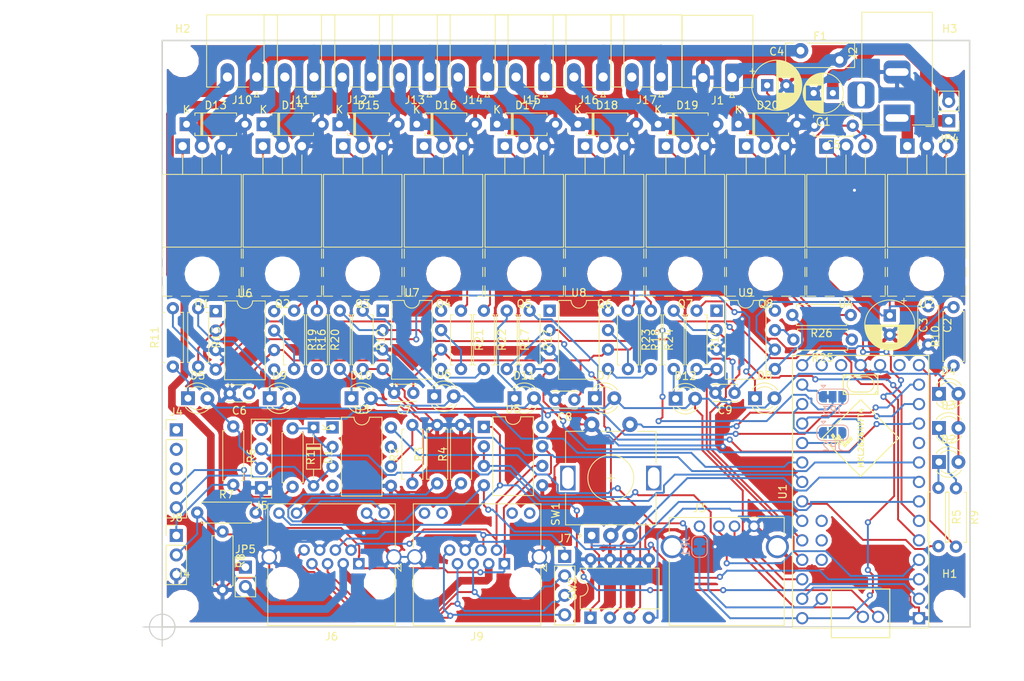
<source format=kicad_pcb>
(kicad_pcb (version 20171130) (host pcbnew "(5.0.1-3-g963ef8bb5)")
  (layers (0 F.Cu signal) (31 B.Cu signal) (34 B.Paste user) (35 F.Paste user) (36 B.SilkS user) (37 F.SilkS user) (38 B.Mask user) (39 F.Mask user) (44 Edge.Cuts user))
  (net 0 "")
  (net 1 +3V3)
  (net 2 "Net-(U1-Pad18)")
  (net 3 "Net-(U1-Pad19)")
  (net 4 /ledG)
  (net 5 "Net-(U1-Pad15)")
  (net 6 /ledY)
  (net 7 "Net-(JP3-Pad1)")
  (net 8 "Net-(JP2-Pad1)")
  (net 9 "Net-(JP3-Pad3)")
  (net 10 "Net-(JP2-Pad3)")
  (net 11 /SDA)
  (net 12 /SCL)
  (net 13 /ledR)
  (net 14 /dip4)
  (net 15 /out6)
  (net 16 /out7)
  (net 17 +5V)
  (net 18 /Vusb)
  (net 19 "Net-(U1-Pad35)")
  (net 20 "Net-(U1-Pad36)")
  (net 21 "Net-(U1-Pad37)")
  (net 22 /rotS)
  (net 23 /out3)
  (net 24 /out2)
  (net 25 /MIDItx)
  (net 26 /MIDIrx)
  (net 27 /rotB)
  (net 28 /rotA)
  (net 29 /out1)
  (net 30 /out0)
  (net 31 /485en)
  (net 32 /485tx)
  (net 33 /485rx)
  (net 34 /D-)
  (net 35 /D+)
  (net 36 +24V)
  (net 37 "Net-(D15-Pad1)")
  (net 38 "Net-(D20-Pad1)")
  (net 39 "Net-(D19-Pad1)")
  (net 40 "Net-(D18-Pad1)")
  (net 41 "Net-(D17-Pad1)")
  (net 42 "Net-(D16-Pad1)")
  (net 43 "Net-(D14-Pad1)")
  (net 44 "Net-(D13-Pad1)")
  (net 45 "Net-(F1-Pad2)")
  (net 46 "Net-(D9-Pad1)")
  (net 47 "Net-(J4-Pad4)")
  (net 48 "Net-(D1-Pad1)")
  (net 49 "Net-(J6-Pad11)")
  (net 50 "Net-(D2-Pad1)")
  (net 51 /B)
  (net 52 /A)
  (net 53 "Net-(D3-Pad1)")
  (net 54 "Net-(D4-Pad1)")
  (net 55 "Net-(D5-Pad1)")
  (net 56 "Net-(D6-Pad1)")
  (net 57 "Net-(D7-Pad1)")
  (net 58 /out5)
  (net 59 "Net-(D8-Pad1)")
  (net 60 "Net-(J6-Pad9)")
  (net 61 "Net-(D10-Pad1)")
  (net 62 /out4)
  (net 63 "Net-(D11-Pad1)")
  (net 64 "Net-(R20-Pad2)")
  (net 65 "Net-(Q2-Pad1)")
  (net 66 "Net-(Q1-Pad1)")
  (net 67 "Net-(R19-Pad2)")
  (net 68 "Net-(D12-Pad1)")
  (net 69 +12V)
  (net 70 "Net-(U3-Pad4)")
  (net 71 "Net-(U3-Pad7)")
  (net 72 "Net-(D1-Pad2)")
  (net 73 "Net-(U3-Pad1)")
  (net 74 "Net-(U6-Pad8)")
  (net 75 "Net-(U6-Pad1)")
  (net 76 "Net-(U7-Pad1)")
  (net 77 "Net-(U7-Pad8)")
  (net 78 "Net-(U8-Pad8)")
  (net 79 "Net-(U8-Pad1)")
  (net 80 "Net-(U9-Pad1)")
  (net 81 "Net-(U9-Pad8)")
  (net 82 /Vbus)
  (net 83 "Net-(J6-Pad5)")
  (net 84 "Net-(J6-Pad7)")
  (net 85 "Net-(J6-Pad4)")
  (net 86 "Net-(J6-Pad8)")
  (net 87 "Net-(J4-Pad1)")
  (net 88 "Net-(J4-Pad2)")
  (net 89 "Net-(J4-Pad3)")
  (net 90 "Net-(J2-Pad3)")
  (net 91 GND)
  (net 92 "Net-(Q8-Pad1)")
  (net 93 "Net-(R26-Pad2)")
  (net 94 "Net-(R25-Pad2)")
  (net 95 "Net-(Q7-Pad1)")
  (net 96 "Net-(Q6-Pad1)")
  (net 97 "Net-(R24-Pad2)")
  (net 98 "Net-(R23-Pad2)")
  (net 99 "Net-(Q5-Pad1)")
  (net 100 "Net-(Q4-Pad1)")
  (net 101 "Net-(R22-Pad2)")
  (net 102 "Net-(R21-Pad2)")
  (net 103 "Net-(Q3-Pad1)")
  (net 104 "Net-(C1-Pad1)")
  (module MountingHole:MountingHole_3.2mm_M3 (layer F.Cu) (at 151.892 174.244)
    (fp_text reference H1 (at 0 -4.2) (layer F.SilkS))
    (fp_text value MountingHole)
    (pad 1 np_thru_hole circle (at 0 0) (size 3.2 3.2) (drill 3.2) (layers *.Cu *.Mask))
  )
  (module MountingHole:MountingHole_3.2mm_M3 (layer F.Cu) (at 51.816 103.124)
    (fp_text reference H2 (at 0 -4.2) (layer F.SilkS))
    (fp_text value MountingHole)
    (pad 1 np_thru_hole circle (at 0 0) (size 3.2 3.2) (drill 3.2) (layers *.Cu *.Mask))
  )
  (module MountingHole:MountingHole_3.2mm_M3 (layer F.Cu) (at 151.892 103.124)
    (fp_text reference H3 (at 0 -4.2) (layer F.SilkS))
    (fp_text value MountingHole)
    (pad 1 np_thru_hole circle (at 0 0) (size 3.2 3.2) (drill 3.2) (layers *.Cu *.Mask))
  )
  (module MountingHole:MountingHole_3.2mm_M3 (layer F.Cu) (at 51.816 174.244)
    (fp_text reference H4 (at 0 -4.2) (layer F.SilkS))
    (fp_text value MountingHole)
    (pad 1 np_thru_hole circle (at 0 0) (size 3.2 3.2) (drill 3.2) (layers *.Cu *.Mask))
  )
  (module Connector_PinHeader_2.54mm:PinHeader_1x02_P2.54mm_Vertical (layer F.Cu) (at 60.0075 169.164)
    (fp_text reference JP5 (at 0 -2.33) (layer F.SilkS))
    (fp_text value "power on bus")
    (pad 2 thru_hole oval (at 0 2.54) (size 1.7 1.7) (drill 1) (layers *.Cu *.Mask) (net 82 /Vbus))
    (pad 1 thru_hole rect (at 0 0) (size 1.7 1.7) (drill 1) (layers *.Cu *.Mask) (net 36 +24V))
  )
  (module Connector_PinHeader_2.54mm:PinHeader_1x03_P2.54mm_Vertical (layer F.Cu) (at 50.9905 165.0365)
    (fp_text reference J8 (at 0 -2.33) (layer F.SilkS))
    (fp_text value RS485)
    (pad 1 thru_hole rect (at 0 0) (size 1.7 1.7) (drill 1) (layers *.Cu *.Mask) (net 51 /B))
    (pad 2 thru_hole oval (at 0 2.54) (size 1.7 1.7) (drill 1) (layers *.Cu *.Mask) (net 52 /A))
    (pad 3 thru_hole oval (at 0 5.08) (size 1.7 1.7) (drill 1) (layers *.Cu *.Mask) (net 91 GND))
  )
  (module Diode_THT:D_A-405_P7.62mm_Horizontal (layer F.Cu) (at 52.324 111.379)
    (fp_text reference D13 (at 3.81 -2.47) (layer F.SilkS))
    (fp_text value 1N4007)
    (fp_text user K (at 0 -1.9) (layer F.SilkS))
    (pad 2 thru_hole oval (at 7.62 0) (size 1.8 1.8) (drill 0.9) (layers *.Cu *.Mask) (net 91 GND))
    (pad 1 thru_hole rect (at 0 0) (size 1.8 1.8) (drill 0.9) (layers *.Cu *.Mask) (net 44 "Net-(D13-Pad1)"))
  )
  (module Package_DIP:DIP-8_W7.62mm (layer F.Cu) (at 121.4755 135.6995)
    (fp_text reference U9 (at 3.81 -2.33) (layer F.SilkS))
    (fp_text value ICL7667)
    (pad 1 thru_hole rect (at 0 0) (size 1.6 1.6) (drill 0.8) (layers *.Cu *.Mask) (net 80 "Net-(U9-Pad1)"))
    (pad 5 thru_hole oval (at 7.62 7.62) (size 1.6 1.6) (drill 0.8) (layers *.Cu *.Mask) (net 93 "Net-(R26-Pad2)"))
    (pad 2 thru_hole oval (at 0 2.54) (size 1.6 1.6) (drill 0.8) (layers *.Cu *.Mask) (net 15 /out6))
    (pad 6 thru_hole oval (at 7.62 5.08) (size 1.6 1.6) (drill 0.8) (layers *.Cu *.Mask) (net 69 +12V))
    (pad 3 thru_hole oval (at 0 5.08) (size 1.6 1.6) (drill 0.8) (layers *.Cu *.Mask) (net 91 GND))
    (pad 7 thru_hole oval (at 7.62 2.54) (size 1.6 1.6) (drill 0.8) (layers *.Cu *.Mask) (net 94 "Net-(R25-Pad2)"))
    (pad 4 thru_hole oval (at 0 7.62) (size 1.6 1.6) (drill 0.8) (layers *.Cu *.Mask) (net 16 /out7))
    (pad 8 thru_hole oval (at 7.62 0) (size 1.6 1.6) (drill 0.8) (layers *.Cu *.Mask) (net 81 "Net-(U9-Pad8)"))
  )
  (module Connectors:USB_A (layer F.Cu) (at 119.253 163.83)
    (fp_text reference J3 (at 0 -2.35) (layer F.SilkS))
    (fp_text value USB_B)
    (pad 4 thru_hole circle (at 7.11 0 270) (size 1.5 1.5) (drill 1) (layers *.Cu *.Mask) (net 91 GND))
    (pad 3 thru_hole circle (at 4.57 0 270) (size 1.5 1.5) (drill 1) (layers *.Cu *.Mask) (net 35 /D+))
    (pad 2 thru_hole circle (at 2.54 0 270) (size 1.5 1.5) (drill 1) (layers *.Cu *.Mask) (net 34 /D-))
    (pad 1 thru_hole circle (at 0 0 270) (size 1.5 1.5) (drill 1) (layers *.Cu *.Mask) (net 18 /Vusb))
    (pad 5 thru_hole circle (at 10.16 2.67 270) (size 3 3) (drill 2.3) (layers *.Cu *.Mask) (net 91 GND))
    (pad 5 thru_hole circle (at -3.56 2.67 270) (size 3 3) (drill 2.3) (layers *.Cu *.Mask) (net 91 GND))
  )
  (module Package_DIP:DIP-8_W7.62mm (layer F.Cu) (at 71.374 150.9395)
    (fp_text reference U3 (at 3.81 -2.33) (layer F.SilkS))
    (fp_text value 6N138)
    (pad 8 thru_hole oval (at 7.62 0) (size 1.6 1.6) (drill 0.8) (layers *.Cu *.Mask) (net 17 +5V))
    (pad 4 thru_hole oval (at 0 7.62) (size 1.6 1.6) (drill 0.8) (layers *.Cu *.Mask) (net 70 "Net-(U3-Pad4)"))
    (pad 7 thru_hole oval (at 7.62 2.54) (size 1.6 1.6) (drill 0.8) (layers *.Cu *.Mask) (net 71 "Net-(U3-Pad7)"))
    (pad 3 thru_hole oval (at 0 5.08) (size 1.6 1.6) (drill 0.8) (layers *.Cu *.Mask) (net 72 "Net-(D1-Pad2)"))
    (pad 6 thru_hole oval (at 7.62 5.08) (size 1.6 1.6) (drill 0.8) (layers *.Cu *.Mask) (net 26 /MIDIrx))
    (pad 2 thru_hole oval (at 0 2.54) (size 1.6 1.6) (drill 0.8) (layers *.Cu *.Mask) (net 48 "Net-(D1-Pad1)"))
    (pad 5 thru_hole oval (at 7.62 7.62) (size 1.6 1.6) (drill 0.8) (layers *.Cu *.Mask) (net 91 GND))
    (pad 1 thru_hole rect (at 0 0) (size 1.6 1.6) (drill 0.8) (layers *.Cu *.Mask) (net 73 "Net-(U3-Pad1)"))
  )
  (module Resistor_THT:R_Axial_DIN0207_L6.3mm_D2.5mm_P7.62mm_Horizontal (layer F.Cu) (at 81.788 158.242 90)
    (fp_text reference R2 (at 3.81 -2.37 90) (layer F.SilkS))
    (fp_text value 470R)
    (pad 1 thru_hole circle (at 0 0 90) (size 1.6 1.6) (drill 0.8) (layers *.Cu *.Mask) (net 1 +3V3))
    (pad 2 thru_hole oval (at 7.62 0 90) (size 1.6 1.6) (drill 0.8) (layers *.Cu *.Mask) (net 26 /MIDIrx))
  )
  (module Package_TO_SOT_THT:TO-220-3_Horizontal_TabUp (layer F.Cu) (at 62.2935 114.2365)
    (fp_text reference Q2 (at 2.54 20.58) (layer F.SilkS))
    (fp_text value IRLZ44N)
    (pad 3 thru_hole oval (at 5.08 0) (size 1.905 2) (drill 1.1) (layers *.Cu *.Mask) (net 91 GND))
    (pad 2 thru_hole oval (at 2.54 0) (size 1.905 2) (drill 1.1) (layers *.Cu *.Mask) (net 43 "Net-(D14-Pad1)"))
    (pad 1 thru_hole rect (at 0 0) (size 1.905 2) (drill 1.1) (layers *.Cu *.Mask) (net 65 "Net-(Q2-Pad1)"))
    (pad "" np_thru_hole oval (at 2.54 16.66) (size 3.5 3.5) (drill 3.5) (layers *.Cu *.Mask))
  )
  (module Connector_Phoenix_MC:PhoenixContact_MC_1,5_2-G-3.81_1x02_P3.81mm_Horizontal (layer F.Cu) (at 114.2365 105.2195 180)
    (fp_text reference J17 (at 1.9 -3 180) (layer F.SilkS))
    (fp_text value Conn_01x02)
    (pad 1 thru_hole roundrect (at 0 0 180) (size 1.8 3.6) (drill 1.2) (layers *.Cu *.Mask) (roundrect_rratio 0.138889) (net 36 +24V))
    (pad 2 thru_hole oval (at 3.81 0 180) (size 1.8 3.6) (drill 1.2) (layers *.Cu *.Mask) (net 38 "Net-(D20-Pad1)"))
  )
  (module Connector_Phoenix_MC:PhoenixContact_MC_1,5_2-G-3.81_1x02_P3.81mm_Horizontal (layer F.Cu) (at 106.68 105.2195 180)
    (fp_text reference J16 (at 1.9 -3 180) (layer F.SilkS))
    (fp_text value Conn_01x02)
    (pad 2 thru_hole oval (at 3.81 0 180) (size 1.8 3.6) (drill 1.2) (layers *.Cu *.Mask) (net 39 "Net-(D19-Pad1)"))
    (pad 1 thru_hole roundrect (at 0 0 180) (size 1.8 3.6) (drill 1.2) (layers *.Cu *.Mask) (roundrect_rratio 0.138889) (net 36 +24V))
  )
  (module Connector_Phoenix_MC:PhoenixContact_MC_1,5_2-G-3.81_1x02_P3.81mm_Horizontal (layer F.Cu) (at 99.1235 105.2195 180)
    (fp_text reference J15 (at 1.9 -3 180) (layer F.SilkS))
    (fp_text value Conn_01x02)
    (pad 1 thru_hole roundrect (at 0 0 180) (size 1.8 3.6) (drill 1.2) (layers *.Cu *.Mask) (roundrect_rratio 0.138889) (net 36 +24V))
    (pad 2 thru_hole oval (at 3.81 0 180) (size 1.8 3.6) (drill 1.2) (layers *.Cu *.Mask) (net 40 "Net-(D18-Pad1)"))
  )
  (module Connector_Phoenix_MC:PhoenixContact_MC_1,5_2-G-3.81_1x02_P3.81mm_Horizontal (layer F.Cu) (at 91.567 105.2195 180)
    (fp_text reference J14 (at 1.9 -3 180) (layer F.SilkS))
    (fp_text value Conn_01x02)
    (pad 2 thru_hole oval (at 3.81 0 180) (size 1.8 3.6) (drill 1.2) (layers *.Cu *.Mask) (net 41 "Net-(D17-Pad1)"))
    (pad 1 thru_hole roundrect (at 0 0 180) (size 1.8 3.6) (drill 1.2) (layers *.Cu *.Mask) (roundrect_rratio 0.138889) (net 36 +24V))
  )
  (module Connector_Phoenix_MC:PhoenixContact_MC_1,5_2-G-3.81_1x02_P3.81mm_Horizontal (layer F.Cu) (at 84.0105 105.2195 180)
    (fp_text reference J13 (at 1.9 -3 180) (layer F.SilkS))
    (fp_text value Conn_01x02)
    (pad 1 thru_hole roundrect (at 0 0 180) (size 1.8 3.6) (drill 1.2) (layers *.Cu *.Mask) (roundrect_rratio 0.138889) (net 36 +24V))
    (pad 2 thru_hole oval (at 3.81 0 180) (size 1.8 3.6) (drill 1.2) (layers *.Cu *.Mask) (net 42 "Net-(D16-Pad1)"))
  )
  (module Connector_Phoenix_MC:PhoenixContact_MC_1,5_2-G-3.81_1x02_P3.81mm_Horizontal (layer F.Cu) (at 76.454 105.2195 180)
    (fp_text reference J12 (at 1.9 -3 180) (layer F.SilkS))
    (fp_text value Conn_01x02)
    (pad 2 thru_hole oval (at 3.81 0 180) (size 1.8 3.6) (drill 1.2) (layers *.Cu *.Mask) (net 37 "Net-(D15-Pad1)"))
    (pad 1 thru_hole roundrect (at 0 0 180) (size 1.8 3.6) (drill 1.2) (layers *.Cu *.Mask) (roundrect_rratio 0.138889) (net 36 +24V))
  )
  (module Connector_Phoenix_MC:PhoenixContact_MC_1,5_2-G-3.81_1x02_P3.81mm_Horizontal (layer F.Cu) (at 68.961 105.2195 180)
    (fp_text reference J11 (at 1.9 -3 180) (layer F.SilkS))
    (fp_text value Conn_01x02)
    (pad 1 thru_hole roundrect (at 0 0 180) (size 1.8 3.6) (drill 1.2) (layers *.Cu *.Mask) (roundrect_rratio 0.138889) (net 36 +24V))
    (pad 2 thru_hole oval (at 3.81 0 180) (size 1.8 3.6) (drill 1.2) (layers *.Cu *.Mask) (net 43 "Net-(D14-Pad1)"))
  )
  (module Connector_Phoenix_MC:PhoenixContact_MC_1,5_2-G-3.81_1x02_P3.81mm_Horizontal (layer F.Cu) (at 61.468 105.2195 180)
    (fp_text reference J10 (at 1.9 -3 180) (layer F.SilkS))
    (fp_text value Conn_01x02)
    (pad 2 thru_hole oval (at 3.81 0 180) (size 1.8 3.6) (drill 1.2) (layers *.Cu *.Mask) (net 44 "Net-(D13-Pad1)"))
    (pad 1 thru_hole roundrect (at 0 0 180) (size 1.8 3.6) (drill 1.2) (layers *.Cu *.Mask) (roundrect_rratio 0.138889) (net 36 +24V))
  )
  (module Connector_Phoenix_MC:PhoenixContact_MC_1,5_2-G-3.81_1x02_P3.81mm_Horizontal (layer F.Cu) (at 123.5075 105.283 180)
    (fp_text reference J1 (at 1.9 -3 180) (layer F.SilkS))
    (fp_text value Conn_01x02)
    (pad 1 thru_hole roundrect (at 0 0 180) (size 1.8 3.6) (drill 1.2) (layers *.Cu *.Mask) (roundrect_rratio 0.138889) (net 45 "Net-(F1-Pad2)"))
    (pad 2 thru_hole oval (at 3.81 0 180) (size 1.8 3.6) (drill 1.2) (layers *.Cu *.Mask) (net 91 GND))
  )
  (module Connector_PinHeader_2.54mm:PinHeader_1x02_P2.54mm_Vertical (layer F.Cu) (at 151.765 110.9345 180)
    (fp_text reference JP4 (at 0 -2.33 180) (layer F.SilkS))
    (fp_text value "separate logic and power")
    (pad 1 thru_hole rect (at 0 0 180) (size 1.7 1.7) (drill 1) (layers *.Cu *.Mask) (net 104 "Net-(C1-Pad1)"))
    (pad 2 thru_hole oval (at 0 2.54 180) (size 1.7 1.7) (drill 1) (layers *.Cu *.Mask) (net 45 "Net-(F1-Pad2)"))
  )
  (module Diode_THT:D_DO-34_SOD68_P7.62mm_Horizontal (layer F.Cu) (at 68.8975 150.9395 270)
    (fp_text reference D1 (at 3.81 -1.92 270) (layer F.SilkS))
    (fp_text value 1N4148)
    (fp_text user K (at 0 -1.75 270) (layer F.SilkS))
    (pad 1 thru_hole rect (at 0 0 270) (size 1.5 1.5) (drill 0.75) (layers *.Cu *.Mask) (net 48 "Net-(D1-Pad1)"))
    (pad 2 thru_hole oval (at 7.62 0 270) (size 1.5 1.5) (drill 0.75) (layers *.Cu *.Mask) (net 72 "Net-(D1-Pad2)"))
  )
  (module Capacitor_THT:C_Disc_D3.0mm_W2.0mm_P2.50mm (layer F.Cu) (at 60.4755 146.4945 180)
    (fp_text reference C6 (at 1.25 -2.25 180) (layer F.SilkS))
    (fp_text value 100nF)
    (pad 2 thru_hole circle (at 2.5 0 180) (size 1.6 1.6) (drill 0.8) (layers *.Cu *.Mask) (net 91 GND))
    (pad 1 thru_hole circle (at 0 0 180) (size 1.6 1.6) (drill 0.8) (layers *.Cu *.Mask) (net 69 +12V))
  )
  (module Capacitor_THT:C_Disc_D3.0mm_W2.0mm_P2.50mm (layer F.Cu) (at 81.915 146.431 180)
    (fp_text reference C7 (at 1.25 -2.25 180) (layer F.SilkS))
    (fp_text value 100nF)
    (pad 1 thru_hole circle (at 0 0 180) (size 1.6 1.6) (drill 0.8) (layers *.Cu *.Mask) (net 69 +12V))
    (pad 2 thru_hole circle (at 2.5 0 180) (size 1.6 1.6) (drill 0.8) (layers *.Cu *.Mask) (net 91 GND))
  )
  (module Capacitor_THT:C_Disc_D3.0mm_W2.0mm_P2.50mm (layer F.Cu) (at 102.9335 147.32 180)
    (fp_text reference C8 (at 1.25 -2.25 180) (layer F.SilkS))
    (fp_text value 100nF)
    (pad 2 thru_hole circle (at 2.5 0 180) (size 1.6 1.6) (drill 0.8) (layers *.Cu *.Mask) (net 91 GND))
    (pad 1 thru_hole circle (at 0 0 180) (size 1.6 1.6) (drill 0.8) (layers *.Cu *.Mask) (net 69 +12V))
  )
  (module Capacitor_THT:C_Disc_D3.0mm_W2.0mm_P2.50mm (layer F.Cu) (at 123.825 146.431 180)
    (fp_text reference C9 (at 1.25 -2.25 180) (layer F.SilkS))
    (fp_text value 100nF)
    (pad 1 thru_hole circle (at 0 0 180) (size 1.6 1.6) (drill 0.8) (layers *.Cu *.Mask) (net 69 +12V))
    (pad 2 thru_hole circle (at 2.5 0 180) (size 1.6 1.6) (drill 0.8) (layers *.Cu *.Mask) (net 91 GND))
  )
  (module Resistor_THT:R_Axial_DIN0207_L6.3mm_D2.5mm_P7.62mm_Horizontal (layer F.Cu) (at 88.138 135.6995 270)
    (fp_text reference R21 (at 3.81 -2.37 270) (layer F.SilkS))
    (fp_text value 10R)
    (pad 2 thru_hole oval (at 7.62 0 270) (size 1.6 1.6) (drill 0.8) (layers *.Cu *.Mask) (net 102 "Net-(R21-Pad2)"))
    (pad 1 thru_hole circle (at 0 0 270) (size 1.6 1.6) (drill 0.8) (layers *.Cu *.Mask) (net 103 "Net-(Q3-Pad1)"))
  )
  (module Resistor_THT:R_Axial_DIN0207_L6.3mm_D2.5mm_P7.62mm_Horizontal (layer F.Cu) (at 91.1225 135.6995 270)
    (fp_text reference R22 (at 3.81 -2.37 270) (layer F.SilkS))
    (fp_text value 10R)
    (pad 1 thru_hole circle (at 0 0 270) (size 1.6 1.6) (drill 0.8) (layers *.Cu *.Mask) (net 100 "Net-(Q4-Pad1)"))
    (pad 2 thru_hole oval (at 7.62 0 270) (size 1.6 1.6) (drill 0.8) (layers *.Cu *.Mask) (net 101 "Net-(R22-Pad2)"))
  )
  (module Resistor_THT:R_Axial_DIN0207_L6.3mm_D2.5mm_P7.62mm_Horizontal (layer F.Cu) (at 109.9185 135.6995 270)
    (fp_text reference R23 (at 3.81 -2.37 270) (layer F.SilkS))
    (fp_text value 10R)
    (pad 2 thru_hole oval (at 7.62 0 270) (size 1.6 1.6) (drill 0.8) (layers *.Cu *.Mask) (net 98 "Net-(R23-Pad2)"))
    (pad 1 thru_hole circle (at 0 0 270) (size 1.6 1.6) (drill 0.8) (layers *.Cu *.Mask) (net 99 "Net-(Q5-Pad1)"))
  )
  (module Resistor_THT:R_Axial_DIN0207_L6.3mm_D2.5mm_P7.62mm_Horizontal (layer F.Cu) (at 112.903 135.6995 270)
    (fp_text reference R24 (at 3.81 -2.37 270) (layer F.SilkS))
    (fp_text value 10R)
    (pad 1 thru_hole circle (at 0 0 270) (size 1.6 1.6) (drill 0.8) (layers *.Cu *.Mask) (net 96 "Net-(Q6-Pad1)"))
    (pad 2 thru_hole oval (at 7.62 0 270) (size 1.6 1.6) (drill 0.8) (layers *.Cu *.Mask) (net 97 "Net-(R24-Pad2)"))
  )
  (module Resistor_THT:R_Axial_DIN0207_L6.3mm_D2.5mm_P7.62mm_Horizontal (layer F.Cu) (at 139.1285 139.4841 180)
    (fp_text reference R25 (at 3.81 -2.37 180) (layer F.SilkS))
    (fp_text value 10R)
    (pad 2 thru_hole oval (at 7.62 0 180) (size 1.6 1.6) (drill 0.8) (layers *.Cu *.Mask) (net 94 "Net-(R25-Pad2)"))
    (pad 1 thru_hole circle (at 0 0 180) (size 1.6 1.6) (drill 0.8) (layers *.Cu *.Mask) (net 95 "Net-(Q7-Pad1)"))
  )
  (module Resistor_THT:R_Axial_DIN0207_L6.3mm_D2.5mm_P7.62mm_Horizontal (layer F.Cu) (at 138.98372 136.271 180)
    (fp_text reference R26 (at 3.81 -2.37 180) (layer F.SilkS))
    (fp_text value 10R)
    (pad 1 thru_hole circle (at 0 0 180) (size 1.6 1.6) (drill 0.8) (layers *.Cu *.Mask) (net 92 "Net-(Q8-Pad1)"))
    (pad 2 thru_hole oval (at 7.62 0 180) (size 1.6 1.6) (drill 0.8) (layers *.Cu *.Mask) (net 93 "Net-(R26-Pad2)"))
  )
  (module Connector_PinHeader_2.54mm:PinHeader_1x05_P2.54mm_Vertical (layer F.Cu) (at 50.9905 151.257)
    (fp_text reference J4 (at 0 -2.33) (layer F.SilkS))
    (fp_text value MIDI-in)
    (pad 1 thru_hole rect (at 0 0) (size 1.7 1.7) (drill 1) (layers *.Cu *.Mask) (net 87 "Net-(J4-Pad1)"))
    (pad 2 thru_hole oval (at 0 2.54) (size 1.7 1.7) (drill 1) (layers *.Cu *.Mask) (net 88 "Net-(J4-Pad2)"))
    (pad 3 thru_hole oval (at 0 5.08) (size 1.7 1.7) (drill 1) (layers *.Cu *.Mask) (net 89 "Net-(J4-Pad3)"))
    (pad 4 thru_hole oval (at 0 7.62) (size 1.7 1.7) (drill 1) (layers *.Cu *.Mask) (net 47 "Net-(J4-Pad4)"))
    (pad 5 thru_hole oval (at 0 10.16) (size 1.7 1.7) (drill 1) (layers *.Cu *.Mask) (net 72 "Net-(D1-Pad2)"))
  )
  (module Capacitor_THT:CP_Radial_D5.0mm_P2.50mm (layer F.Cu) (at 136.652 107.315 180)
    (fp_text reference C1 (at 1.25 -3.75 180) (layer F.SilkS))
    (fp_text value 10uF)
    (pad 1 thru_hole rect (at 0 0 180) (size 1.6 1.6) (drill 0.8) (layers *.Cu *.Mask) (net 104 "Net-(C1-Pad1)"))
    (pad 2 thru_hole circle (at 2.5 0 180) (size 1.6 1.6) (drill 0.8) (layers *.Cu *.Mask) (net 91 GND))
  )
  (module Capacitor_THT:CP_Radial_D6.3mm_P2.50mm (layer F.Cu) (at 128.0795 106.299)
    (fp_text reference C4 (at 1.25 -4.4) (layer F.SilkS))
    (fp_text value 100uF)
    (pad 2 thru_hole circle (at 2.5 0) (size 1.6 1.6) (drill 0.8) (layers *.Cu *.Mask) (net 91 GND))
    (pad 1 thru_hole rect (at 0 0) (size 1.6 1.6) (drill 0.8) (layers *.Cu *.Mask) (net 17 +5V))
  )
  (module Capacitor_THT:CP_Radial_D6.3mm_P2.50mm (layer F.Cu) (at 144.0815 136.3345 270)
    (fp_text reference C3 (at 1.25 -4.4 270) (layer F.SilkS))
    (fp_text value 100uF)
    (pad 1 thru_hole rect (at 0 0 270) (size 1.6 1.6) (drill 0.8) (layers *.Cu *.Mask) (net 69 +12V))
    (pad 2 thru_hole circle (at 2.5 0 270) (size 1.6 1.6) (drill 0.8) (layers *.Cu *.Mask) (net 91 GND))
  )
  (module Capacitor_THT:C_Disc_D5.0mm_W2.5mm_P5.00mm (layer F.Cu) (at 139.239 111.5695 180)
    (fp_text reference C5 (at 2.5 -2.5 180) (layer F.SilkS))
    (fp_text value 100nF)
    (pad 1 thru_hole circle (at 0 0 180) (size 1.6 1.6) (drill 0.8) (layers *.Cu *.Mask) (net 17 +5V))
    (pad 2 thru_hole circle (at 5 0 180) (size 1.6 1.6) (drill 0.8) (layers *.Cu *.Mask) (net 91 GND))
  )
  (module Capacitor_THT:C_Disc_D5.0mm_W2.5mm_P5.00mm (layer F.Cu) (at 149.098 135.128 270)
    (fp_text reference C2 (at 2.5 -2.5 270) (layer F.SilkS))
    (fp_text value 100nF)
    (pad 1 thru_hole circle (at 0 0 270) (size 1.6 1.6) (drill 0.8) (layers *.Cu *.Mask) (net 69 +12V))
    (pad 2 thru_hole circle (at 5 0 270) (size 1.6 1.6) (drill 0.8) (layers *.Cu *.Mask) (net 91 GND))
  )
  (module Connector_BarrelJack:BarrelJack_Horizontal (layer F.Cu) (at 145.035 110.569 270)
    (fp_text reference J2 (at -8.45 5.75 270) (layer F.SilkS))
    (fp_text value Barrel_Jack_Switch)
    (pad 1 thru_hole rect (at 0 0 270) (size 3.5 3.5) (drill oval 1 3) (layers *.Cu *.Mask) (net 104 "Net-(C1-Pad1)"))
    (pad 2 thru_hole roundrect (at -6 0 270) (size 3 3.5) (drill oval 1 3) (layers *.Cu *.Mask) (net 91 GND))
    (pad 3 thru_hole roundrect (at -3 4.7 270) (size 3.5 3.5) (drill oval 3 1) (layers *.Cu *.Mask) (net 90 "Net-(J2-Pad3)"))
  )
  (module Connector_PinHeader_2.54mm:PinHeader_1x04_P2.54mm_Vertical (layer F.Cu) (at 62.103 158.8135 180)
    (fp_text reference J5 (at 0 -2.33 180) (layer F.SilkS))
    (fp_text value "oled display")
    (pad 4 thru_hole oval (at 0 7.62 180) (size 1.7 1.7) (drill 1) (layers *.Cu *.Mask) (net 11 /SDA))
    (pad 3 thru_hole oval (at 0 5.08 180) (size 1.7 1.7) (drill 1) (layers *.Cu *.Mask) (net 12 /SCL))
    (pad 2 thru_hole oval (at 0 2.54 180) (size 1.7 1.7) (drill 1) (layers *.Cu *.Mask) (net 1 +3V3))
    (pad 1 thru_hole rect (at 0 0 180) (size 1.7 1.7) (drill 1) (layers *.Cu *.Mask) (net 91 GND))
  )
  (module Connector_PinHeader_2.54mm:PinHeader_1x04_P2.54mm_Vertical (layer F.Cu) (at 101.6635 167.767)
    (fp_text reference J7 (at 0 -2.33) (layer F.SilkS))
    (fp_text value Conn_01x04)
    (pad 1 thru_hole rect (at 0 0) (size 1.7 1.7) (drill 1) (layers *.Cu *.Mask) (net 85 "Net-(J6-Pad4)"))
    (pad 2 thru_hole oval (at 0 2.54) (size 1.7 1.7) (drill 1) (layers *.Cu *.Mask) (net 83 "Net-(J6-Pad5)"))
    (pad 3 thru_hole oval (at 0 5.08) (size 1.7 1.7) (drill 1) (layers *.Cu *.Mask) (net 84 "Net-(J6-Pad7)"))
    (pad 4 thru_hole oval (at 0 7.62) (size 1.7 1.7) (drill 1) (layers *.Cu *.Mask) (net 86 "Net-(J6-Pad8)"))
  )
  (module Connector_RJ:RJ45_Amphenol_RJHSE538X (layer F.Cu) (at 74.807 168.7205 180)
    (fp_text reference J6 (at 3.56 -9.5 180) (layer F.SilkS))
    (fp_text value RJ45_LED_Shielded)
    (pad 12 thru_hole circle (at 10.42 6.6 180) (size 1.5 1.5) (drill 0.89) (layers *.Cu *.Mask) (net 33 /485rx))
    (pad 11 thru_hole circle (at 8.13 6.6 180) (size 1.5 1.5) (drill 0.89) (layers *.Cu *.Mask) (net 49 "Net-(J6-Pad11)"))
    (pad 10 thru_hole circle (at -1.01 6.6 180) (size 1.5 1.5) (drill 0.89) (layers *.Cu *.Mask) (net 32 /485tx))
    (pad 9 thru_hole circle (at -3.3 6.6 180) (size 1.5 1.5) (drill 0.89) (layers *.Cu *.Mask) (net 60 "Net-(J6-Pad9)"))
    (pad SH thru_hole circle (at -4.57 0.89 180) (size 2 2) (drill 1.57) (layers *.Cu *.Mask) (net 91 GND))
    (pad SH thru_hole circle (at 11.69 0.89 180) (size 2 2) (drill 1.57) (layers *.Cu *.Mask) (net 91 GND))
    (pad "" np_thru_hole circle (at 9.91 -2.54 180) (size 3.25 3.25) (drill 3.25) (layers *.Cu *.Mask))
    (pad "" np_thru_hole circle (at -2.79 -2.54 180) (size 3.25 3.25) (drill 3.25) (layers *.Cu *.Mask))
    (pad 8 thru_hole circle (at 7.14 1.78 180) (size 1.5 1.5) (drill 0.89) (layers *.Cu *.Mask) (net 86 "Net-(J6-Pad8)"))
    (pad 6 thru_hole circle (at 5.1 1.78 180) (size 1.5 1.5) (drill 0.89) (layers *.Cu *.Mask) (net 91 GND))
    (pad 4 thru_hole circle (at 3.06 1.78 180) (size 1.5 1.5) (drill 0.89) (layers *.Cu *.Mask) (net 85 "Net-(J6-Pad4)"))
    (pad 2 thru_hole circle (at 1.02 1.78 180) (size 1.5 1.5) (drill 0.89) (layers *.Cu *.Mask) (net 52 /A))
    (pad 7 thru_hole circle (at 6.12 0 180) (size 1.5 1.5) (drill 0.89) (layers *.Cu *.Mask) (net 84 "Net-(J6-Pad7)"))
    (pad 5 thru_hole circle (at 4.08 0 180) (size 1.5 1.5) (drill 0.89) (layers *.Cu *.Mask) (net 83 "Net-(J6-Pad5)"))
    (pad 3 thru_hole circle (at 2.04 0 180) (size 1.5 1.5) (drill 0.89) (layers *.Cu *.Mask) (net 82 /Vbus))
    (pad 1 thru_hole rect (at 0 0 180) (size 1.5 1.5) (drill 0.89) (layers *.Cu *.Mask) (net 51 /B))
  )
  (module Connector_RJ:RJ45_Amphenol_RJHSE538X (layer F.Cu) (at 93.7955 168.7205 180)
    (fp_text reference J9 (at 3.56 -9.5 180) (layer F.SilkS))
    (fp_text value RJ45_Shielded)
    (pad 1 thru_hole rect (at 0 0 180) (size 1.5 1.5) (drill 0.89) (layers *.Cu *.Mask) (net 51 /B))
    (pad 3 thru_hole circle (at 2.04 0 180) (size 1.5 1.5) (drill 0.89) (layers *.Cu *.Mask) (net 82 /Vbus))
    (pad 5 thru_hole circle (at 4.08 0 180) (size 1.5 1.5) (drill 0.89) (layers *.Cu *.Mask) (net 83 "Net-(J6-Pad5)"))
    (pad 7 thru_hole circle (at 6.12 0 180) (size 1.5 1.5) (drill 0.89) (layers *.Cu *.Mask) (net 84 "Net-(J6-Pad7)"))
    (pad 2 thru_hole circle (at 1.02 1.78 180) (size 1.5 1.5) (drill 0.89) (layers *.Cu *.Mask) (net 52 /A))
    (pad 4 thru_hole circle (at 3.06 1.78 180) (size 1.5 1.5) (drill 0.89) (layers *.Cu *.Mask) (net 85 "Net-(J6-Pad4)"))
    (pad 6 thru_hole circle (at 5.1 1.78 180) (size 1.5 1.5) (drill 0.89) (layers *.Cu *.Mask) (net 91 GND))
    (pad 8 thru_hole circle (at 7.14 1.78 180) (size 1.5 1.5) (drill 0.89) (layers *.Cu *.Mask) (net 86 "Net-(J6-Pad8)"))
    (pad "" np_thru_hole circle (at -2.79 -2.54 180) (size 3.25 3.25) (drill 3.25) (layers *.Cu *.Mask))
    (pad "" np_thru_hole circle (at 9.91 -2.54 180) (size 3.25 3.25) (drill 3.25) (layers *.Cu *.Mask))
    (pad SH thru_hole circle (at 11.69 0.89 180) (size 2 2) (drill 1.57) (layers *.Cu *.Mask) (net 91 GND))
    (pad SH thru_hole circle (at -4.57 0.89 180) (size 2 2) (drill 1.57) (layers *.Cu *.Mask) (net 91 GND))
    (pad 9 thru_hole circle (at -3.3 6.6 180) (size 1.5 1.5) (drill 0.89) (layers *.Cu *.Mask))
    (pad 10 thru_hole circle (at -1.01 6.6 180) (size 1.5 1.5) (drill 0.89) (layers *.Cu *.Mask))
    (pad 11 thru_hole circle (at 8.13 6.6 180) (size 1.5 1.5) (drill 0.89) (layers *.Cu *.Mask))
    (pad 12 thru_hole circle (at 10.42 6.6 180) (size 1.5 1.5) (drill 0.89) (layers *.Cu *.Mask))
  )
  (module Diode_THT:D_A-405_P7.62mm_Horizontal (layer F.Cu) (at 62.357 111.379)
    (fp_text reference D14 (at 3.81 -2.47) (layer F.SilkS))
    (fp_text value 1N4007)
    (fp_text user K (at 0 -1.9) (layer F.SilkS))
    (pad 1 thru_hole rect (at 0 0) (size 1.8 1.8) (drill 0.9) (layers *.Cu *.Mask) (net 43 "Net-(D14-Pad1)"))
    (pad 2 thru_hole oval (at 7.62 0) (size 1.8 1.8) (drill 0.9) (layers *.Cu *.Mask) (net 91 GND))
  )
  (module Diode_THT:D_A-405_P7.62mm_Horizontal (layer F.Cu) (at 72.263 111.379)
    (fp_text reference D15 (at 3.81 -2.47) (layer F.SilkS))
    (fp_text value 1N4007)
    (fp_text user K (at 0 -1.9) (layer F.SilkS))
    (pad 2 thru_hole oval (at 7.62 0) (size 1.8 1.8) (drill 0.9) (layers *.Cu *.Mask) (net 91 GND))
    (pad 1 thru_hole rect (at 0 0) (size 1.8 1.8) (drill 0.9) (layers *.Cu *.Mask) (net 37 "Net-(D15-Pad1)"))
  )
  (module Diode_THT:D_A-405_P7.62mm_Horizontal (layer F.Cu) (at 82.3595 111.379)
    (fp_text reference D16 (at 3.81 -2.47) (layer F.SilkS))
    (fp_text value 1N4007)
    (fp_text user K (at 0 -1.9) (layer F.SilkS))
    (pad 1 thru_hole rect (at 0 0) (size 1.8 1.8) (drill 0.9) (layers *.Cu *.Mask) (net 42 "Net-(D16-Pad1)"))
    (pad 2 thru_hole oval (at 7.62 0) (size 1.8 1.8) (drill 0.9) (layers *.Cu *.Mask) (net 91 GND))
  )
  (module Diode_THT:D_A-405_P7.62mm_Horizontal (layer F.Cu) (at 92.837 111.379)
    (fp_text reference D17 (at 3.81 -2.47) (layer F.SilkS))
    (fp_text value 1N4007)
    (fp_text user K (at 0 -1.9) (layer F.SilkS))
    (pad 2 thru_hole oval (at 7.62 0) (size 1.8 1.8) (drill 0.9) (layers *.Cu *.Mask) (net 91 GND))
    (pad 1 thru_hole rect (at 0 0) (size 1.8 1.8) (drill 0.9) (layers *.Cu *.Mask) (net 41 "Net-(D17-Pad1)"))
  )
  (module Diode_THT:D_A-405_P7.62mm_Horizontal (layer F.Cu) (at 103.378 111.379)
    (fp_text reference D18 (at 3.81 -2.47) (layer F.SilkS))
    (fp_text value 1N4007)
    (fp_text user K (at 0 -1.9) (layer F.SilkS))
    (pad 1 thru_hole rect (at 0 0) (size 1.8 1.8) (drill 0.9) (layers *.Cu *.Mask) (net 40 "Net-(D18-Pad1)"))
    (pad 2 thru_hole oval (at 7.62 0) (size 1.8 1.8) (drill 0.9) (layers *.Cu *.Mask) (net 91 GND))
  )
  (module Diode_THT:D_A-405_P7.62mm_Horizontal (layer F.Cu) (at 113.8555 111.379)
    (fp_text reference D19 (at 3.81 -2.47) (layer F.SilkS))
    (fp_text value 1N4007)
    (fp_text user K (at 0 -1.9) (layer F.SilkS))
    (pad 2 thru_hole oval (at 7.62 0) (size 1.8 1.8) (drill 0.9) (layers *.Cu *.Mask) (net 91 GND))
    (pad 1 thru_hole rect (at 0 0) (size 1.8 1.8) (drill 0.9) (layers *.Cu *.Mask) (net 39 "Net-(D19-Pad1)"))
  )
  (module Diode_THT:D_A-405_P7.62mm_Horizontal (layer F.Cu) (at 124.333 111.379)
    (fp_text reference D20 (at 3.81 -2.47) (layer F.SilkS))
    (fp_text value 1N4007)
    (fp_text user K (at 0 -1.9) (layer F.SilkS))
    (pad 1 thru_hole rect (at 0 0) (size 1.8 1.8) (drill 0.9) (layers *.Cu *.Mask) (net 38 "Net-(D20-Pad1)"))
    (pad 2 thru_hole oval (at 7.62 0) (size 1.8 1.8) (drill 0.9) (layers *.Cu *.Mask) (net 91 GND))
  )
  (module Fuse:Fuse_Bourns_MF-RHT300 (layer F.Cu) (at 132.44068 101.78796)
    (fp_text reference F1 (at 2.55 -1.9) (layer F.SilkS))
    (fp_text value Fuse)
    (pad 1 thru_hole circle (at 0 0) (size 2.01 2.01) (drill 1.01) (layers *.Cu *.Mask) (net 36 +24V))
    (pad 2 thru_hole circle (at 5.1 1.2) (size 2.01 2.01) (drill 1.01) (layers *.Cu *.Mask) (net 45 "Net-(F1-Pad2)"))
  )
  (module Jumper:SolderJumper-2_P1.3mm_Bridged_RoundedPad1.0x1.5mm (layer B.Cu) (at 119.253 166.482 270)
    (fp_text reference JP1 (at 0 1.8 270) (layer B.SilkS) (effects (justify mirror)))
    (fp_text value Jumper_NC_Small)
    (pad 1 smd custom (at -0.65 0 270) (size 1 0.5) (layers B.Cu B.Mask) (net 18 /Vusb) (options (clearance outline) (anchor rect)) (primitives (gr_circle (center 0 -0.25) (end 0.5 -0.25) (width 0)) (gr_circle (center 0 0.25) (end 0.5 0.25) (width 0)) (gr_poly (pts (xy 0 0.75) (xy 0.5 0.75) (xy 0.5 -0.75) (xy 0 -0.75)) (width 0)) (gr_poly (pts (xy 0.9 0.3) (xy 0.4 0.3) (xy 0.4 -0.3) (xy 0.9 -0.3)) (width 0))))
    (pad 2 smd custom (at 0.65 0 270) (size 1 0.5) (layers B.Cu B.Mask) (net 17 +5V) (options (clearance outline) (anchor rect)) (primitives (gr_circle (center 0 -0.25) (end 0.5 -0.25) (width 0)) (gr_circle (center 0 0.25) (end 0.5 0.25) (width 0)) (gr_poly (pts (xy 0 0.75) (xy -0.5 0.75) (xy -0.5 -0.75) (xy 0 -0.75)) (width 0))))
  )
  (module Jumper:SolderJumper-3_P1.3mm_Bridged12_RoundedPad1.0x1.5mm (layer B.Cu) (at 136.622 146.939)
    (fp_text reference JP3 (at 0 1.8) (layer B.SilkS) (effects (justify mirror)))
    (fp_text value lc-4.0)
    (pad 2 smd rect (at 0 0) (size 1 1.5) (layers B.Cu B.Mask) (net 62 /out4))
    (pad 3 smd custom (at 1.3 0) (size 1 0.5) (layers B.Cu B.Mask) (net 9 "Net-(JP3-Pad3)") (options (clearance outline) (anchor rect)) (primitives (gr_circle (center 0 -0.25) (end 0.5 -0.25) (width 0)) (gr_circle (center 0 0.25) (end 0.5 0.25) (width 0)) (gr_poly (pts (xy -0.55 0.75) (xy 0 0.75) (xy 0 -0.75) (xy -0.55 -0.75)) (width 0))))
    (pad 1 smd custom (at -1.3 0) (size 1 0.5) (layers B.Cu B.Mask) (net 7 "Net-(JP3-Pad1)") (options (clearance outline) (anchor rect)) (primitives (gr_circle (center 0 -0.25) (end 0.5 -0.25) (width 0)) (gr_circle (center 0 0.25) (end 0.5 0.25) (width 0)) (gr_poly (pts (xy 0.55 0.75) (xy 0 0.75) (xy 0 -0.75) (xy 0.55 -0.75)) (width 0)) (gr_poly (pts (xy 0.4 0.3) (xy 0.9 0.3) (xy 0.9 -0.3) (xy 0.4 -0.3)) (width 0))))
  )
  (module Jumper:SolderJumper-3_P1.3mm_Bridged12_RoundedPad1.0x1.5mm (layer B.Cu) (at 136.622 151.638)
    (fp_text reference JP2 (at 0 1.8) (layer B.SilkS) (effects (justify mirror)))
    (fp_text value lc-4.0)
    (pad 1 smd custom (at -1.3 0) (size 1 0.5) (layers B.Cu B.Mask) (net 8 "Net-(JP2-Pad1)") (options (clearance outline) (anchor rect)) (primitives (gr_circle (center 0 -0.25) (end 0.5 -0.25) (width 0)) (gr_circle (center 0 0.25) (end 0.5 0.25) (width 0)) (gr_poly (pts (xy 0.55 0.75) (xy 0 0.75) (xy 0 -0.75) (xy 0.55 -0.75)) (width 0)) (gr_poly (pts (xy 0.4 0.3) (xy 0.9 0.3) (xy 0.9 -0.3) (xy 0.4 -0.3)) (width 0))))
    (pad 3 smd custom (at 1.3 0) (size 1 0.5) (layers B.Cu B.Mask) (net 10 "Net-(JP2-Pad3)") (options (clearance outline) (anchor rect)) (primitives (gr_circle (center 0 -0.25) (end 0.5 -0.25) (width 0)) (gr_circle (center 0 0.25) (end 0.5 0.25) (width 0)) (gr_poly (pts (xy -0.55 0.75) (xy 0 0.75) (xy 0 -0.75) (xy -0.55 -0.75)) (width 0))))
    (pad 2 smd rect (at 0 0) (size 1 1.5) (layers B.Cu B.Mask) (net 58 /out5))
  )
  (module LED_THT:LED_D3.0mm (layer F.Cu) (at 150.495 155.448)
    (fp_text reference D2 (at 1.27 -2.96) (layer F.SilkS))
    (fp_text value red)
    (pad 1 thru_hole rect (at 0 0) (size 1.8 1.8) (drill 0.9) (layers *.Cu *.Mask) (net 50 "Net-(D2-Pad1)"))
    (pad 2 thru_hole circle (at 2.54 0) (size 1.8 1.8) (drill 0.9) (layers *.Cu *.Mask) (net 1 +3V3))
  )
  (module LED_THT:LED_D3.0mm (layer F.Cu) (at 150.495 151.003)
    (fp_text reference D3 (at 1.27 -2.96) (layer F.SilkS))
    (fp_text value yellow)
    (pad 2 thru_hole circle (at 2.54 0) (size 1.8 1.8) (drill 0.9) (layers *.Cu *.Mask) (net 1 +3V3))
    (pad 1 thru_hole rect (at 0 0) (size 1.8 1.8) (drill 0.9) (layers *.Cu *.Mask) (net 53 "Net-(D3-Pad1)"))
  )
  (module LED_THT:LED_D3.0mm (layer F.Cu) (at 150.495 146.558)
    (fp_text reference D4 (at 1.27 -2.96) (layer F.SilkS))
    (fp_text value green)
    (pad 1 thru_hole rect (at 0 0) (size 1.8 1.8) (drill 0.9) (layers *.Cu *.Mask) (net 54 "Net-(D4-Pad1)"))
    (pad 2 thru_hole circle (at 2.54 0) (size 1.8 1.8) (drill 0.9) (layers *.Cu *.Mask) (net 1 +3V3))
  )
  (module LED_THT:LED_D3.0mm (layer F.Cu) (at 52.5145 147.1295)
    (fp_text reference D5 (at 1.27 -2.96) (layer F.SilkS))
    (fp_text value grn)
    (pad 2 thru_hole circle (at 2.54 0) (size 1.8 1.8) (drill 0.9) (layers *.Cu *.Mask) (net 1 +3V3))
    (pad 1 thru_hole rect (at 0 0) (size 1.8 1.8) (drill 0.9) (layers *.Cu *.Mask) (net 55 "Net-(D5-Pad1)"))
  )
  (module LED_THT:LED_D3.0mm (layer F.Cu) (at 84.6455 146.8755)
    (fp_text reference D6 (at 1.27 -2.96) (layer F.SilkS))
    (fp_text value grn)
    (pad 1 thru_hole rect (at 0 0) (size 1.8 1.8) (drill 0.9) (layers *.Cu *.Mask) (net 56 "Net-(D6-Pad1)"))
    (pad 2 thru_hole circle (at 2.54 0) (size 1.8 1.8) (drill 0.9) (layers *.Cu *.Mask) (net 1 +3V3))
  )
  (module LED_THT:LED_D3.0mm (layer F.Cu) (at 105.6005 147.1295)
    (fp_text reference D7 (at 1.27 -2.96) (layer F.SilkS))
    (fp_text value grn)
    (pad 2 thru_hole circle (at 2.54 0) (size 1.8 1.8) (drill 0.9) (layers *.Cu *.Mask) (net 1 +3V3))
    (pad 1 thru_hole rect (at 0 0) (size 1.8 1.8) (drill 0.9) (layers *.Cu *.Mask) (net 57 "Net-(D7-Pad1)"))
  )
  (module LED_THT:LED_D3.0mm (layer F.Cu) (at 126.492 147.1295)
    (fp_text reference D8 (at 1.27 -2.96) (layer F.SilkS))
    (fp_text value grn)
    (pad 1 thru_hole rect (at 0 0) (size 1.8 1.8) (drill 0.9) (layers *.Cu *.Mask) (net 59 "Net-(D8-Pad1)"))
    (pad 2 thru_hole circle (at 2.54 0) (size 1.8 1.8) (drill 0.9) (layers *.Cu *.Mask) (net 1 +3V3))
  )
  (module LED_THT:LED_D3.0mm (layer F.Cu) (at 63.1825 147.1295)
    (fp_text reference D9 (at 1.27 -2.96) (layer F.SilkS))
    (fp_text value grn)
    (pad 2 thru_hole circle (at 2.54 0) (size 1.8 1.8) (drill 0.9) (layers *.Cu *.Mask) (net 1 +3V3))
    (pad 1 thru_hole rect (at 0 0) (size 1.8 1.8) (drill 0.9) (layers *.Cu *.Mask) (net 46 "Net-(D9-Pad1)"))
  )
  (module LED_THT:LED_D3.0mm (layer F.Cu) (at 73.8505 147.1295)
    (fp_text reference D10 (at 1.27 -2.96) (layer F.SilkS))
    (fp_text value grn)
    (pad 1 thru_hole rect (at 0 0) (size 1.8 1.8) (drill 0.9) (layers *.Cu *.Mask) (net 61 "Net-(D10-Pad1)"))
    (pad 2 thru_hole circle (at 2.54 0) (size 1.8 1.8) (drill 0.9) (layers *.Cu *.Mask) (net 1 +3V3))
  )
  (module LED_THT:LED_D3.0mm (layer F.Cu) (at 95.123 147.1295)
    (fp_text reference D11 (at 1.27 -2.96) (layer F.SilkS))
    (fp_text value grn)
    (pad 2 thru_hole circle (at 2.54 0) (size 1.8 1.8) (drill 0.9) (layers *.Cu *.Mask) (net 1 +3V3))
    (pad 1 thru_hole rect (at 0 0) (size 1.8 1.8) (drill 0.9) (layers *.Cu *.Mask) (net 63 "Net-(D11-Pad1)"))
  )
  (module LED_THT:LED_D3.0mm (layer F.Cu) (at 116.1415 147.193)
    (fp_text reference D12 (at 1.27 -2.96) (layer F.SilkS))
    (fp_text value grn)
    (pad 1 thru_hole rect (at 0 0) (size 1.8 1.8) (drill 0.9) (layers *.Cu *.Mask) (net 68 "Net-(D12-Pad1)"))
    (pad 2 thru_hole circle (at 2.54 0) (size 1.8 1.8) (drill 0.9) (layers *.Cu *.Mask) (net 1 +3V3))
  )
  (module Package_DIP:DIP-8_W7.62mm (layer F.Cu) (at 99.695 135.6995)
    (fp_text reference U8 (at 3.81 -2.33) (layer F.SilkS))
    (fp_text value ICL7667)
    (pad 8 thru_hole oval (at 7.62 0) (size 1.6 1.6) (drill 0.8) (layers *.Cu *.Mask) (net 78 "Net-(U8-Pad8)"))
    (pad 4 thru_hole oval (at 0 7.62) (size 1.6 1.6) (drill 0.8) (layers *.Cu *.Mask) (net 58 /out5))
    (pad 7 thru_hole oval (at 7.62 2.54) (size 1.6 1.6) (drill 0.8) (layers *.Cu *.Mask) (net 98 "Net-(R23-Pad2)"))
    (pad 3 thru_hole oval (at 0 5.08) (size 1.6 1.6) (drill 0.8) (layers *.Cu *.Mask) (net 91 GND))
    (pad 6 thru_hole oval (at 7.62 5.08) (size 1.6 1.6) (drill 0.8) (layers *.Cu *.Mask) (net 69 +12V))
    (pad 2 thru_hole oval (at 0 2.54) (size 1.6 1.6) (drill 0.8) (layers *.Cu *.Mask) (net 62 /out4))
    (pad 5 thru_hole oval (at 7.62 7.62) (size 1.6 1.6) (drill 0.8) (layers *.Cu *.Mask) (net 97 "Net-(R24-Pad2)"))
    (pad 1 thru_hole rect (at 0 0) (size 1.6 1.6) (drill 0.8) (layers *.Cu *.Mask) (net 79 "Net-(U8-Pad1)"))
  )
  (module Package_DIP:DIP-8_W7.62mm (layer F.Cu) (at 77.9145 135.6995)
    (fp_text reference U7 (at 3.81 -2.33) (layer F.SilkS))
    (fp_text value ICL7667)
    (pad 1 thru_hole rect (at 0 0) (size 1.6 1.6) (drill 0.8) (layers *.Cu *.Mask) (net 76 "Net-(U7-Pad1)"))
    (pad 5 thru_hole oval (at 7.62 7.62) (size 1.6 1.6) (drill 0.8) (layers *.Cu *.Mask) (net 101 "Net-(R22-Pad2)"))
    (pad 2 thru_hole oval (at 0 2.54) (size 1.6 1.6) (drill 0.8) (layers *.Cu *.Mask) (net 24 /out2))
    (pad 6 thru_hole oval (at 7.62 5.08) (size 1.6 1.6) (drill 0.8) (layers *.Cu *.Mask) (net 69 +12V))
    (pad 3 thru_hole oval (at 0 5.08) (size 1.6 1.6) (drill 0.8) (layers *.Cu *.Mask) (net 91 GND))
    (pad 7 thru_hole oval (at 7.62 2.54) (size 1.6 1.6) (drill 0.8) (layers *.Cu *.Mask) (net 102 "Net-(R21-Pad2)"))
    (pad 4 thru_hole oval (at 0 7.62) (size 1.6 1.6) (drill 0.8) (layers *.Cu *.Mask) (net 23 /out3))
    (pad 8 thru_hole oval (at 7.62 0) (size 1.6 1.6) (drill 0.8) (layers *.Cu *.Mask) (net 77 "Net-(U7-Pad8)"))
  )
  (module Package_DIP:DIP-8_W7.62mm (layer F.Cu) (at 56.134 135.763)
    (fp_text reference U6 (at 3.81 -2.33) (layer F.SilkS))
    (fp_text value ICL7667)
    (pad 8 thru_hole oval (at 7.62 0) (size 1.6 1.6) (drill 0.8) (layers *.Cu *.Mask) (net 74 "Net-(U6-Pad8)"))
    (pad 4 thru_hole oval (at 0 7.62) (size 1.6 1.6) (drill 0.8) (layers *.Cu *.Mask) (net 29 /out1))
    (pad 7 thru_hole oval (at 7.62 2.54) (size 1.6 1.6) (drill 0.8) (layers *.Cu *.Mask) (net 67 "Net-(R19-Pad2)"))
    (pad 3 thru_hole oval (at 0 5.08) (size 1.6 1.6) (drill 0.8) (layers *.Cu *.Mask) (net 91 GND))
    (pad 6 thru_hole oval (at 7.62 5.08) (size 1.6 1.6) (drill 0.8) (layers *.Cu *.Mask) (net 69 +12V))
    (pad 2 thru_hole oval (at 0 2.54) (size 1.6 1.6) (drill 0.8) (layers *.Cu *.Mask) (net 30 /out0))
    (pad 5 thru_hole oval (at 7.62 7.62) (size 1.6 1.6) (drill 0.8) (layers *.Cu *.Mask) (net 64 "Net-(R20-Pad2)"))
    (pad 1 thru_hole rect (at 0 0) (size 1.6 1.6) (drill 0.8) (layers *.Cu *.Mask) (net 75 "Net-(U6-Pad1)"))
  )
  (module Package_DIP:DIP-8_W7.62mm (layer F.Cu) (at 91.1225 150.876)
    (fp_text reference U5 (at 3.81 -2.33) (layer F.SilkS))
    (fp_text value MAX481E)
    (pad 1 thru_hole rect (at 0 0) (size 1.6 1.6) (drill 0.8) (layers *.Cu *.Mask) (net 33 /485rx))
    (pad 5 thru_hole oval (at 7.62 7.62) (size 1.6 1.6) (drill 0.8) (layers *.Cu *.Mask) (net 91 GND))
    (pad 2 thru_hole oval (at 0 2.54) (size 1.6 1.6) (drill 0.8) (layers *.Cu *.Mask) (net 31 /485en))
    (pad 6 thru_hole oval (at 7.62 5.08) (size 1.6 1.6) (drill 0.8) (layers *.Cu *.Mask) (net 52 /A))
    (pad 3 thru_hole oval (at 0 5.08) (size 1.6 1.6) (drill 0.8) (layers *.Cu *.Mask) (net 31 /485en))
    (pad 7 thru_hole oval (at 7.62 2.54) (size 1.6 1.6) (drill 0.8) (layers *.Cu *.Mask) (net 51 /B))
    (pad 4 thru_hole oval (at 0 7.62) (size 1.6 1.6) (drill 0.8) (layers *.Cu *.Mask) (net 32 /485tx))
    (pad 8 thru_hole oval (at 7.62 0) (size 1.6 1.6) (drill 0.8) (layers *.Cu *.Mask) (net 1 +3V3))
  )
  (module Package_DIP:DIP-8_W7.62mm (layer F.Cu) (at 105.029 175.768 90)
    (fp_text reference SW2 (at 3.81 -2.33 90) (layer F.SilkS))
    (fp_text value SW_DIP_x04)
    (pad 1 thru_hole rect (at 0 0 90) (size 1.6 1.6) (drill 0.8) (layers *.Cu *.Mask) (net 28 /rotA))
    (pad 5 thru_hole oval (at 7.62 7.62 90) (size 1.6 1.6) (drill 0.8) (layers *.Cu *.Mask) (net 91 GND))
    (pad 2 thru_hole oval (at 0 2.54 90) (size 1.6 1.6) (drill 0.8) (layers *.Cu *.Mask) (net 27 /rotB))
    (pad 6 thru_hole oval (at 7.62 5.08 90) (size 1.6 1.6) (drill 0.8) (layers *.Cu *.Mask) (net 91 GND))
    (pad 3 thru_hole oval (at 0 5.08 90) (size 1.6 1.6) (drill 0.8) (layers *.Cu *.Mask) (net 22 /rotS))
    (pad 7 thru_hole oval (at 7.62 2.54 90) (size 1.6 1.6) (drill 0.8) (layers *.Cu *.Mask) (net 91 GND))
    (pad 4 thru_hole oval (at 0 7.62 90) (size 1.6 1.6) (drill 0.8) (layers *.Cu *.Mask) (net 14 /dip4))
    (pad 8 thru_hole oval (at 7.62 0 90) (size 1.6 1.6) (drill 0.8) (layers *.Cu *.Mask) (net 91 GND))
  )
  (module Package_TO_SOT_THT:TO-220-3_Horizontal_TabUp (layer F.Cu) (at 125.349 114.2365)
    (fp_text reference Q8 (at 2.54 20.58) (layer F.SilkS))
    (fp_text value IRLZ44N)
    (pad 3 thru_hole oval (at 5.08 0) (size 1.905 2) (drill 1.1) (layers *.Cu *.Mask) (net 91 GND))
    (pad 2 thru_hole oval (at 2.54 0) (size 1.905 2) (drill 1.1) (layers *.Cu *.Mask) (net 38 "Net-(D20-Pad1)"))
    (pad 1 thru_hole rect (at 0 0) (size 1.905 2) (drill 1.1) (layers *.Cu *.Mask) (net 92 "Net-(Q8-Pad1)"))
    (pad "" np_thru_hole oval (at 2.54 16.66) (size 3.5 3.5) (drill 3.5) (layers *.Cu *.Mask))
  )
  (module Package_TO_SOT_THT:TO-220-3_Horizontal_TabUp (layer F.Cu) (at 114.8715 114.2365)
    (fp_text reference Q7 (at 2.54 20.58) (layer F.SilkS))
    (fp_text value IRLZ44N)
    (pad "" np_thru_hole oval (at 2.54 16.66) (size 3.5 3.5) (drill 3.5) (layers *.Cu *.Mask))
    (pad 1 thru_hole rect (at 0 0) (size 1.905 2) (drill 1.1) (layers *.Cu *.Mask) (net 95 "Net-(Q7-Pad1)"))
    (pad 2 thru_hole oval (at 2.54 0) (size 1.905 2) (drill 1.1) (layers *.Cu *.Mask) (net 39 "Net-(D19-Pad1)"))
    (pad 3 thru_hole oval (at 5.08 0) (size 1.905 2) (drill 1.1) (layers *.Cu *.Mask) (net 91 GND))
  )
  (module Package_TO_SOT_THT:TO-220-3_Horizontal_TabUp (layer F.Cu) (at 104.3305 114.2365)
    (fp_text reference Q6 (at 2.54 20.58) (layer F.SilkS))
    (fp_text value IRLZ44N)
    (pad 3 thru_hole oval (at 5.08 0) (size 1.905 2) (drill 1.1) (layers *.Cu *.Mask) (net 91 GND))
    (pad 2 thru_hole oval (at 2.54 0) (size 1.905 2) (drill 1.1) (layers *.Cu *.Mask) (net 40 "Net-(D18-Pad1)"))
    (pad 1 thru_hole rect (at 0 0) (size 1.905 2) (drill 1.1) (layers *.Cu *.Mask) (net 96 "Net-(Q6-Pad1)"))
    (pad "" np_thru_hole oval (at 2.54 16.66) (size 3.5 3.5) (drill 3.5) (layers *.Cu *.Mask))
  )
  (module Package_TO_SOT_THT:TO-220-3_Horizontal_TabUp (layer F.Cu) (at 93.853 114.2365)
    (fp_text reference Q5 (at 2.54 20.58) (layer F.SilkS))
    (fp_text value IRLZ44N)
    (pad "" np_thru_hole oval (at 2.54 16.66) (size 3.5 3.5) (drill 3.5) (layers *.Cu *.Mask))
    (pad 1 thru_hole rect (at 0 0) (size 1.905 2) (drill 1.1) (layers *.Cu *.Mask) (net 99 "Net-(Q5-Pad1)"))
    (pad 2 thru_hole oval (at 2.54 0) (size 1.905 2) (drill 1.1) (layers *.Cu *.Mask) (net 41 "Net-(D17-Pad1)"))
    (pad 3 thru_hole oval (at 5.08 0) (size 1.905 2) (drill 1.1) (layers *.Cu *.Mask) (net 91 GND))
  )
  (module Package_TO_SOT_THT:TO-220-3_Horizontal_TabUp (layer F.Cu) (at 83.312 114.2365)
    (fp_text reference Q4 (at 2.54 20.58) (layer F.SilkS))
    (fp_text value IRLZ44N)
    (pad 3 thru_hole oval (at 5.08 0) (size 1.905 2) (drill 1.1) (layers *.Cu *.Mask) (net 91 GND))
    (pad 2 thru_hole oval (at 2.54 0) (size 1.905 2) (drill 1.1) (layers *.Cu *.Mask) (net 42 "Net-(D16-Pad1)"))
    (pad 1 thru_hole rect (at 0 0) (size 1.905 2) (drill 1.1) (layers *.Cu *.Mask) (net 100 "Net-(Q4-Pad1)"))
    (pad "" np_thru_hole oval (at 2.54 16.66) (size 3.5 3.5) (drill 3.5) (layers *.Cu *.Mask))
  )
  (module Package_TO_SOT_THT:TO-220-3_Horizontal_TabUp (layer F.Cu) (at 72.771 114.2365)
    (fp_text reference Q3 (at 2.54 20.58) (layer F.SilkS))
    (fp_text value IRLZ44N)
    (pad "" np_thru_hole oval (at 2.54 16.66) (size 3.5 3.5) (drill 3.5) (layers *.Cu *.Mask))
    (pad 1 thru_hole rect (at 0 0) (size 1.905 2) (drill 1.1) (layers *.Cu *.Mask) (net 103 "Net-(Q3-Pad1)"))
    (pad 2 thru_hole oval (at 2.54 0) (size 1.905 2) (drill 1.1) (layers *.Cu *.Mask) (net 37 "Net-(D15-Pad1)"))
    (pad 3 thru_hole oval (at 5.08 0) (size 1.905 2) (drill 1.1) (layers *.Cu *.Mask) (net 91 GND))
  )
  (module Package_TO_SOT_THT:TO-220-3_Horizontal_TabUp (layer F.Cu) (at 51.816 114.2365)
    (fp_text reference Q1 (at 2.54 20.58) (layer F.SilkS))
    (fp_text value IRLZ44N)
    (pad "" np_thru_hole oval (at 2.54 16.66) (size 3.5 3.5) (drill 3.5) (layers *.Cu *.Mask))
    (pad 1 thru_hole rect (at 0 0) (size 1.905 2) (drill 1.1) (layers *.Cu *.Mask) (net 66 "Net-(Q1-Pad1)"))
    (pad 2 thru_hole oval (at 2.54 0) (size 1.905 2) (drill 1.1) (layers *.Cu *.Mask) (net 44 "Net-(D13-Pad1)"))
    (pad 3 thru_hole oval (at 5.08 0) (size 1.905 2) (drill 1.1) (layers *.Cu *.Mask) (net 91 GND))
  )
  (module Package_TO_SOT_THT:TO-220-3_Horizontal_TabUp (layer F.Cu) (at 135.8265 114.2365)
    (fp_text reference U4 (at 2.54 20.58) (layer F.SilkS))
    (fp_text value L7805)
    (pad 3 thru_hole oval (at 5.08 0) (size 1.905 2) (drill 1.1) (layers *.Cu *.Mask) (net 17 +5V))
    (pad 2 thru_hole oval (at 2.54 0) (size 1.905 2) (drill 1.1) (layers *.Cu *.Mask) (net 91 GND))
    (pad 1 thru_hole rect (at 0 0) (size 1.905 2) (drill 1.1) (layers *.Cu *.Mask) (net 69 +12V))
    (pad "" np_thru_hole oval (at 2.54 16.66) (size 3.5 3.5) (drill 3.5) (layers *.Cu *.Mask))
  )
  (module Package_TO_SOT_THT:TO-220-3_Horizontal_TabUp (layer F.Cu) (at 146.3675 114.2365)
    (fp_text reference U2 (at 2.54 20.58) (layer F.SilkS))
    (fp_text value L7812)
    (pad "" np_thru_hole oval (at 2.54 16.66) (size 3.5 3.5) (drill 3.5) (layers *.Cu *.Mask))
    (pad 1 thru_hole rect (at 0 0) (size 1.905 2) (drill 1.1) (layers *.Cu *.Mask) (net 104 "Net-(C1-Pad1)"))
    (pad 2 thru_hole oval (at 2.54 0) (size 1.905 2) (drill 1.1) (layers *.Cu *.Mask) (net 91 GND))
    (pad 3 thru_hole oval (at 5.08 0) (size 1.905 2) (drill 1.1) (layers *.Cu *.Mask) (net 69 +12V))
  )
  (module Resistor_THT:R_Axial_DIN0207_L6.3mm_D2.5mm_P7.62mm_Horizontal (layer F.Cu) (at 115.8875 143.3195 90)
    (fp_text reference R18 (at 3.81 -2.37 90) (layer F.SilkS))
    (fp_text value 220R)
    (pad 2 thru_hole oval (at 7.62 0 90) (size 1.6 1.6) (drill 0.8) (layers *.Cu *.Mask) (net 15 /out6))
    (pad 1 thru_hole circle (at 0 0 90) (size 1.6 1.6) (drill 0.8) (layers *.Cu *.Mask) (net 68 "Net-(D12-Pad1)"))
  )
  (module Resistor_THT:R_Axial_DIN0207_L6.3mm_D2.5mm_P7.62mm_Horizontal (layer F.Cu) (at 66.3575 135.6995 270)
    (fp_text reference R19 (at 3.81 -2.37 270) (layer F.SilkS))
    (fp_text value 10R)
    (pad 1 thru_hole circle (at 0 0 270) (size 1.6 1.6) (drill 0.8) (layers *.Cu *.Mask) (net 66 "Net-(Q1-Pad1)"))
    (pad 2 thru_hole oval (at 7.62 0 270) (size 1.6 1.6) (drill 0.8) (layers *.Cu *.Mask) (net 67 "Net-(R19-Pad2)"))
  )
  (module Resistor_THT:R_Axial_DIN0207_L6.3mm_D2.5mm_P7.62mm_Horizontal (layer F.Cu) (at 69.342 135.6995 270)
    (fp_text reference R20 (at 3.81 -2.37 270) (layer F.SilkS))
    (fp_text value 10R)
    (pad 2 thru_hole oval (at 7.62 0 270) (size 1.6 1.6) (drill 0.8) (layers *.Cu *.Mask) (net 64 "Net-(R20-Pad2)"))
    (pad 1 thru_hole circle (at 0 0 270) (size 1.6 1.6) (drill 0.8) (layers *.Cu *.Mask) (net 65 "Net-(Q2-Pad1)"))
  )
  (module Resistor_THT:R_Axial_DIN0207_L6.3mm_D2.5mm_P7.62mm_Horizontal (layer F.Cu) (at 94.107 135.6995 270)
    (fp_text reference R17 (at 3.81 -2.37 270) (layer F.SilkS))
    (fp_text value 220R)
    (pad 2 thru_hole oval (at 7.62 0 270) (size 1.6 1.6) (drill 0.8) (layers *.Cu *.Mask) (net 62 /out4))
    (pad 1 thru_hole circle (at 0 0 270) (size 1.6 1.6) (drill 0.8) (layers *.Cu *.Mask) (net 63 "Net-(D11-Pad1)"))
  )
  (module Resistor_THT:R_Axial_DIN0207_L6.3mm_D2.5mm_P7.62mm_Horizontal (layer F.Cu) (at 72.3265 143.3195 90)
    (fp_text reference R16 (at 3.81 -2.37 90) (layer F.SilkS))
    (fp_text value 220R)
    (pad 2 thru_hole oval (at 7.62 0 90) (size 1.6 1.6) (drill 0.8) (layers *.Cu *.Mask) (net 24 /out2))
    (pad 1 thru_hole circle (at 0 0 90) (size 1.6 1.6) (drill 0.8) (layers *.Cu *.Mask) (net 61 "Net-(D10-Pad1)"))
  )
  (module Resistor_THT:R_Axial_DIN0207_L6.3mm_D2.5mm_P7.62mm_Horizontal (layer F.Cu) (at 85.0265 158.242 90)
    (fp_text reference R3 (at 3.81 -2.37 90) (layer F.SilkS))
    (fp_text value 220R)
    (pad 1 thru_hole circle (at 0 0 90) (size 1.6 1.6) (drill 0.8) (layers *.Cu *.Mask) (net 60 "Net-(J6-Pad9)"))
    (pad 2 thru_hole oval (at 7.62 0 90) (size 1.6 1.6) (drill 0.8) (layers *.Cu *.Mask) (net 91 GND))
  )
  (module Resistor_THT:R_Axial_DIN0207_L6.3mm_D2.5mm_P7.62mm_Horizontal (layer F.Cu) (at 118.872 135.6995 270)
    (fp_text reference R14 (at 3.81 -2.37 270) (layer F.SilkS))
    (fp_text value 220R)
    (pad 2 thru_hole oval (at 7.62 0 270) (size 1.6 1.6) (drill 0.8) (layers *.Cu *.Mask) (net 16 /out7))
    (pad 1 thru_hole circle (at 0 0 270) (size 1.6 1.6) (drill 0.8) (layers *.Cu *.Mask) (net 59 "Net-(D8-Pad1)"))
  )
  (module Resistor_THT:R_Axial_DIN0207_L6.3mm_D2.5mm_P7.62mm_Horizontal (layer F.Cu) (at 97.0915 135.6995 270)
    (fp_text reference R13 (at 3.81 -2.37 270) (layer F.SilkS))
    (fp_text value 220R)
    (pad 1 thru_hole circle (at 0 0 270) (size 1.6 1.6) (drill 0.8) (layers *.Cu *.Mask) (net 57 "Net-(D7-Pad1)"))
    (pad 2 thru_hole oval (at 7.62 0 270) (size 1.6 1.6) (drill 0.8) (layers *.Cu *.Mask) (net 58 /out5))
  )
  (module Resistor_THT:R_Axial_DIN0207_L6.3mm_D2.5mm_P7.62mm_Horizontal (layer F.Cu) (at 75.311 135.6995 270)
    (fp_text reference R12 (at 3.81 -2.37 270) (layer F.SilkS))
    (fp_text value 220R)
    (pad 2 thru_hole oval (at 7.62 0 270) (size 1.6 1.6) (drill 0.8) (layers *.Cu *.Mask) (net 23 /out3))
    (pad 1 thru_hole circle (at 0 0 270) (size 1.6 1.6) (drill 0.8) (layers *.Cu *.Mask) (net 56 "Net-(D6-Pad1)"))
  )
  (module Resistor_THT:R_Axial_DIN0207_L6.3mm_D2.5mm_P7.62mm_Horizontal (layer F.Cu) (at 50.546 143.002 90)
    (fp_text reference R11 (at 3.81 -2.37 90) (layer F.SilkS))
    (fp_text value 220R)
    (pad 1 thru_hole circle (at 0 0 90) (size 1.6 1.6) (drill 0.8) (layers *.Cu *.Mask) (net 55 "Net-(D5-Pad1)"))
    (pad 2 thru_hole oval (at 7.62 0 90) (size 1.6 1.6) (drill 0.8) (layers *.Cu *.Mask) (net 29 /out1))
  )
  (module Resistor_THT:R_Axial_DIN0207_L6.3mm_D2.5mm_P7.62mm_Horizontal (layer F.Cu) (at 152.4 142.875 90)
    (fp_text reference R10 (at 3.81 -2.37 90) (layer F.SilkS))
    (fp_text value 220R)
    (pad 2 thru_hole oval (at 7.62 0 90) (size 1.6 1.6) (drill 0.8) (layers *.Cu *.Mask) (net 4 /ledG))
    (pad 1 thru_hole circle (at 0 0 90) (size 1.6 1.6) (drill 0.8) (layers *.Cu *.Mask) (net 54 "Net-(D4-Pad1)"))
  )
  (module Resistor_THT:R_Axial_DIN0207_L6.3mm_D2.5mm_P7.62mm_Horizontal (layer F.Cu) (at 152.7175 158.877 270)
    (fp_text reference R9 (at 3.81 -2.37 270) (layer F.SilkS))
    (fp_text value 220R)
    (pad 1 thru_hole circle (at 0 0 270) (size 1.6 1.6) (drill 0.8) (layers *.Cu *.Mask) (net 53 "Net-(D3-Pad1)"))
    (pad 2 thru_hole oval (at 7.62 0 270) (size 1.6 1.6) (drill 0.8) (layers *.Cu *.Mask) (net 6 /ledY))
  )
  (module Resistor_THT:R_Axial_DIN0207_L6.3mm_D2.5mm_P7.62mm_Horizontal (layer F.Cu) (at 57.023 164.5285 270)
    (fp_text reference R8 (at 3.81 -2.37 270) (layer F.SilkS))
    (fp_text value 10k)
    (pad 2 thru_hole oval (at 7.62 0 270) (size 1.6 1.6) (drill 0.8) (layers *.Cu *.Mask) (net 91 GND))
    (pad 1 thru_hole circle (at 0 0 270) (size 1.6 1.6) (drill 0.8) (layers *.Cu *.Mask) (net 52 /A))
  )
  (module Resistor_THT:R_Axial_DIN0207_L6.3mm_D2.5mm_P7.62mm_Horizontal (layer F.Cu) (at 53.721 162.052)
    (fp_text reference R7 (at 3.81 -2.37) (layer F.SilkS))
    (fp_text value 120R)
    (pad 1 thru_hole circle (at 0 0) (size 1.6 1.6) (drill 0.8) (layers *.Cu *.Mask) (net 52 /A))
    (pad 2 thru_hole oval (at 7.62 0) (size 1.6 1.6) (drill 0.8) (layers *.Cu *.Mask) (net 51 /B))
  )
  (module Resistor_THT:R_Axial_DIN0207_L6.3mm_D2.5mm_P7.62mm_Horizontal (layer F.Cu) (at 58.42 150.8125 270)
    (fp_text reference R6 (at 3.81 -2.37 270) (layer F.SilkS))
    (fp_text value 10k)
    (pad 2 thru_hole oval (at 7.62 0 270) (size 1.6 1.6) (drill 0.8) (layers *.Cu *.Mask) (net 51 /B))
    (pad 1 thru_hole circle (at 0 0 270) (size 1.6 1.6) (drill 0.8) (layers *.Cu *.Mask) (net 1 +3V3))
  )
  (module Resistor_THT:R_Axial_DIN0207_L6.3mm_D2.5mm_P7.62mm_Horizontal (layer F.Cu) (at 150.4315 158.8135 270)
    (fp_text reference R5 (at 3.81 -2.37 270) (layer F.SilkS))
    (fp_text value 220R)
    (pad 1 thru_hole circle (at 0 0 270) (size 1.6 1.6) (drill 0.8) (layers *.Cu *.Mask) (net 50 "Net-(D2-Pad1)"))
    (pad 2 thru_hole oval (at 7.62 0 270) (size 1.6 1.6) (drill 0.8) (layers *.Cu *.Mask) (net 13 /ledR))
  )
  (module Resistor_THT:R_Axial_DIN0207_L6.3mm_D2.5mm_P7.62mm_Horizontal (layer F.Cu) (at 88.138 158.242 90)
    (fp_text reference R4 (at 3.81 -2.37 90) (layer F.SilkS))
    (fp_text value 220R)
    (pad 1 thru_hole circle (at 0 0 90) (size 1.6 1.6) (drill 0.8) (layers *.Cu *.Mask) (net 49 "Net-(J6-Pad11)"))
    (pad 2 thru_hole oval (at 7.62 0 90) (size 1.6 1.6) (drill 0.8) (layers *.Cu *.Mask) (net 91 GND))
  )
  (module Resistor_THT:R_Axial_DIN0207_L6.3mm_D2.5mm_P7.62mm_Horizontal (layer F.Cu) (at 66.167 151.0665 270)
    (fp_text reference R1 (at 3.81 -2.37 270) (layer F.SilkS))
    (fp_text value 220R)
    (pad 2 thru_hole oval (at 7.62 0 270) (size 1.6 1.6) (drill 0.8) (layers *.Cu *.Mask) (net 47 "Net-(J4-Pad4)"))
    (pad 1 thru_hole circle (at 0 0 270) (size 1.6 1.6) (drill 0.8) (layers *.Cu *.Mask) (net 48 "Net-(D1-Pad1)"))
  )
  (module Resistor_THT:R_Axial_DIN0207_L6.3mm_D2.5mm_P7.62mm_Horizontal (layer F.Cu) (at 53.848 135.382 270)
    (fp_text reference R15 (at 3.81 -2.37 270) (layer F.SilkS))
    (fp_text value 220R)
    (pad 2 thru_hole oval (at 7.62 0 270) (size 1.6 1.6) (drill 0.8) (layers *.Cu *.Mask) (net 30 /out0))
    (pad 1 thru_hole circle (at 0 0 270) (size 1.6 1.6) (drill 0.8) (layers *.Cu *.Mask) (net 46 "Net-(D9-Pad1)"))
  )
  (module Rotary_Encoder:RotaryEncoder_Alps_EC11E-Switch_Vertical_H20mm (layer F.Cu) (at 105.184 165.0435 90)
    (fp_text reference SW1 (at 2.8 -4.7 90) (layer F.SilkS))
    (fp_text value Rotary_Encoder_Switch)
    (pad S1 thru_hole circle (at 14.5 5 90) (size 2 2) (drill 1) (layers *.Cu *.Mask) (net 22 /rotS))
    (pad S2 thru_hole circle (at 14.5 0 90) (size 2 2) (drill 1) (layers *.Cu *.Mask) (net 91 GND))
    (pad MP thru_hole rect (at 7.5 8.1 90) (size 3.2 2) (drill oval 2.8 1.5) (layers *.Cu *.Mask))
    (pad MP thru_hole rect (at 7.5 -3.1 90) (size 3.2 2) (drill oval 2.8 1.5) (layers *.Cu *.Mask))
    (pad B thru_hole circle (at 0 5 90) (size 2 2) (drill 1) (layers *.Cu *.Mask) (net 27 /rotB))
    (pad C thru_hole circle (at 0 2.5 90) (size 2 2) (drill 1) (layers *.Cu *.Mask) (net 91 GND))
    (pad A thru_hole rect (at 0 0 90) (size 2 2) (drill 1) (layers *.Cu *.Mask) (net 28 /rotA))
  )
  (module teensy:Teensy_LC (layer F.Cu) (at 140.2715 159.3215 90)
    (fp_text reference U1 (at 0 -10.16 90) (layer F.SilkS))
    (fp_text value Teensy-LC)
    (fp_text user MKL26Z64VFT4 (at 7 0.06 90) (layer F.SilkS) (effects (font (size 0.7 0.7))))
    (pad 17 thru_hole circle (at 16.51 0 90) (size 1.6 1.6) (drill 1.1) (layers *.Cu *.Mask) (net 91 GND))
    (pad 18 thru_hole circle (at 16.51 -2.54 90) (size 1.6 1.6) (drill 1.1) (layers *.Cu *.Mask) (net 2 "Net-(U1-Pad18)"))
    (pad 19 thru_hole circle (at 16.51 -5.08 90) (size 1.6 1.6) (drill 1.1) (layers *.Cu *.Mask) (net 3 "Net-(U1-Pad19)"))
    (pad 20 thru_hole circle (at 16.51 -7.62 90) (size 1.6 1.6) (drill 1.1) (layers *.Cu *.Mask) (net 4 /ledG))
    (pad 16 thru_hole circle (at 16.51 2.54 90) (size 1.6 1.6) (drill 1.1) (layers *.Cu *.Mask) (net 1 +3V3))
    (pad 15 thru_hole circle (at 16.51 5.08 90) (size 1.6 1.6) (drill 1.1) (layers *.Cu *.Mask) (net 5 "Net-(U1-Pad15)"))
    (pad 14 thru_hole circle (at 16.51 7.62 90) (size 1.6 1.6) (drill 1.1) (layers *.Cu *.Mask) (net 6 /ledY))
    (pad 21 thru_hole circle (at 13.97 -7.62 90) (size 1.6 1.6) (drill 1.1) (layers *.Cu *.Mask) (net 7 "Net-(JP3-Pad1)"))
    (pad 22 thru_hole circle (at 11.43 -7.62 90) (size 1.6 1.6) (drill 1.1) (layers *.Cu *.Mask) (net 8 "Net-(JP2-Pad1)"))
    (pad 23 thru_hole circle (at 8.89 -7.62 90) (size 1.6 1.6) (drill 1.1) (layers *.Cu *.Mask) (net 9 "Net-(JP3-Pad3)"))
    (pad 24 thru_hole circle (at 6.35 -7.62 90) (size 1.6 1.6) (drill 1.1) (layers *.Cu *.Mask) (net 10 "Net-(JP2-Pad3)"))
    (pad 25 thru_hole circle (at 3.81 -7.62 90) (size 1.6 1.6) (drill 1.1) (layers *.Cu *.Mask) (net 11 /SDA))
    (pad 26 thru_hole circle (at 1.27 -7.62 90) (size 1.6 1.6) (drill 1.1) (layers *.Cu *.Mask) (net 12 /SCL))
    (pad 27 thru_hole circle (at -1.27 -7.62 90) (size 1.6 1.6) (drill 1.1) (layers *.Cu *.Mask) (net 13 /ledR))
    (pad 28 thru_hole circle (at -3.81 -7.62 90) (size 1.6 1.6) (drill 1.1) (layers *.Cu *.Mask) (net 14 /dip4))
    (pad 29 thru_hole circle (at -6.35 -7.62 90) (size 1.6 1.6) (drill 1.1) (layers *.Cu *.Mask) (net 15 /out6))
    (pad 30 thru_hole circle (at -8.89 -7.62 90) (size 1.6 1.6) (drill 1.1) (layers *.Cu *.Mask) (net 16 /out7))
    (pad 31 thru_hole circle (at -11.43 -7.62 90) (size 1.6 1.6) (drill 1.1) (layers *.Cu *.Mask) (net 1 +3V3))
    (pad 32 thru_hole circle (at -13.97 -7.62 90) (size 1.6 1.6) (drill 1.1) (layers *.Cu *.Mask) (net 91 GND))
    (pad 33 thru_hole circle (at -16.51 -7.62 90) (size 1.6 1.6) (drill 1.1) (layers *.Cu *.Mask) (net 17 +5V))
    (pad 34 thru_hole circle (at -13.97 -5.08 90) (size 1.6 1.6) (drill 1.1) (layers *.Cu *.Mask) (net 18 /Vusb))
    (pad 35 thru_hole circle (at -8.89 -5.08 90) (size 1.6 1.6) (drill 1.1) (layers *.Cu *.Mask) (net 19 "Net-(U1-Pad35)"))
    (pad 36 thru_hole circle (at -6.35 -5.08 90) (size 1.6 1.6) (drill 1.1) (layers *.Cu *.Mask) (net 20 "Net-(U1-Pad36)"))
    (pad 37 thru_hole circle (at -3.81 -5.08 90) (size 1.6 1.6) (drill 1.1) (layers *.Cu *.Mask) (net 21 "Net-(U1-Pad37)"))
    (pad 13 thru_hole circle (at 13.97 7.62 90) (size 1.6 1.6) (drill 1.1) (layers *.Cu *.Mask) (net 22 /rotS))
    (pad 12 thru_hole circle (at 11.43 7.62 90) (size 1.6 1.6) (drill 1.1) (layers *.Cu *.Mask) (net 23 /out3))
    (pad 11 thru_hole circle (at 8.89 7.62 90) (size 1.6 1.6) (drill 1.1) (layers *.Cu *.Mask) (net 24 /out2))
    (pad 10 thru_hole circle (at 6.35 7.62 90) (size 1.6 1.6) (drill 1.1) (layers *.Cu *.Mask) (net 25 /MIDItx))
    (pad 9 thru_hole circle (at 3.81 7.62 90) (size 1.6 1.6) (drill 1.1) (layers *.Cu *.Mask) (net 26 /MIDIrx))
    (pad 8 thru_hole circle (at 1.27 7.62 90) (size 1.6 1.6) (drill 1.1) (layers *.Cu *.Mask) (net 27 /rotB))
    (pad 7 thru_hole circle (at -1.27 7.62 90) (size 1.6 1.6) (drill 1.1) (layers *.Cu *.Mask) (net 28 /rotA))
    (pad 6 thru_hole circle (at -3.81 7.62 90) (size 1.6 1.6) (drill 1.1) (layers *.Cu *.Mask) (net 29 /out1))
    (pad 5 thru_hole circle (at -6.35 7.62 90) (size 1.6 1.6) (drill 1.1) (layers *.Cu *.Mask) (net 30 /out0))
    (pad 4 thru_hole circle (at -8.89 7.62 90) (size 1.6 1.6) (drill 1.1) (layers *.Cu *.Mask) (net 31 /485en))
    (pad 3 thru_hole circle (at -11.43 7.62 90) (size 1.6 1.6) (drill 1.1) (layers *.Cu *.Mask) (net 32 /485tx))
    (pad 2 thru_hole circle (at -13.97 7.62 90) (size 1.6 1.6) (drill 1.1) (layers *.Cu *.Mask) (net 33 /485rx))
    (pad 1 thru_hole rect (at -16.51 7.62 90) (size 1.6 1.6) (drill 1.1) (layers *.Cu *.Mask) (net 91 GND))
    (pad 40 thru_hole circle (at -16.3322 0.3048 90) (size 1.6 1.6) (drill 1.1) (layers *.Cu *.Mask) (net 34 /D-))
    (pad 39 thru_hole circle (at -16.3322 2.286 90) (size 1.6 1.6) (drill 1.1) (layers *.Cu *.Mask) (net 35 /D+))
  )
  (target plus (at 49.149 176.9745) (size 5) (width 0.15) (layer Edge.Cuts))
  (gr_line (start 49.149 100.457) (end 154.4955 100.457) (layer Edge.Cuts) (width 0.2))
  (gr_line (start 49.149 176.9745) (end 49.149 100.457) (layer Edge.Cuts) (width 0.2))
  (gr_line (start 154.559 176.9745) (end 49.149 176.9745) (layer Edge.Cuts) (width 0.2))
  (gr_line (start 154.4955 100.457) (end 154.559 176.9745) (layer Edge.Cuts) (width 0.2))
  (segment (start 75.490501 148.029499) (end 76.3905 147.1295) (width 0.25) (layer B.Cu) (net 1))
  (segment (start 75.04176 148.47824) (end 75.490501 148.029499) (width 0.25) (layer B.Cu) (net 1))
  (segment (start 67.07124 148.47824) (end 75.04176 148.47824) (width 0.25) (layer B.Cu) (net 1))
  (segment (start 65.7225 147.1295) (end 67.07124 148.47824) (width 0.25) (layer B.Cu) (net 1))
  (segment (start 86.285501 147.775499) (end 87.1855 146.8755) (width 0.25) (layer B.Cu) (net 1))
  (segment (start 85.960499 148.100501) (end 86.285501 147.775499) (width 0.25) (layer B.Cu) (net 1))
  (segment (start 78.634293 148.100501) (end 85.960499 148.100501) (width 0.25) (layer B.Cu) (net 1))
  (segment (start 77.663292 147.1295) (end 78.634293 148.100501) (width 0.25) (layer B.Cu) (net 1))
  (segment (start 76.3905 147.1295) (end 77.663292 147.1295) (width 0.25) (layer B.Cu) (net 1))
  (segment (start 96.437999 148.354501) (end 96.763001 148.029499) (width 0.25) (layer B.Cu) (net 1))
  (segment (start 88.458292 146.8755) (end 89.937293 148.354501) (width 0.25) (layer B.Cu) (net 1))
  (segment (start 89.937293 148.354501) (end 96.437999 148.354501) (width 0.25) (layer B.Cu) (net 1))
  (segment (start 87.1855 146.8755) (end 88.458292 146.8755) (width 0.25) (layer B.Cu) (net 1))
  (segment (start 96.763001 148.029499) (end 97.663 147.1295) (width 0.25) (layer B.Cu) (net 1))
  (segment (start 98.7425 148.209) (end 97.663 147.1295) (width 0.25) (layer B.Cu) (net 1))
  (segment (start 98.7425 150.876) (end 98.7425 148.209) (width 0.25) (layer B.Cu) (net 1))
  (segment (start 106.824999 148.445001) (end 107.240501 148.029499) (width 0.25) (layer B.Cu) (net 1))
  (segment (start 98.973421 148.445001) (end 106.824999 148.445001) (width 0.25) (layer B.Cu) (net 1))
  (segment (start 107.240501 148.029499) (end 108.1405 147.1295) (width 0.25) (layer B.Cu) (net 1))
  (segment (start 97.663 147.13458) (end 98.973421 148.445001) (width 0.25) (layer B.Cu) (net 1))
  (segment (start 97.663 147.1295) (end 97.663 147.13458) (width 0.25) (layer B.Cu) (net 1))
  (segment (start 55.954499 148.029499) (end 55.0545 147.1295) (width 0.25) (layer B.Cu) (net 1))
  (segment (start 56.279501 148.354501) (end 55.954499 148.029499) (width 0.25) (layer B.Cu) (net 1))
  (segment (start 64.497499 148.354501) (end 56.279501 148.354501) (width 0.25) (layer B.Cu) (net 1))
  (segment (start 65.7225 147.1295) (end 64.497499 148.354501) (width 0.25) (layer B.Cu) (net 1))
  (segment (start 55.0545 147.447) (end 55.0545 147.1295) (width 0.25) (layer B.Cu) (net 1))
  (segment (start 58.42 150.8125) (end 55.0545 147.447) (width 0.25) (layer B.Cu) (net 1))
  (segment (start 61.253001 155.423501) (end 62.103 156.2735) (width 0.25) (layer B.Cu) (net 1))
  (segment (start 59.219999 153.390499) (end 61.253001 155.423501) (width 0.25) (layer B.Cu) (net 1))
  (segment (start 59.219999 151.612499) (end 59.219999 153.390499) (width 0.25) (layer B.Cu) (net 1))
  (segment (start 58.42 150.8125) (end 59.219999 151.612499) (width 0.25) (layer B.Cu) (net 1))
  (segment (start 109.429001 148.418001) (end 109.040499 148.029499) (width 0.25) (layer B.Cu) (net 1))
  (segment (start 109.040499 148.029499) (end 108.1405 147.1295) (width 0.25) (layer B.Cu) (net 1))
  (segment (start 117.456499 148.418001) (end 109.429001 148.418001) (width 0.25) (layer B.Cu) (net 1))
  (segment (start 118.6815 147.193) (end 117.456499 148.418001) (width 0.25) (layer B.Cu) (net 1))
  (segment (start 127.806999 148.354501) (end 128.132001 148.029499) (width 0.25) (layer B.Cu) (net 1))
  (segment (start 121.583499 148.354501) (end 127.806999 148.354501) (width 0.25) (layer B.Cu) (net 1))
  (segment (start 120.421998 147.193) (end 121.583499 148.354501) (width 0.25) (layer B.Cu) (net 1))
  (segment (start 128.132001 148.029499) (end 129.032 147.1295) (width 0.25) (layer B.Cu) (net 1))
  (segment (start 118.6815 147.193) (end 120.421998 147.193) (width 0.25) (layer B.Cu) (net 1))
  (segment (start 129.032 147.1295) (end 132.224999 143.936501) (width 0.25) (layer B.Cu) (net 1))
  (segment (start 153.035 147.830792) (end 153.035 151.003) (width 0.25) (layer F.Cu) (net 1))
  (segment (start 153.035 146.558) (end 153.035 147.830792) (width 0.25) (layer F.Cu) (net 1))
  (segment (start 153.035 151.003) (end 153.035 155.448) (width 0.25) (layer F.Cu) (net 1))
  (segment (start 132.224999 143.936501) (end 139.192 143.936501) (width 0.25) (layer B.Cu) (net 1))
  (segment (start 142.875 143.764) (end 142.875 142.875) (width 0.25) (layer B.Cu) (net 1))
  (segment (start 142.875 142.875) (end 142.8115 142.8115) (width 0.25) (layer B.Cu) (net 1))
  (segment (start 141.074004 143.673998) (end 143.731002 143.673998) (width 0.25) (layer B.Cu) (net 1))
  (segment (start 143.731002 143.673998) (end 142.965002 143.673998) (width 0.25) (layer B.Cu) (net 1))
  (segment (start 142.965002 143.673998) (end 142.875 143.764) (width 0.25) (layer B.Cu) (net 1))
  (segment (start 143.993505 143.936501) (end 145.333501 143.936501) (width 0.25) (layer B.Cu) (net 1))
  (segment (start 153.035 146.558) (end 150.413501 143.936501) (width 0.25) (layer B.Cu) (net 1))
  (segment (start 150.413501 143.936501) (end 143.993505 143.936501) (width 0.25) (layer B.Cu) (net 1))
  (segment (start 141.074004 143.673998) (end 142.784998 143.673998) (width 0.25) (layer B.Cu) (net 1))
  (segment (start 142.784998 143.673998) (end 142.875 143.764) (width 0.25) (layer B.Cu) (net 1))
  (segment (start 139.192 143.936501) (end 140.811501 143.936501) (width 0.25) (layer B.Cu) (net 1))
  (segment (start 140.811501 143.936501) (end 141.074004 143.673998) (width 0.25) (layer B.Cu) (net 1))
  (segment (start 143.731002 143.673998) (end 143.993505 143.936501) (width 0.25) (layer B.Cu) (net 1))
  (segment (start 124.898001 159.190821) (end 119.634 153.92682) (width 0.25) (layer F.Cu) (net 1))
  (segment (start 118.6815 148.465792) (end 118.6815 147.193) (width 0.25) (layer F.Cu) (net 1))
  (segment (start 119.634 149.418292) (end 118.6815 148.465792) (width 0.25) (layer F.Cu) (net 1))
  (segment (start 124.898001 165.538001) (end 124.898001 159.190821) (width 0.25) (layer F.Cu) (net 1))
  (segment (start 130.1115 170.7515) (end 124.898001 165.538001) (width 0.25) (layer F.Cu) (net 1))
  (segment (start 119.634 153.92682) (end 119.634 149.418292) (width 0.25) (layer F.Cu) (net 1))
  (segment (start 132.6515 170.7515) (end 130.1115 170.7515) (width 0.25) (layer F.Cu) (net 1))
  (segment (start 80.662999 148.607999) (end 80.084499 148.029499) (width 0.25) (layer F.Cu) (net 1))
  (segment (start 83.185 155.71363) (end 83.185 150.241) (width 0.25) (layer F.Cu) (net 1))
  (segment (start 82.328001 149.496999) (end 82.186999 149.496999) (width 0.25) (layer F.Cu) (net 1))
  (segment (start 80.084499 148.029499) (end 77.290499 148.029499) (width 0.25) (layer F.Cu) (net 1))
  (segment (start 77.290499 148.029499) (end 76.3905 147.1295) (width 0.25) (layer F.Cu) (net 1))
  (segment (start 81.297999 148.607999) (end 80.662999 148.607999) (width 0.25) (layer F.Cu) (net 1))
  (segment (start 83.185 150.241) (end 83.058 150.114) (width 0.25) (layer F.Cu) (net 1))
  (segment (start 83.058 150.114) (end 82.945002 150.114) (width 0.25) (layer F.Cu) (net 1))
  (segment (start 82.186999 149.496999) (end 81.297999 148.607999) (width 0.25) (layer F.Cu) (net 1))
  (segment (start 81.788 157.11063) (end 83.185 155.71363) (width 0.25) (layer F.Cu) (net 1))
  (segment (start 82.945002 150.114) (end 82.328001 149.496999) (width 0.25) (layer F.Cu) (net 1))
  (segment (start 81.788 158.242) (end 81.788 157.11063) (width 0.25) (layer F.Cu) (net 1))
  (segment (start 151.26863 135.255) (end 152.4 135.255) (width 0.25) (layer B.Cu) (net 4))
  (segment (start 146.18863 140.335) (end 151.26863 135.255) (width 0.25) (layer B.Cu) (net 4))
  (segment (start 139.942602 140.335) (end 146.18863 140.335) (width 0.25) (layer B.Cu) (net 4))
  (segment (start 139.668501 140.609101) (end 139.942602 140.335) (width 0.25) (layer B.Cu) (net 4))
  (segment (start 132.6515 142.8115) (end 135.128 140.335) (width 0.25) (layer B.Cu) (net 4))
  (segment (start 138.588499 140.609101) (end 139.668501 140.609101) (width 0.25) (layer B.Cu) (net 4))
  (segment (start 138.314398 140.335) (end 138.588499 140.609101) (width 0.25) (layer B.Cu) (net 4))
  (segment (start 135.128 140.335) (end 138.314398 140.335) (width 0.25) (layer B.Cu) (net 4))
  (segment (start 149.269999 163.049499) (end 151.917501 165.697001) (width 0.25) (layer F.Cu) (net 6))
  (segment (start 151.917501 165.697001) (end 152.7175 166.497) (width 0.25) (layer F.Cu) (net 6))
  (segment (start 149.269999 144.189999) (end 149.269999 163.049499) (width 0.25) (layer F.Cu) (net 6))
  (segment (start 147.8915 142.8115) (end 149.269999 144.189999) (width 0.25) (layer F.Cu) (net 6))
  (segment (start 134.534499 146.151499) (end 134.797226 146.414226) (width 0.25) (layer B.Cu) (net 7))
  (segment (start 133.451499 146.151499) (end 134.534499 146.151499) (width 0.25) (layer B.Cu) (net 7))
  (segment (start 134.797226 146.414226) (end 135.322 146.939) (width 0.25) (layer B.Cu) (net 7))
  (segment (start 132.6515 145.3515) (end 133.451499 146.151499) (width 0.25) (layer B.Cu) (net 7))
  (segment (start 134.722 151.638) (end 135.322 151.638) (width 0.25) (layer B.Cu) (net 8))
  (segment (start 132.192998 151.638) (end 134.722 151.638) (width 0.25) (layer B.Cu) (net 8))
  (segment (start 131.526499 150.971501) (end 132.192998 151.638) (width 0.25) (layer B.Cu) (net 8))
  (segment (start 131.526499 149.016501) (end 131.526499 150.971501) (width 0.25) (layer B.Cu) (net 8))
  (segment (start 132.6515 147.8915) (end 131.526499 149.016501) (width 0.25) (layer B.Cu) (net 8))
  (segment (start 137.922 147.786592) (end 137.922 146.939) (width 0.25) (layer B.Cu) (net 9))
  (segment (start 136.077091 149.631501) (end 137.922 147.786592) (width 0.25) (layer B.Cu) (net 9))
  (segment (start 133.451499 149.631501) (end 136.077091 149.631501) (width 0.25) (layer B.Cu) (net 9))
  (segment (start 132.6515 150.4315) (end 133.451499 149.631501) (width 0.25) (layer B.Cu) (net 9))
  (segment (start 137.922 152.485592) (end 137.922 151.638) (width 0.25) (layer B.Cu) (net 10))
  (segment (start 137.436092 152.9715) (end 137.922 152.485592) (width 0.25) (layer B.Cu) (net 10))
  (segment (start 132.6515 152.9715) (end 137.436092 152.9715) (width 0.25) (layer B.Cu) (net 10))
  (segment (start 92.583 148.971) (end 96.012 152.4) (width 0.25) (layer B.Cu) (net 11))
  (segment (start 74.031278 148.971) (end 92.583 148.971) (width 0.25) (layer B.Cu) (net 11))
  (segment (start 73.187779 149.814499) (end 74.031278 148.971) (width 0.25) (layer B.Cu) (net 11))
  (segment (start 63.482001 149.814499) (end 73.187779 149.814499) (width 0.25) (layer B.Cu) (net 11))
  (segment (start 62.103 151.1935) (end 63.482001 149.814499) (width 0.25) (layer B.Cu) (net 11))
  (segment (start 120.015 156.083) (end 130.302 156.083) (width 0.25) (layer B.Cu) (net 11))
  (segment (start 103.320011 154.247011) (end 118.179011 154.247011) (width 0.25) (layer B.Cu) (net 11))
  (segment (start 130.8735 155.5115) (end 132.6515 155.5115) (width 0.25) (layer B.Cu) (net 11))
  (segment (start 101.473 152.4) (end 103.320011 154.247011) (width 0.25) (layer B.Cu) (net 11))
  (segment (start 99.391502 152.4) (end 101.473 152.4) (width 0.25) (layer B.Cu) (net 11))
  (segment (start 99.282501 152.290999) (end 99.391502 152.4) (width 0.25) (layer B.Cu) (net 11))
  (segment (start 130.302 156.083) (end 130.8735 155.5115) (width 0.25) (layer B.Cu) (net 11))
  (segment (start 98.093498 152.4) (end 98.202499 152.290999) (width 0.25) (layer B.Cu) (net 11))
  (segment (start 98.202499 152.290999) (end 99.282501 152.290999) (width 0.25) (layer B.Cu) (net 11))
  (segment (start 118.179011 154.247011) (end 120.015 156.083) (width 0.25) (layer B.Cu) (net 11))
  (segment (start 96.012 152.4) (end 98.093498 152.4) (width 0.25) (layer B.Cu) (net 11))
  (segment (start 96.012 152.4) (end 96.266 152.4) (width 0.25) (layer B.Cu) (net 11))
  (segment (start 77.868999 156.446001) (end 76.027499 154.604501) (width 0.25) (layer B.Cu) (net 12))
  (segment (start 78.453999 157.144501) (end 77.868999 156.559501) (width 0.25) (layer B.Cu) (net 12))
  (segment (start 83.439 156.591) (end 83.185 156.845) (width 0.25) (layer B.Cu) (net 12))
  (segment (start 76.027499 154.604501) (end 62.974001 154.604501) (width 0.25) (layer B.Cu) (net 12))
  (segment (start 90.092498 156.591) (end 83.439 156.591) (width 0.25) (layer B.Cu) (net 12))
  (segment (start 90.582499 157.081001) (end 90.092498 156.591) (width 0.25) (layer B.Cu) (net 12))
  (segment (start 79.833502 156.845) (end 79.534001 157.144501) (width 0.25) (layer B.Cu) (net 12))
  (segment (start 91.662501 157.081001) (end 90.582499 157.081001) (width 0.25) (layer B.Cu) (net 12))
  (segment (start 92.152502 156.591) (end 91.662501 157.081001) (width 0.25) (layer B.Cu) (net 12))
  (segment (start 98.425 160.528) (end 94.488 156.591) (width 0.25) (layer B.Cu) (net 12))
  (segment (start 114.544001 159.468501) (end 113.655001 159.468501) (width 0.25) (layer B.Cu) (net 12))
  (segment (start 94.488 156.591) (end 92.152502 156.591) (width 0.25) (layer B.Cu) (net 12))
  (segment (start 112.595502 160.528) (end 98.425 160.528) (width 0.25) (layer B.Cu) (net 12))
  (segment (start 62.974001 154.604501) (end 62.103 153.7335) (width 0.25) (layer B.Cu) (net 12))
  (segment (start 113.655001 159.468501) (end 112.595502 160.528) (width 0.25) (layer B.Cu) (net 12))
  (segment (start 77.868999 156.559501) (end 77.868999 156.446001) (width 0.25) (layer B.Cu) (net 12))
  (segment (start 114.609001 159.403501) (end 114.544001 159.468501) (width 0.25) (layer B.Cu) (net 12))
  (segment (start 114.609001 158.514501) (end 114.609001 159.403501) (width 0.25) (layer B.Cu) (net 12))
  (segment (start 83.185 156.845) (end 79.833502 156.845) (width 0.25) (layer B.Cu) (net 12))
  (segment (start 116.024502 157.099) (end 114.609001 158.514501) (width 0.25) (layer B.Cu) (net 12))
  (segment (start 79.534001 157.144501) (end 78.453999 157.144501) (width 0.25) (layer B.Cu) (net 12))
  (segment (start 131.699 157.099) (end 116.024502 157.099) (width 0.25) (layer B.Cu) (net 12))
  (segment (start 132.6515 158.0515) (end 131.699 157.099) (width 0.25) (layer B.Cu) (net 12))
  (segment (start 132.969 160.909) (end 132.6515 160.5915) (width 0.25) (layer F.Cu) (net 13))
  (segment (start 135.89 160.909) (end 132.969 160.909) (width 0.25) (layer F.Cu) (net 13))
  (segment (start 146.162998 165.608) (end 140.589 165.608) (width 0.25) (layer F.Cu) (net 13))
  (segment (start 147.351499 166.796501) (end 146.162998 165.608) (width 0.25) (layer F.Cu) (net 13))
  (segment (start 140.589 165.608) (end 135.89 160.909) (width 0.25) (layer F.Cu) (net 13))
  (segment (start 148.937129 166.796501) (end 147.351499 166.796501) (width 0.25) (layer F.Cu) (net 13))
  (segment (start 149.30013 166.4335) (end 148.937129 166.796501) (width 0.25) (layer F.Cu) (net 13))
  (segment (start 150.4315 166.4335) (end 149.30013 166.4335) (width 0.25) (layer F.Cu) (net 13))
  (segment (start 113.78037 175.768) (end 112.649 175.768) (width 0.25) (layer B.Cu) (net 14))
  (segment (start 123.19 161.544) (end 117.094 161.544) (width 0.25) (layer B.Cu) (net 14))
  (segment (start 123.444 161.798) (end 123.19 161.544) (width 0.25) (layer B.Cu) (net 14))
  (segment (start 113.78037 164.85763) (end 113.78037 175.768) (width 0.25) (layer B.Cu) (net 14))
  (segment (start 117.094 161.544) (end 113.78037 164.85763) (width 0.25) (layer B.Cu) (net 14))
  (segment (start 131.318 161.798) (end 123.444 161.798) (width 0.25) (layer B.Cu) (net 14))
  (segment (start 132.6515 163.1315) (end 131.318 161.798) (width 0.25) (layer B.Cu) (net 14))
  (segment (start 118.4275 138.2395) (end 115.8875 135.6995) (width 0.25) (layer B.Cu) (net 15))
  (segment (start 121.4755 138.2395) (end 118.4275 138.2395) (width 0.25) (layer B.Cu) (net 15))
  (segment (start 122.275499 139.039499) (end 121.4755 138.2395) (width 0.25) (layer F.Cu) (net 15))
  (segment (start 124.46 141.224) (end 122.275499 139.039499) (width 0.25) (layer F.Cu) (net 15))
  (segment (start 122.699999 145.890999) (end 123.952 144.638998) (width 0.25) (layer F.Cu) (net 15))
  (segment (start 120.65 148.971) (end 120.7 148.971) (width 0.25) (layer F.Cu) (net 15))
  (segment (start 122.699999 146.971001) (end 122.699999 145.890999) (width 0.25) (layer F.Cu) (net 15))
  (segment (start 123.952 144.638998) (end 123.952 144.526) (width 0.25) (layer F.Cu) (net 15))
  (segment (start 120.7 148.971) (end 122.699999 146.971001) (width 0.25) (layer F.Cu) (net 15))
  (segment (start 123.952 144.526) (end 124.46 144.018) (width 0.25) (layer F.Cu) (net 15))
  (segment (start 120.65 153.67) (end 120.65 148.971) (width 0.25) (layer F.Cu) (net 15))
  (segment (start 124.46 144.018) (end 124.46 141.224) (width 0.25) (layer F.Cu) (net 15))
  (segment (start 132.6515 165.6715) (end 120.65 153.67) (width 0.25) (layer F.Cu) (net 15))
  (segment (start 118.872 143.3195) (end 121.4755 143.3195) (width 0.25) (layer B.Cu) (net 16))
  (segment (start 120.675501 144.119499) (end 121.4755 143.3195) (width 0.25) (layer F.Cu) (net 16))
  (segment (start 120.199999 144.595001) (end 120.675501 144.119499) (width 0.25) (layer F.Cu) (net 16))
  (segment (start 131.526499 165.182909) (end 120.199999 153.856409) (width 0.25) (layer F.Cu) (net 16))
  (segment (start 131.526499 167.086499) (end 131.526499 165.182909) (width 0.25) (layer F.Cu) (net 16))
  (segment (start 120.199999 153.856409) (end 120.199999 144.595001) (width 0.25) (layer F.Cu) (net 16))
  (segment (start 132.6515 168.2115) (end 131.526499 167.086499) (width 0.25) (layer F.Cu) (net 16))
  (segment (start 136.741498 111.5695) (end 134.440258 109.26826) (width 0.25) (layer F.Cu) (net 17))
  (segment (start 139.239 111.5695) (end 136.741498 111.5695) (width 0.25) (layer F.Cu) (net 17))
  (segment (start 128.0795 107.349) (end 128.0795 106.299) (width 0.25) (layer F.Cu) (net 17))
  (segment (start 129.99876 109.26826) (end 128.0795 107.349) (width 0.25) (layer F.Cu) (net 17))
  (segment (start 134.440258 109.26826) (end 129.99876 109.26826) (width 0.25) (layer F.Cu) (net 17))
  (segment (start 140.9065 112.9865) (end 140.50518 112.58518) (width 0.25) (layer F.Cu) (net 17))
  (segment (start 140.9065 114.2365) (end 140.9065 112.9865) (width 0.25) (layer F.Cu) (net 17))
  (segment (start 140.25468 112.58518) (end 139.239 111.5695) (width 0.25) (layer F.Cu) (net 17))
  (segment (start 140.50518 112.58518) (end 140.25468 112.58518) (width 0.25) (layer F.Cu) (net 17))
  (segment (start 135.904002 111.5695) (end 133.9977 113.475802) (width 0.25) (layer F.Cu) (net 17))
  (segment (start 139.239 111.5695) (end 135.904002 111.5695) (width 0.25) (layer F.Cu) (net 17))
  (segment (start 133.9977 113.475802) (end 133.9977 124.7775) (width 0.25) (layer F.Cu) (net 17))
  (segment (start 133.9977 129.598702) (end 139.780998 135.382) (width 0.25) (layer F.Cu) (net 17))
  (segment (start 133.9977 124.7775) (end 133.9977 129.598702) (width 0.25) (layer F.Cu) (net 17))
  (segment (start 139.780998 135.382) (end 140.589 136.190002) (width 0.25) (layer F.Cu) (net 17))
  (segment (start 140.589 136.190002) (end 140.589 141.097) (width 0.25) (layer F.Cu) (net 17))
  (via (at 140.589 141.097) (size 0.8) (drill 0.4) (layers F.Cu B.Cu) (net 17))
  (segment (start 140.589 141.224) (end 140.589 141.334101) (width 0.25) (layer F.Cu) (net 17))
  (segment (start 140.589 141.097) (end 140.589 141.334101) (width 0.25) (layer F.Cu) (net 17))
  (segment (start 138.733498 175.8315) (end 141.478 173.086998) (width 0.25) (layer B.Cu) (net 17))
  (segment (start 132.6515 175.8315) (end 138.733498 175.8315) (width 0.25) (layer B.Cu) (net 17))
  (segment (start 141.478 173.086998) (end 141.478 172.847) (width 0.25) (layer B.Cu) (net 17))
  (via (at 141.478 172.847) (size 0.8) (drill 0.4) (layers F.Cu B.Cu) (net 17))
  (segment (start 141.877999 172.447001) (end 141.877999 170.198999) (width 0.25) (layer F.Cu) (net 17))
  (segment (start 141.478 172.847) (end 141.877999 172.447001) (width 0.25) (layer F.Cu) (net 17))
  (segment (start 141.877999 170.198999) (end 141.351 169.672) (width 0.25) (layer F.Cu) (net 17))
  (segment (start 141.351 169.672) (end 141.224 169.545) (width 0.25) (layer F.Cu) (net 17))
  (via (at 141.224 169.545) (size 0.8) (drill 0.4) (layers F.Cu B.Cu) (net 17))
  (segment (start 141.224 169.545) (end 141.224 163.322) (width 0.25) (layer B.Cu) (net 17))
  (via (at 141.224 163.322) (size 0.8) (drill 0.4) (layers F.Cu B.Cu) (net 17))
  (via (at 143.256006 146.939) (size 0.8) (drill 0.4) (layers F.Cu B.Cu) (net 17))
  (segment (start 144.653 148.335994) (end 143.256006 146.939) (width 0.25) (layer F.Cu) (net 17))
  (segment (start 144.653 159.893) (end 144.653 148.335994) (width 0.25) (layer F.Cu) (net 17))
  (segment (start 141.224 163.322) (end 144.653 159.893) (width 0.25) (layer F.Cu) (net 17))
  (segment (start 144.475003 146.539001) (end 145.542 145.472004) (width 0.25) (layer B.Cu) (net 17))
  (segment (start 143.656005 146.539001) (end 144.475003 146.539001) (width 0.25) (layer B.Cu) (net 17))
  (segment (start 143.256006 146.939) (end 143.656005 146.539001) (width 0.25) (layer B.Cu) (net 17))
  (segment (start 145.542 145.472004) (end 145.542 144.78) (width 0.25) (layer B.Cu) (net 17))
  (via (at 145.542 144.78) (size 0.8) (drill 0.4) (layers F.Cu B.Cu) (net 17))
  (segment (start 144.226499 143.464499) (end 144.226499 141.686499) (width 0.25) (layer F.Cu) (net 17))
  (segment (start 145.542 144.78) (end 144.226499 143.464499) (width 0.25) (layer F.Cu) (net 17))
  (segment (start 144.226499 141.686499) (end 143.637 141.097) (width 0.25) (layer F.Cu) (net 17))
  (via (at 143.637 141.097) (size 0.8) (drill 0.4) (layers F.Cu B.Cu) (net 17))
  (segment (start 140.589 141.097) (end 143.637 141.097) (width 0.25) (layer B.Cu) (net 17))
  (segment (start 78.994 150.9395) (end 82.595501 154.541001) (width 0.25) (layer B.Cu) (net 17))
  (segment (start 82.595501 154.541001) (end 83.167001 154.541001) (width 0.25) (layer B.Cu) (net 17))
  (segment (start 93.130003 154.541001) (end 93.148002 154.559) (width 0.25) (layer B.Cu) (net 17))
  (segment (start 83.167001 154.541001) (end 93.130003 154.541001) (width 0.25) (layer B.Cu) (net 17))
  (segment (start 93.148002 154.559) (end 95.504 154.559) (width 0.25) (layer B.Cu) (net 17))
  (segment (start 99.423001 157.081001) (end 100.758999 158.416999) (width 0.25) (layer B.Cu) (net 17))
  (segment (start 98.026001 157.081001) (end 99.423001 157.081001) (width 0.25) (layer B.Cu) (net 17))
  (segment (start 95.504 154.559) (end 98.026001 157.081001) (width 0.25) (layer B.Cu) (net 17))
  (segment (start 100.758999 158.416999) (end 100.758999 159.432999) (width 0.25) (layer B.Cu) (net 17))
  (segment (start 100.758999 159.432999) (end 100.773748 159.41825) (width 0.25) (layer B.Cu) (net 17))
  (segment (start 100.773748 159.41825) (end 100.867498 159.512) (width 0.25) (layer B.Cu) (net 17))
  (via (at 117.094 163.449) (size 0.8) (drill 0.4) (layers F.Cu B.Cu) (net 17))
  (segment (start 117.094 163.449) (end 113.157 163.449) (width 0.25) (layer F.Cu) (net 17))
  (segment (start 113.157 163.449) (end 108.585 158.877) (width 0.25) (layer F.Cu) (net 17))
  (via (at 108.585 158.877) (size 0.8) (drill 0.4) (layers F.Cu B.Cu) (net 17))
  (segment (start 107.384315 159.512) (end 104.394 159.512) (width 0.25) (layer B.Cu) (net 17))
  (segment (start 108.019315 158.877) (end 107.384315 159.512) (width 0.25) (layer B.Cu) (net 17))
  (segment (start 104.394 159.512) (end 104.648 159.512) (width 0.25) (layer B.Cu) (net 17))
  (segment (start 108.585 158.877) (end 108.019315 158.877) (width 0.25) (layer B.Cu) (net 17))
  (segment (start 100.867498 159.512) (end 104.394 159.512) (width 0.25) (layer B.Cu) (net 17))
  (segment (start 117.518001 163.873001) (end 117.094 163.449) (width 0.25) (layer B.Cu) (net 17))
  (segment (start 132.6515 175.8315) (end 123.2535 175.8315) (width 0.25) (layer B.Cu) (net 17))
  (segment (start 119.38 167.132) (end 118.618 167.132) (width 0.25) (layer B.Cu) (net 17))
  (segment (start 119.253 167.259) (end 119.38 167.132) (width 0.25) (layer B.Cu) (net 17))
  (segment (start 117.518001 166.032001) (end 117.518001 163.873001) (width 0.25) (layer B.Cu) (net 17))
  (segment (start 123.2535 175.8315) (end 119.253 171.831) (width 0.25) (layer B.Cu) (net 17))
  (segment (start 118.618 167.132) (end 117.518001 166.032001) (width 0.25) (layer B.Cu) (net 17))
  (segment (start 119.253 171.831) (end 119.253 167.259) (width 0.25) (layer B.Cu) (net 17))
  (segment (start 119.253 164.084) (end 119.253 163.83) (width 0.25) (layer B.Cu) (net 18))
  (segment (start 120.396 165.227) (end 119.253 164.084) (width 0.25) (layer B.Cu) (net 18))
  (segment (start 122.727501 174.416501) (end 120.396 172.085) (width 0.25) (layer B.Cu) (net 18))
  (segment (start 134.066499 174.416501) (end 122.727501 174.416501) (width 0.25) (layer B.Cu) (net 18))
  (segment (start 135.1915 173.2915) (end 134.066499 174.416501) (width 0.25) (layer B.Cu) (net 18))
  (segment (start 120.299 165.832) (end 120.396 165.735) (width 0.25) (layer B.Cu) (net 18))
  (segment (start 119.253 165.832) (end 120.299 165.832) (width 0.25) (layer B.Cu) (net 18))
  (segment (start 120.396 165.735) (end 120.396 165.227) (width 0.25) (layer B.Cu) (net 18))
  (segment (start 120.396 172.085) (end 120.396 165.735) (width 0.25) (layer B.Cu) (net 18))
  (segment (start 146.76013 145.3515) (end 143.77563 148.336) (width 0.25) (layer B.Cu) (net 22))
  (segment (start 147.8915 145.3515) (end 146.76013 145.3515) (width 0.25) (layer B.Cu) (net 22))
  (segment (start 143.77563 148.336) (end 142.24 148.336) (width 0.25) (layer B.Cu) (net 22))
  (via (at 142.24 148.336) (size 0.8) (drill 0.4) (layers F.Cu B.Cu) (net 22))
  (segment (start 125.856877 149.016501) (end 124.490781 150.382597) (width 0.25) (layer F.Cu) (net 22))
  (via (at 124.090782 150.782596) (size 0.8) (drill 0.4) (layers F.Cu B.Cu) (net 22))
  (segment (start 142.24 148.336) (end 141.559499 149.016501) (width 0.25) (layer F.Cu) (net 22))
  (segment (start 123.525097 150.782596) (end 124.090782 150.782596) (width 0.25) (layer B.Cu) (net 22))
  (segment (start 111.598213 150.5435) (end 111.930719 150.876006) (width 0.25) (layer B.Cu) (net 22))
  (segment (start 141.559499 149.016501) (end 125.856877 149.016501) (width 0.25) (layer F.Cu) (net 22))
  (segment (start 124.490781 150.382597) (end 124.090782 150.782596) (width 0.25) (layer F.Cu) (net 22))
  (segment (start 110.184 150.5435) (end 111.598213 150.5435) (width 0.25) (layer B.Cu) (net 22))
  (segment (start 111.930719 150.876006) (end 123.431687 150.876006) (width 0.25) (layer B.Cu) (net 22))
  (segment (start 123.431687 150.876006) (end 123.525097 150.782596) (width 0.25) (layer B.Cu) (net 22))
  (segment (start 111.509001 163.833001) (end 107.696 160.02) (width 0.25) (layer F.Cu) (net 22))
  (segment (start 107.696 160.02) (end 107.696 153.0315) (width 0.25) (layer F.Cu) (net 22))
  (segment (start 111.509001 174.367999) (end 111.509001 163.833001) (width 0.25) (layer F.Cu) (net 22))
  (segment (start 107.696 153.0315) (end 110.184 150.5435) (width 0.25) (layer F.Cu) (net 22))
  (segment (start 110.109 175.768) (end 111.509001 174.367999) (width 0.25) (layer F.Cu) (net 22))
  (segment (start 147.8915 147.8915) (end 145.9865 147.8915) (width 0.25) (layer B.Cu) (net 23))
  (segment (start 145.9865 147.8915) (end 144.399 149.479) (width 0.25) (layer B.Cu) (net 23))
  (segment (start 144.399 149.479) (end 142.367 149.479) (width 0.25) (layer B.Cu) (net 23))
  (via (at 142.367 149.479) (size 0.8) (drill 0.4) (layers F.Cu B.Cu) (net 23))
  (segment (start 76.44237 143.3195) (end 77.9145 143.3195) (width 0.25) (layer F.Cu) (net 23))
  (segment (start 75.311 143.3195) (end 76.44237 143.3195) (width 0.25) (layer F.Cu) (net 23))
  (via (at 99.4675 149.352) (size 0.8) (drill 0.4) (layers F.Cu B.Cu) (net 23))
  (segment (start 99.441 149.352) (end 99.4675 149.352) (width 0.25) (layer B.Cu) (net 23))
  (segment (start 122.867825 151.776173) (end 123.411832 151.776173) (width 0.25) (layer B.Cu) (net 23))
  (segment (start 99.4675 149.352) (end 99.867499 148.952001) (width 0.25) (layer B.Cu) (net 23))
  (segment (start 99.867499 148.952001) (end 106.534001 148.952001) (width 0.25) (layer B.Cu) (net 23))
  (segment (start 122.751933 151.892065) (end 122.867825 151.776173) (width 0.25) (layer B.Cu) (net 23))
  (segment (start 132.971829 151.776173) (end 124.543202 151.776173) (width 0.25) (layer F.Cu) (net 23))
  (segment (start 109.474065 151.892065) (end 122.751933 151.892065) (width 0.25) (layer B.Cu) (net 23))
  (segment (start 106.534001 148.952001) (end 109.474065 151.892065) (width 0.25) (layer B.Cu) (net 23))
  (segment (start 142.367 149.479) (end 135.269002 149.479) (width 0.25) (layer F.Cu) (net 23))
  (via (at 123.977517 151.776173) (size 0.8) (drill 0.4) (layers F.Cu B.Cu) (net 23))
  (segment (start 124.543202 151.776173) (end 123.977517 151.776173) (width 0.25) (layer F.Cu) (net 23))
  (segment (start 135.269002 149.479) (end 132.971829 151.776173) (width 0.25) (layer F.Cu) (net 23))
  (segment (start 123.411832 151.776173) (end 123.977517 151.776173) (width 0.25) (layer B.Cu) (net 23))
  (segment (start 82.48381 148.520989) (end 98.636489 148.520989) (width 0.25) (layer F.Cu) (net 23))
  (segment (start 98.636489 148.520989) (end 99.067501 148.952001) (width 0.25) (layer F.Cu) (net 23))
  (segment (start 81.543798 147.707977) (end 81.670799 147.707977) (width 0.25) (layer F.Cu) (net 23))
  (segment (start 99.067501 148.952001) (end 99.4675 149.352) (width 0.25) (layer F.Cu) (net 23))
  (segment (start 80.789999 146.954178) (end 81.543798 147.707977) (width 0.25) (layer F.Cu) (net 23))
  (segment (start 80.789999 146.194999) (end 80.789999 146.954178) (width 0.25) (layer F.Cu) (net 23))
  (segment (start 81.670799 147.707977) (end 82.48381 148.520989) (width 0.25) (layer F.Cu) (net 23))
  (segment (start 77.9145 143.3195) (end 80.789999 146.194999) (width 0.25) (layer F.Cu) (net 23))
  (segment (start 74.8665 138.2395) (end 77.9145 138.2395) (width 0.25) (layer B.Cu) (net 24))
  (segment (start 72.3265 135.6995) (end 74.8665 138.2395) (width 0.25) (layer B.Cu) (net 24))
  (segment (start 146.76013 150.4315) (end 146.69663 150.495) (width 0.25) (layer B.Cu) (net 24))
  (segment (start 147.8915 150.4315) (end 146.76013 150.4315) (width 0.25) (layer B.Cu) (net 24))
  (segment (start 146.69663 150.495) (end 142.367 150.495) (width 0.25) (layer B.Cu) (net 24))
  (via (at 142.367 150.495) (size 0.8) (drill 0.4) (layers F.Cu B.Cu) (net 24))
  (via (at 105.156 144.018) (size 0.8) (drill 0.4) (layers F.Cu B.Cu) (net 24))
  (segment (start 105.156 144.018) (end 101.6 140.462) (width 0.25) (layer B.Cu) (net 24))
  (segment (start 101.6 140.462) (end 101.6 140.081) (width 0.25) (layer B.Cu) (net 24))
  (via (at 101.6 140.081) (size 0.8) (drill 0.4) (layers F.Cu B.Cu) (net 24))
  (segment (start 101.19868 139.67968) (end 101.6 140.081) (width 0.25) (layer F.Cu) (net 24))
  (segment (start 100.235001 139.654499) (end 100.260182 139.67968) (width 0.25) (layer F.Cu) (net 24))
  (segment (start 99.129818 139.67968) (end 99.154999 139.654499) (width 0.25) (layer F.Cu) (net 24))
  (segment (start 99.154999 139.654499) (end 100.235001 139.654499) (width 0.25) (layer F.Cu) (net 24))
  (segment (start 86.074501 139.654499) (end 86.099682 139.67968) (width 0.25) (layer F.Cu) (net 24))
  (segment (start 84.969318 139.67968) (end 84.994499 139.654499) (width 0.25) (layer F.Cu) (net 24))
  (segment (start 86.099682 139.67968) (end 99.129818 139.67968) (width 0.25) (layer F.Cu) (net 24))
  (segment (start 84.994499 139.654499) (end 86.074501 139.654499) (width 0.25) (layer F.Cu) (net 24))
  (segment (start 84.0613 139.67968) (end 84.969318 139.67968) (width 0.25) (layer F.Cu) (net 24))
  (segment (start 82.62112 138.2395) (end 84.0613 139.67968) (width 0.25) (layer F.Cu) (net 24))
  (segment (start 100.260182 139.67968) (end 101.19868 139.67968) (width 0.25) (layer F.Cu) (net 24))
  (segment (start 77.9145 138.2395) (end 82.62112 138.2395) (width 0.25) (layer F.Cu) (net 24))
  (via (at 107.315002 151.257) (size 0.8) (drill 0.4) (layers F.Cu B.Cu) (net 24))
  (segment (start 105.156 144.018) (end 106.825501 145.687501) (width 0.25) (layer F.Cu) (net 24))
  (segment (start 106.825501 150.767499) (end 106.915003 150.857001) (width 0.25) (layer F.Cu) (net 24))
  (segment (start 106.915003 150.857001) (end 107.315002 151.257) (width 0.25) (layer F.Cu) (net 24))
  (segment (start 106.825501 145.687501) (end 106.825501 150.767499) (width 0.25) (layer F.Cu) (net 24))
  (segment (start 138.765499 154.096501) (end 124.759501 154.096501) (width 0.25) (layer F.Cu) (net 24))
  (segment (start 124.759501 154.096501) (end 123.589999 152.926999) (width 0.25) (layer F.Cu) (net 24))
  (segment (start 123.589999 152.926999) (end 123.19 152.527) (width 0.25) (layer F.Cu) (net 24))
  (via (at 123.19 152.527) (size 0.8) (drill 0.4) (layers F.Cu B.Cu) (net 24))
  (segment (start 107.315002 151.257) (end 108.585002 152.527) (width 0.25) (layer B.Cu) (net 24))
  (segment (start 142.367 150.495) (end 138.765499 154.096501) (width 0.25) (layer F.Cu) (net 24))
  (segment (start 108.585002 152.527) (end 122.624315 152.527) (width 0.25) (layer B.Cu) (net 24))
  (segment (start 122.624315 152.527) (end 123.19 152.527) (width 0.25) (layer B.Cu) (net 24))
  (segment (start 81.788 153.2255) (end 81.788 150.622) (width 0.25) (layer F.Cu) (net 26))
  (segment (start 78.994 156.0195) (end 81.788 153.2255) (width 0.25) (layer F.Cu) (net 26))
  (segment (start 83.456999 152.290999) (end 81.788 150.622) (width 0.25) (layer B.Cu) (net 26))
  (segment (start 100.058001 154.541001) (end 96.502001 154.541001) (width 0.25) (layer B.Cu) (net 26))
  (segment (start 92.346999 152.290999) (end 83.456999 152.290999) (width 0.25) (layer B.Cu) (net 26))
  (segment (start 96.502001 154.541001) (end 95.631 153.67) (width 0.25) (layer B.Cu) (net 26))
  (segment (start 93.726 153.67) (end 92.346999 152.290999) (width 0.25) (layer B.Cu) (net 26))
  (segment (start 95.631 153.67) (end 93.726 153.67) (width 0.25) (layer B.Cu) (net 26))
  (segment (start 100.33 154.813) (end 100.058001 154.541001) (width 0.25) (layer B.Cu) (net 26))
  (segment (start 134.316502 155.5115) (end 133.191501 156.636501) (width 0.25) (layer B.Cu) (net 26))
  (segment (start 116.459 154.813) (end 100.33 154.813) (width 0.25) (layer B.Cu) (net 26))
  (segment (start 118.282501 156.636501) (end 116.459 154.813) (width 0.25) (layer B.Cu) (net 26))
  (segment (start 133.191501 156.636501) (end 118.282501 156.636501) (width 0.25) (layer B.Cu) (net 26))
  (segment (start 147.8915 155.5115) (end 134.316502 155.5115) (width 0.25) (layer B.Cu) (net 26))
  (segment (start 108.983999 166.243501) (end 109.184001 166.043499) (width 0.25) (layer F.Cu) (net 27))
  (segment (start 108.983999 174.353001) (end 108.983999 166.243501) (width 0.25) (layer F.Cu) (net 27))
  (segment (start 109.184001 166.043499) (end 110.184 165.0435) (width 0.25) (layer F.Cu) (net 27))
  (segment (start 107.569 175.768) (end 108.983999 174.353001) (width 0.25) (layer F.Cu) (net 27))
  (segment (start 117.67849 157.54901) (end 111.183999 164.043501) (width 0.25) (layer B.Cu) (net 27))
  (segment (start 130.24401 157.54901) (end 117.67849 157.54901) (width 0.25) (layer B.Cu) (net 27))
  (segment (start 131.826 159.131) (end 130.24401 157.54901) (width 0.25) (layer B.Cu) (net 27))
  (segment (start 132.065998 159.131) (end 131.826 159.131) (width 0.25) (layer B.Cu) (net 27))
  (segment (start 132.111499 159.176501) (end 132.065998 159.131) (width 0.25) (layer B.Cu) (net 27))
  (segment (start 111.183999 164.043501) (end 110.184 165.0435) (width 0.25) (layer B.Cu) (net 27))
  (segment (start 133.776501 158.591501) (end 133.191501 159.176501) (width 0.25) (layer B.Cu) (net 27))
  (segment (start 133.191501 159.176501) (end 132.111499 159.176501) (width 0.25) (layer B.Cu) (net 27))
  (segment (start 133.776501 158.577499) (end 133.776501 158.591501) (width 0.25) (layer B.Cu) (net 27))
  (segment (start 147.8915 158.0515) (end 147.32 157.48) (width 0.25) (layer B.Cu) (net 27))
  (segment (start 134.874 157.48) (end 133.776501 158.577499) (width 0.25) (layer B.Cu) (net 27))
  (segment (start 147.32 157.48) (end 134.874 157.48) (width 0.25) (layer B.Cu) (net 27))
  (segment (start 105.029 174.718) (end 105.029 175.768) (width 0.25) (layer F.Cu) (net 28))
  (segment (start 106.154001 173.592999) (end 105.029 174.718) (width 0.25) (layer F.Cu) (net 28))
  (segment (start 106.154001 167.607999) (end 106.154001 173.592999) (width 0.25) (layer F.Cu) (net 28))
  (segment (start 105.184 166.637998) (end 106.154001 167.607999) (width 0.25) (layer F.Cu) (net 28))
  (segment (start 105.184 165.0435) (end 105.184 166.637998) (width 0.25) (layer F.Cu) (net 28))
  (segment (start 105.184 166.2935) (end 105.184 165.0435) (width 0.25) (layer B.Cu) (net 28))
  (segment (start 105.259001 166.368501) (end 105.184 166.2935) (width 0.25) (layer B.Cu) (net 28))
  (segment (start 116.533502 160.655) (end 110.820001 166.368501) (width 0.25) (layer B.Cu) (net 28))
  (segment (start 133.191501 161.716501) (end 132.111499 161.716501) (width 0.25) (layer B.Cu) (net 28))
  (segment (start 131.526499 160.655) (end 116.533502 160.655) (width 0.25) (layer B.Cu) (net 28))
  (segment (start 131.526499 161.131501) (end 131.526499 160.655) (width 0.25) (layer B.Cu) (net 28))
  (segment (start 147.8915 160.5915) (end 147.828 160.655) (width 0.25) (layer B.Cu) (net 28))
  (segment (start 133.776501 161.131501) (end 133.191501 161.716501) (width 0.25) (layer B.Cu) (net 28))
  (segment (start 133.776501 160.655) (end 133.776501 161.131501) (width 0.25) (layer B.Cu) (net 28))
  (segment (start 110.820001 166.368501) (end 105.259001 166.368501) (width 0.25) (layer B.Cu) (net 28))
  (segment (start 132.111499 161.716501) (end 131.526499 161.131501) (width 0.25) (layer B.Cu) (net 28))
  (segment (start 147.828 160.655) (end 133.776501 160.655) (width 0.25) (layer B.Cu) (net 28))
  (segment (start 50.546 137.795) (end 50.546 135.382) (width 0.25) (layer B.Cu) (net 29))
  (segment (start 56.134 143.383) (end 50.546 137.795) (width 0.25) (layer B.Cu) (net 29))
  (segment (start 56.134 143.383) (end 60.088999 139.428001) (width 0.25) (layer F.Cu) (net 29))
  (segment (start 75.4634 139.428001) (end 82.438021 139.428001) (width 0.25) (layer F.Cu) (net 29))
  (segment (start 60.088999 139.428001) (end 75.4634 139.428001) (width 0.25) (layer F.Cu) (net 29))
  (segment (start 75.4634 139.428001) (end 75.618121 139.428001) (width 0.25) (layer F.Cu) (net 29))
  (via (at 134.366 144.661501) (size 0.8) (drill 0.4) (layers F.Cu B.Cu) (net 29))
  (segment (start 134.366 144.653) (end 134.366 144.661501) (width 0.25) (layer B.Cu) (net 29))
  (segment (start 129.853503 144.226499) (end 129.635501 144.444501) (width 0.25) (layer F.Cu) (net 29))
  (segment (start 133.930998 144.226499) (end 129.853503 144.226499) (width 0.25) (layer F.Cu) (net 29))
  (segment (start 134.366 144.661501) (end 133.930998 144.226499) (width 0.25) (layer F.Cu) (net 29))
  (via (at 144.526 145.415002) (size 0.8) (drill 0.4) (layers F.Cu B.Cu) (net 29))
  (segment (start 134.366 144.661501) (end 143.772499 144.661501) (width 0.25) (layer B.Cu) (net 29))
  (segment (start 145.611011 146.500013) (end 144.925999 145.815001) (width 0.25) (layer F.Cu) (net 29))
  (segment (start 144.126001 145.015003) (end 144.526 145.415002) (width 0.25) (layer B.Cu) (net 29))
  (segment (start 145.611011 160.851011) (end 145.611011 146.500013) (width 0.25) (layer F.Cu) (net 29))
  (segment (start 147.8915 163.1315) (end 145.611011 160.851011) (width 0.25) (layer F.Cu) (net 29))
  (segment (start 144.925999 145.815001) (end 144.526 145.415002) (width 0.25) (layer F.Cu) (net 29))
  (segment (start 143.772499 144.661501) (end 144.126001 145.015003) (width 0.25) (layer B.Cu) (net 29))
  (via (at 123.19 137.83166) (size 0.8) (drill 0.4) (layers F.Cu B.Cu) (net 29))
  (segment (start 123.19 137.795) (end 123.19 137.83166) (width 0.25) (layer F.Cu) (net 29))
  (segment (start 122.600501 134.639499) (end 121.692002 133.731) (width 0.25) (layer B.Cu) (net 29))
  (segment (start 122.600501 137.242161) (end 122.600501 134.639499) (width 0.25) (layer B.Cu) (net 29))
  (segment (start 123.19 137.83166) (end 122.600501 137.242161) (width 0.25) (layer B.Cu) (net 29))
  (segment (start 121.692002 133.731) (end 84.963 133.731) (width 0.25) (layer B.Cu) (net 29))
  (segment (start 84.963 133.731) (end 82.296 136.398) (width 0.25) (layer B.Cu) (net 29))
  (segment (start 82.296 136.398) (end 82.296 139.446) (width 0.25) (layer B.Cu) (net 29))
  (via (at 82.296 139.446) (size 0.8) (drill 0.4) (layers F.Cu B.Cu) (net 29))
  (segment (start 124.968 139.60966) (end 123.19 137.83166) (width 0.25) (layer F.Cu) (net 29))
  (segment (start 124.968 141.904501) (end 124.968 139.60966) (width 0.25) (layer F.Cu) (net 29))
  (segment (start 127.508 144.444501) (end 124.968 141.904501) (width 0.25) (layer F.Cu) (net 29))
  (segment (start 129.635501 144.444501) (end 127.508 144.444501) (width 0.25) (layer F.Cu) (net 29))
  (segment (start 128.555499 141.904501) (end 123.757658 137.10666) (width 0.25) (layer F.Cu) (net 30))
  (segment (start 131.893497 141.904501) (end 128.555499 141.904501) (width 0.25) (layer F.Cu) (net 30))
  (segment (start 139.065 142.479998) (end 138.057922 141.47292) (width 0.25) (layer F.Cu) (net 30))
  (segment (start 57.33034 137.10666) (end 56.134 138.303) (width 0.25) (layer F.Cu) (net 30))
  (segment (start 147.8915 165.6715) (end 145.161 162.941) (width 0.25) (layer F.Cu) (net 30))
  (segment (start 145.161 147.32) (end 143.129 145.288) (width 0.25) (layer F.Cu) (net 30))
  (segment (start 139.065 144.018) (end 139.065 142.479998) (width 0.25) (layer F.Cu) (net 30))
  (segment (start 123.757658 137.10666) (end 57.33034 137.10666) (width 0.25) (layer F.Cu) (net 30))
  (segment (start 145.161 162.941) (end 145.161 147.32) (width 0.25) (layer F.Cu) (net 30))
  (segment (start 138.057922 141.47292) (end 132.325078 141.47292) (width 0.25) (layer F.Cu) (net 30))
  (segment (start 140.335 145.288) (end 139.065 144.018) (width 0.25) (layer F.Cu) (net 30))
  (segment (start 132.325078 141.47292) (end 131.893497 141.904501) (width 0.25) (layer F.Cu) (net 30))
  (segment (start 143.129 145.288) (end 140.335 145.288) (width 0.25) (layer F.Cu) (net 30))
  (segment (start 53.848 140.589) (end 56.134 138.303) (width 0.25) (layer F.Cu) (net 30))
  (segment (start 53.848 142.6845) (end 53.848 140.589) (width 0.25) (layer F.Cu) (net 30))
  (segment (start 53.5305 143.002) (end 53.848 142.6845) (width 0.25) (layer F.Cu) (net 30))
  (segment (start 91.1225 154.82463) (end 91.1225 153.416) (width 0.25) (layer F.Cu) (net 31))
  (segment (start 91.1225 155.956) (end 91.1225 154.82463) (width 0.25) (layer F.Cu) (net 31))
  (segment (start 95.123 156.464) (end 94.615 155.956) (width 0.25) (layer B.Cu) (net 31))
  (segment (start 95.123 156.541502) (end 95.123 156.464) (width 0.25) (layer B.Cu) (net 31))
  (segment (start 94.615 155.956) (end 91.1225 155.956) (width 0.25) (layer B.Cu) (net 31))
  (segment (start 98.601498 160.02) (end 95.123 156.541502) (width 0.25) (layer B.Cu) (net 31))
  (segment (start 108.966 160.02) (end 98.601498 160.02) (width 0.25) (layer B.Cu) (net 31))
  (segment (start 108.966 160.02) (end 110.236 160.02) (width 0.25) (layer B.Cu) (net 31))
  (segment (start 110.236 160.02) (end 110.871 159.385) (width 0.25) (layer B.Cu) (net 31))
  (via (at 110.871 159.385) (size 0.8) (drill 0.4) (layers F.Cu B.Cu) (net 31))
  (via (at 122.809 168.656) (size 0.8) (drill 0.4) (layers F.Cu B.Cu) (net 31))
  (segment (start 129.958002 168.656) (end 122.809 168.656) (width 0.25) (layer B.Cu) (net 31))
  (segment (start 131.527503 167.086499) (end 129.958002 168.656) (width 0.25) (layer B.Cu) (net 31))
  (segment (start 135.731501 167.086499) (end 131.527503 167.086499) (width 0.25) (layer B.Cu) (net 31))
  (segment (start 138.952002 170.307) (end 135.731501 167.086499) (width 0.25) (layer B.Cu) (net 31))
  (segment (start 145.796 170.307) (end 138.952002 170.307) (width 0.25) (layer B.Cu) (net 31))
  (segment (start 147.8915 168.2115) (end 145.796 170.307) (width 0.25) (layer B.Cu) (net 31))
  (segment (start 111.270999 159.784999) (end 118.509999 159.784999) (width 0.25) (layer F.Cu) (net 31))
  (segment (start 120.717999 161.992999) (end 120.717999 164.532999) (width 0.25) (layer F.Cu) (net 31))
  (segment (start 122.809 166.624) (end 122.809 168.656) (width 0.25) (layer F.Cu) (net 31))
  (segment (start 120.717999 164.532999) (end 122.809 166.624) (width 0.25) (layer F.Cu) (net 31))
  (segment (start 118.509999 159.784999) (end 120.717999 161.992999) (width 0.25) (layer F.Cu) (net 31))
  (segment (start 110.871 159.385) (end 111.270999 159.784999) (width 0.25) (layer F.Cu) (net 31))
  (segment (start 88.583969 161.034531) (end 91.1225 158.496) (width 0.25) (layer B.Cu) (net 32))
  (segment (start 80.709497 163.195501) (end 82.870467 161.034531) (width 0.25) (layer B.Cu) (net 32))
  (segment (start 82.870467 161.034531) (end 88.583969 161.034531) (width 0.25) (layer B.Cu) (net 32))
  (segment (start 76.892001 163.195501) (end 80.709497 163.195501) (width 0.25) (layer B.Cu) (net 32))
  (segment (start 75.817 162.1205) (end 76.892001 163.195501) (width 0.25) (layer B.Cu) (net 32))
  (segment (start 122.854501 169.626499) (end 122.047 170.434) (width 0.25) (layer B.Cu) (net 32))
  (segment (start 136.072009 170.757011) (end 134.941497 169.626499) (width 0.25) (layer B.Cu) (net 32))
  (segment (start 147.8915 170.7515) (end 146.76013 170.7515) (width 0.25) (layer B.Cu) (net 32))
  (segment (start 146.754619 170.757011) (end 136.072009 170.757011) (width 0.25) (layer B.Cu) (net 32))
  (segment (start 146.76013 170.7515) (end 146.754619 170.757011) (width 0.25) (layer B.Cu) (net 32))
  (segment (start 134.941497 169.626499) (end 122.854501 169.626499) (width 0.25) (layer B.Cu) (net 32))
  (segment (start 91.1225 158.496) (end 91.1225 161.0995) (width 0.25) (layer F.Cu) (net 32))
  (segment (start 91.1225 161.0995) (end 91.694 161.671) (width 0.25) (layer F.Cu) (net 32))
  (via (at 91.694 161.671) (size 0.8) (drill 0.4) (layers F.Cu B.Cu) (net 32))
  (segment (start 102.078488 164.52299) (end 104.374009 166.818511) (width 0.25) (layer B.Cu) (net 32))
  (segment (start 104.374009 166.818511) (end 112.708489 166.818511) (width 0.25) (layer B.Cu) (net 32))
  (segment (start 95.111675 164.52299) (end 102.078488 164.52299) (width 0.25) (layer B.Cu) (net 32))
  (segment (start 92.259685 161.671) (end 95.111675 164.52299) (width 0.25) (layer B.Cu) (net 32))
  (segment (start 91.694 161.671) (end 92.259685 161.671) (width 0.25) (layer B.Cu) (net 32))
  (segment (start 112.708489 166.818511) (end 113.03 166.497) (width 0.25) (layer B.Cu) (net 32))
  (via (at 112.903 166.243) (size 0.8) (drill 0.4) (layers F.Cu B.Cu) (net 32))
  (segment (start 113.03 166.37) (end 112.903 166.243) (width 0.25) (layer B.Cu) (net 32))
  (segment (start 113.03 166.497) (end 113.03 166.37) (width 0.25) (layer B.Cu) (net 32))
  (segment (start 113.302999 166.642999) (end 113.302999 166.811001) (width 0.25) (layer F.Cu) (net 32))
  (segment (start 113.302999 166.811001) (end 117.052998 170.561) (width 0.25) (layer F.Cu) (net 32))
  (segment (start 112.903 166.243) (end 113.302999 166.642999) (width 0.25) (layer F.Cu) (net 32))
  (segment (start 117.052998 170.561) (end 121.412 170.561) (width 0.25) (layer F.Cu) (net 32))
  (via (at 121.92 170.434) (size 0.8) (drill 0.4) (layers F.Cu B.Cu) (net 32))
  (segment (start 121.793 170.561) (end 121.92 170.434) (width 0.25) (layer F.Cu) (net 32))
  (segment (start 121.412 170.561) (end 121.793 170.561) (width 0.25) (layer F.Cu) (net 32))
  (segment (start 132.901503 172.166499) (end 122.346501 172.166499) (width 0.25) (layer B.Cu) (net 33))
  (segment (start 145.980991 171.380991) (end 133.687011 171.380991) (width 0.25) (layer B.Cu) (net 33))
  (segment (start 133.687011 171.380991) (end 132.901503 172.166499) (width 0.25) (layer B.Cu) (net 33))
  (segment (start 147.8915 173.2915) (end 145.980991 171.380991) (width 0.25) (layer B.Cu) (net 33))
  (segment (start 88.068489 163.645511) (end 92.818001 158.895999) (width 0.25) (layer B.Cu) (net 33))
  (segment (start 92.818001 158.895999) (end 93.218 158.496) (width 0.25) (layer B.Cu) (net 33))
  (segment (start 93.218 157.930315) (end 93.218 158.496) (width 0.25) (layer F.Cu) (net 33))
  (segment (start 91.1225 150.876) (end 92.1725 150.876) (width 0.25) (layer F.Cu) (net 33))
  (segment (start 65.912011 163.645511) (end 88.068489 163.645511) (width 0.25) (layer B.Cu) (net 33))
  (via (at 93.218 158.496) (size 0.8) (drill 0.4) (layers F.Cu B.Cu) (net 33))
  (segment (start 93.218 151.9215) (end 93.218 157.930315) (width 0.25) (layer F.Cu) (net 33))
  (segment (start 64.387 162.1205) (end 65.912011 163.645511) (width 0.25) (layer B.Cu) (net 33))
  (segment (start 92.1725 150.876) (end 93.218 151.9215) (width 0.25) (layer F.Cu) (net 33))
  (via (at 122.346501 172.166499) (size 0.8) (drill 0.4) (layers F.Cu B.Cu) (net 33))
  (segment (start 122.346501 172.166499) (end 112.821501 172.166499) (width 0.25) (layer F.Cu) (net 33))
  (via (at 112.821501 172.166499) (size 0.8) (drill 0.4) (layers F.Cu B.Cu) (net 33))
  (segment (start 112.821501 172.166499) (end 105.872499 172.166499) (width 0.25) (layer B.Cu) (net 33))
  (segment (start 105.872499 172.166499) (end 104.14 170.434) (width 0.25) (layer B.Cu) (net 33))
  (via (at 104.14 170.434) (size 0.8) (drill 0.4) (layers F.Cu B.Cu) (net 33))
  (segment (start 104.14 169.868315) (end 103.251 168.979315) (width 0.25) (layer F.Cu) (net 33))
  (segment (start 104.14 170.434) (end 104.14 169.868315) (width 0.25) (layer F.Cu) (net 33))
  (segment (start 103.251 168.979315) (end 103.251 161.798) (width 0.25) (layer F.Cu) (net 33))
  (via (at 103.251 161.798) (size 0.8) (drill 0.4) (layers F.Cu B.Cu) (net 33))
  (segment (start 95.504 158.496) (end 93.218 158.496) (width 0.25) (layer B.Cu) (net 33))
  (segment (start 97.98601 160.97801) (end 95.504 158.496) (width 0.25) (layer B.Cu) (net 33))
  (segment (start 102.43101 160.97801) (end 97.98601 160.97801) (width 0.25) (layer B.Cu) (net 33))
  (segment (start 103.251 161.798) (end 102.43101 160.97801) (width 0.25) (layer B.Cu) (net 33))
  (segment (start 121.793 164.592) (end 121.793 163.83) (width 0.25) (layer F.Cu) (net 34))
  (segment (start 131.617501 174.416501) (end 121.793 164.592) (width 0.25) (layer F.Cu) (net 34))
  (segment (start 139.339101 174.416501) (end 131.617501 174.416501) (width 0.25) (layer F.Cu) (net 34))
  (segment (start 140.5763 175.6537) (end 139.339101 174.416501) (width 0.25) (layer F.Cu) (net 34))
  (segment (start 139.070299 172.166499) (end 141.757501 174.853701) (width 0.25) (layer F.Cu) (net 35))
  (segment (start 130.383499 172.166499) (end 139.070299 172.166499) (width 0.25) (layer F.Cu) (net 35))
  (segment (start 141.757501 174.853701) (end 142.5575 175.6537) (width 0.25) (layer F.Cu) (net 35))
  (segment (start 123.823 165.606) (end 130.383499 172.166499) (width 0.25) (layer F.Cu) (net 35))
  (segment (start 123.823 163.83) (end 123.823 165.606) (width 0.25) (layer F.Cu) (net 35))
  (segment (start 61.468 105.2195) (end 61.468 103.00716) (width 1.5) (layer B.Cu) (net 36))
  (segment (start 61.468 103.00716) (end 62.70244 101.77272) (width 1.5) (layer B.Cu) (net 36))
  (segment (start 114.2365 101.78034) (end 114.22888 101.77272) (width 1.5) (layer B.Cu) (net 36))
  (segment (start 114.2365 105.2195) (end 114.2365 101.78034) (width 1.5) (layer B.Cu) (net 36))
  (segment (start 106.68 101.79304) (end 106.70032 101.77272) (width 1.5) (layer B.Cu) (net 36))
  (segment (start 106.68 105.2195) (end 106.68 101.79304) (width 1.5) (layer B.Cu) (net 36))
  (segment (start 106.70032 101.77272) (end 114.22888 101.77272) (width 1.5) (layer B.Cu) (net 36))
  (segment (start 99.1235 101.77526) (end 99.12096 101.77272) (width 1.5) (layer B.Cu) (net 36))
  (segment (start 99.1235 105.2195) (end 99.1235 101.77526) (width 1.5) (layer B.Cu) (net 36))
  (segment (start 99.12096 101.77272) (end 106.70032 101.77272) (width 1.5) (layer B.Cu) (net 36))
  (segment (start 76.45908 103.31442) (end 76.45908 101.77272) (width 1.5) (layer B.Cu) (net 36))
  (segment (start 76.454 103.3195) (end 76.45908 103.31442) (width 1.5) (layer B.Cu) (net 36))
  (segment (start 76.454 105.2195) (end 76.454 103.3195) (width 1.5) (layer B.Cu) (net 36))
  (segment (start 68.961 101.80574) (end 68.92798 101.77272) (width 1.5) (layer B.Cu) (net 36))
  (segment (start 68.92798 101.77272) (end 76.45908 101.77272) (width 1.5) (layer B.Cu) (net 36))
  (segment (start 68.961 105.2195) (end 68.961 101.80574) (width 1.5) (layer B.Cu) (net 36))
  (segment (start 62.70244 101.77272) (end 68.92798 101.77272) (width 1.5) (layer B.Cu) (net 36))
  (segment (start 114.24412 101.78796) (end 114.2365 101.78034) (width 1.5) (layer B.Cu) (net 36))
  (segment (start 132.44068 101.78796) (end 114.24412 101.78796) (width 1.5) (layer B.Cu) (net 36))
  (segment (start 91.44 101.77272) (end 99.12096 101.77272) (width 1.5) (layer B.Cu) (net 36))
  (segment (start 91.567 101.89972) (end 91.44 101.77272) (width 0.25) (layer B.Cu) (net 36))
  (segment (start 91.567 105.2195) (end 91.567 101.89972) (width 1.5) (layer B.Cu) (net 36))
  (segment (start 84.0105 105.2195) (end 84.0105 101.83622) (width 1.5) (layer B.Cu) (net 36))
  (segment (start 84.0105 101.83622) (end 84.074 101.77272) (width 1.5) (layer B.Cu) (net 36))
  (segment (start 84.074 101.77272) (end 91.44 101.77272) (width 1.5) (layer B.Cu) (net 36))
  (segment (start 76.45908 101.77272) (end 84.074 101.77272) (width 1.5) (layer B.Cu) (net 36))
  (segment (start 57.15 169.164) (end 60.0075 169.164) (width 1) (layer F.Cu) (net 36))
  (segment (start 55.499 167.513) (end 57.15 169.164) (width 1) (layer F.Cu) (net 36))
  (segment (start 55.499 152.019) (end 55.499 167.513) (width 1) (layer F.Cu) (net 36))
  (segment (start 50.939501 148.729501) (end 52.209501 148.729501) (width 1) (layer F.Cu) (net 36))
  (segment (start 50.419 148.209) (end 50.939501 148.729501) (width 1) (layer F.Cu) (net 36))
  (segment (start 58.547 108.839) (end 51.435 108.839) (width 1) (layer F.Cu) (net 36))
  (segment (start 50.163499 110.110501) (end 50.163499 130.935499) (width 1) (layer F.Cu) (net 36))
  (segment (start 50.163499 130.935499) (end 52.046001 132.818001) (width 1) (layer F.Cu) (net 36))
  (segment (start 51.435 108.839) (end 50.163499 110.110501) (width 1) (layer F.Cu) (net 36))
  (segment (start 52.209501 148.729501) (end 55.499 152.019) (width 1) (layer F.Cu) (net 36))
  (segment (start 52.046001 132.818001) (end 52.046001 144.168999) (width 1) (layer F.Cu) (net 36))
  (segment (start 50.419 145.796) (end 50.419 148.209) (width 1) (layer F.Cu) (net 36))
  (segment (start 52.046001 144.168999) (end 50.419 145.796) (width 1) (layer F.Cu) (net 36))
  (segment (start 60.49729 106.88871) (end 58.547 108.839) (width 1) (layer F.Cu) (net 36))
  (segment (start 60.49729 106.19021) (end 60.49729 106.88871) (width 1) (layer F.Cu) (net 36))
  (segment (start 61.468 105.2195) (end 60.49729 106.19021) (width 1) (layer F.Cu) (net 36))
  (segment (start 73.7035 111.379) (end 72.905 111.379) (width 1.5) (layer B.Cu) (net 37))
  (segment (start 75.311 112.9865) (end 73.7035 111.379) (width 1.5) (layer B.Cu) (net 37))
  (segment (start 75.311 114.2365) (end 75.311 112.9865) (width 1.5) (layer B.Cu) (net 37))
  (segment (start 72.905 111.379) (end 72.69988 111.379) (width 1.5) (layer B.Cu) (net 37))
  (segment (start 72.263 111.379) (end 72.69988 111.379) (width 1.5) (layer B.Cu) (net 37))
  (segment (start 72.644 110.998) (end 72.263 111.379) (width 1.5) (layer B.Cu) (net 37))
  (segment (start 72.644 105.2195) (end 72.644 110.998) (width 1.5) (layer B.Cu) (net 37))
  (segment (start 126.2815 111.379) (end 125.483 111.379) (width 1.5) (layer B.Cu) (net 38))
  (segment (start 127.889 112.9865) (end 126.2815 111.379) (width 1.5) (layer B.Cu) (net 38))
  (segment (start 125.483 111.379) (end 124.333 111.379) (width 1.5) (layer B.Cu) (net 38))
  (segment (start 127.889 114.2365) (end 127.889 112.9865) (width 1.5) (layer B.Cu) (net 38))
  (segment (start 110.4265 106.1195) (end 110.4265 105.2195) (width 1.5) (layer B.Cu) (net 38))
  (segment (start 124.333 111.379) (end 124.333 110.229) (width 1.5) (layer B.Cu) (net 38))
  (segment (start 110.4265 107.2695) (end 112.25254 109.09554) (width 1.5) (layer F.Cu) (net 38))
  (segment (start 110.4265 105.2195) (end 110.4265 107.2695) (width 1.5) (layer F.Cu) (net 38))
  (segment (start 124.333 110.229) (end 124.333 111.379) (width 1.5) (layer F.Cu) (net 38))
  (segment (start 123.19954 109.09554) (end 124.333 110.229) (width 1.5) (layer F.Cu) (net 38))
  (segment (start 112.25254 109.09554) (end 123.19954 109.09554) (width 1.5) (layer F.Cu) (net 38))
  (segment (start 115.0055 111.379) (end 113.8555 111.379) (width 1.5) (layer B.Cu) (net 39))
  (segment (start 115.804 111.379) (end 115.0055 111.379) (width 1.5) (layer B.Cu) (net 39))
  (segment (start 117.4115 112.9865) (end 115.804 111.379) (width 1.5) (layer B.Cu) (net 39))
  (segment (start 117.4115 114.2365) (end 117.4115 112.9865) (width 1.5) (layer B.Cu) (net 39))
  (segment (start 111.21644 108.7374) (end 105.4879 108.7374) (width 1.5) (layer B.Cu) (net 39))
  (segment (start 102.87 106.1195) (end 102.87 105.2195) (width 1.5) (layer B.Cu) (net 39))
  (segment (start 105.4879 108.7374) (end 102.87 106.1195) (width 1.5) (layer B.Cu) (net 39))
  (segment (start 113.8555 111.37646) (end 111.21644 108.7374) (width 1.5) (layer B.Cu) (net 39))
  (segment (start 113.8555 111.379) (end 113.8555 111.37646) (width 1.5) (layer B.Cu) (net 39))
  (segment (start 106.8705 114.189) (end 106.89844 114.16106) (width 1.5) (layer B.Cu) (net 40))
  (segment (start 106.8705 114.2365) (end 106.8705 114.189) (width 1.5) (layer B.Cu) (net 40))
  (segment (start 106.89844 114.16106) (end 106.89844 112.24006) (width 1.5) (layer B.Cu) (net 40))
  (segment (start 106.03738 111.379) (end 103.378 111.379) (width 1.5) (layer B.Cu) (net 40))
  (segment (start 106.89844 112.24006) (end 106.03738 111.379) (width 1.5) (layer B.Cu) (net 40))
  (segment (start 95.3135 106.1195) (end 95.3135 105.2195) (width 1.5) (layer B.Cu) (net 40))
  (segment (start 97.98474 108.79074) (end 95.3135 106.1195) (width 1.5) (layer B.Cu) (net 40))
  (segment (start 100.55098 108.79074) (end 97.98474 108.79074) (width 1.5) (layer B.Cu) (net 40))
  (segment (start 103.13924 111.379) (end 100.55098 108.79074) (width 1.5) (layer B.Cu) (net 40))
  (segment (start 103.378 111.379) (end 103.13924 111.379) (width 1.5) (layer B.Cu) (net 40))
  (segment (start 87.757 107.2695) (end 89.17156 108.68406) (width 1.5) (layer B.Cu) (net 41))
  (segment (start 87.757 105.2195) (end 87.757 107.2695) (width 1.5) (layer B.Cu) (net 41))
  (segment (start 89.17156 108.68406) (end 91.7448 108.68406) (width 1.5) (layer B.Cu) (net 41))
  (segment (start 92.837 109.77626) (end 92.837 111.379) (width 1.5) (layer B.Cu) (net 41))
  (segment (start 91.7448 108.68406) (end 92.837 109.77626) (width 1.5) (layer B.Cu) (net 41))
  (segment (start 92.837 111.379) (end 95.55226 111.379) (width 1.5) (layer B.Cu) (net 41))
  (segment (start 96.393 112.21974) (end 96.393 114.2365) (width 1.5) (layer B.Cu) (net 41))
  (segment (start 95.55226 111.379) (end 96.393 112.21974) (width 1.5) (layer B.Cu) (net 41))
  (segment (start 84.2445 111.379) (end 83.5095 111.379) (width 1.5) (layer B.Cu) (net 42))
  (segment (start 83.5095 111.379) (end 82.3595 111.379) (width 1.5) (layer B.Cu) (net 42))
  (segment (start 85.852 112.9865) (end 84.2445 111.379) (width 1.5) (layer B.Cu) (net 42))
  (segment (start 85.852 114.2365) (end 85.852 112.9865) (width 1.5) (layer B.Cu) (net 42))
  (segment (start 80.2005 108.07) (end 80.2005 105.2195) (width 1.5) (layer B.Cu) (net 42))
  (segment (start 82.3595 110.229) (end 80.2005 108.07) (width 1.5) (layer B.Cu) (net 42))
  (segment (start 82.3595 111.379) (end 82.3595 110.229) (width 1.5) (layer B.Cu) (net 42))
  (segment (start 64.8335 112.9865) (end 63.226 111.379) (width 1.5) (layer B.Cu) (net 43))
  (segment (start 64.8335 114.2365) (end 64.8335 112.9865) (width 1.5) (layer B.Cu) (net 43))
  (segment (start 65.151 109.454) (end 65.151 105.2195) (width 1.5) (layer B.Cu) (net 43))
  (segment (start 63.226 111.379) (end 65.151 109.454) (width 1.5) (layer B.Cu) (net 43))
  (segment (start 63.226 111.379) (end 62.357 111.379) (width 1.5) (layer B.Cu) (net 43))
  (segment (start 52.7485 111.379) (end 52.324 111.379) (width 1.5) (layer B.Cu) (net 44))
  (segment (start 54.356 112.9865) (end 52.7485 111.379) (width 1.5) (layer B.Cu) (net 44))
  (segment (start 54.356 114.2365) (end 54.356 112.9865) (width 1.5) (layer B.Cu) (net 44))
  (segment (start 57.658 106.1195) (end 57.658 105.2195) (width 1.5) (layer B.Cu) (net 44))
  (segment (start 52.3985 111.379) (end 57.658 106.1195) (width 1.5) (layer B.Cu) (net 44))
  (segment (start 136.119396 102.98796) (end 134.985136 104.12222) (width 1.5) (layer B.Cu) (net 45))
  (segment (start 137.54068 102.98796) (end 136.119396 102.98796) (width 1.5) (layer B.Cu) (net 45))
  (segment (start 124.66828 104.12222) (end 123.5075 105.283) (width 1.5) (layer B.Cu) (net 45))
  (segment (start 134.985136 104.12222) (end 124.66828 104.12222) (width 1.5) (layer B.Cu) (net 45))
  (segment (start 146.28114 101.57714) (end 151.765 107.061) (width 1.5) (layer B.Cu) (net 45))
  (segment (start 151.765 107.061) (end 151.765 108.3945) (width 1.5) (layer B.Cu) (net 45))
  (segment (start 138.9515 101.57714) (end 146.28114 101.57714) (width 1.5) (layer B.Cu) (net 45))
  (segment (start 137.54068 102.98796) (end 138.9515 101.57714) (width 1.5) (layer B.Cu) (net 45))
  (segment (start 58.415139 139.717999) (end 63.1825 144.48536) (width 0.25) (layer B.Cu) (net 46))
  (segment (start 55.883997 139.717999) (end 58.415139 139.717999) (width 0.25) (layer B.Cu) (net 46))
  (segment (start 63.1825 144.48536) (end 63.1825 147.1295) (width 0.25) (layer B.Cu) (net 46))
  (segment (start 53.848 137.682002) (end 55.883997 139.717999) (width 0.25) (layer B.Cu) (net 46))
  (segment (start 53.848 135.382) (end 53.848 137.682002) (width 0.25) (layer B.Cu) (net 46))
  (via (at 59.817 156.50099) (size 0.8) (drill 0.4) (layers F.Cu B.Cu) (net 47))
  (segment (start 59.817 157.066675) (end 59.817 156.50099) (width 0.25) (layer F.Cu) (net 47))
  (segment (start 53.36651 156.50099) (end 59.251315 156.50099) (width 0.25) (layer B.Cu) (net 47))
  (segment (start 50.9905 158.877) (end 53.36651 156.50099) (width 0.25) (layer B.Cu) (net 47))
  (segment (start 66.167 158.6865) (end 64.864999 159.988501) (width 0.25) (layer F.Cu) (net 47))
  (segment (start 59.251315 156.50099) (end 59.817 156.50099) (width 0.25) (layer B.Cu) (net 47))
  (segment (start 64.864999 159.988501) (end 60.992999 159.988501) (width 0.25) (layer F.Cu) (net 47))
  (segment (start 60.992999 159.988501) (end 59.817 158.812502) (width 0.25) (layer F.Cu) (net 47))
  (segment (start 59.817 158.812502) (end 59.817 157.066675) (width 0.25) (layer F.Cu) (net 47))
  (segment (start 68.7705 151.0665) (end 68.8975 150.9395) (width 0.25) (layer B.Cu) (net 48))
  (segment (start 66.167 151.0665) (end 68.7705 151.0665) (width 0.25) (layer B.Cu) (net 48))
  (segment (start 70.4375 153.4795) (end 71.374 153.4795) (width 0.25) (layer B.Cu) (net 48))
  (segment (start 68.8975 151.9395) (end 70.4375 153.4795) (width 0.25) (layer B.Cu) (net 48))
  (segment (start 68.8975 150.9395) (end 68.8975 151.9395) (width 0.25) (layer B.Cu) (net 48))
  (segment (start 87.338001 159.041999) (end 88.138 158.242) (width 0.25) (layer B.Cu) (net 49))
  (segment (start 68.662989 160.134511) (end 86.245489 160.134511) (width 0.25) (layer B.Cu) (net 49))
  (segment (start 86.245489 160.134511) (end 87.338001 159.041999) (width 0.25) (layer B.Cu) (net 49))
  (segment (start 66.677 162.1205) (end 68.662989 160.134511) (width 0.25) (layer B.Cu) (net 49))
  (segment (start 150.4315 155.5115) (end 150.495 155.448) (width 0.25) (layer B.Cu) (net 50))
  (segment (start 150.4315 158.8135) (end 150.4315 155.5115) (width 0.25) (layer B.Cu) (net 50))
  (segment (start 61.341 161.3535) (end 61.341 162.052) (width 0.25) (layer F.Cu) (net 51))
  (segment (start 58.42 158.4325) (end 61.341 161.3535) (width 0.25) (layer F.Cu) (net 51))
  (segment (start 74.862001 166.424499) (end 72.496102 164.0586) (width 0.25) (layer F.Cu) (net 51))
  (segment (start 74.862001 167.665499) (end 74.862001 166.424499) (width 0.25) (layer F.Cu) (net 51))
  (segment (start 74.807 167.7205) (end 74.862001 167.665499) (width 0.25) (layer F.Cu) (net 51))
  (segment (start 74.807 168.7205) (end 74.807 167.7205) (width 0.25) (layer F.Cu) (net 51))
  (segment (start 63.3476 164.0586) (end 61.341 162.052) (width 0.25) (layer F.Cu) (net 51))
  (segment (start 72.496102 164.0586) (end 63.3476 164.0586) (width 0.25) (layer F.Cu) (net 51))
  (segment (start 93.850501 167.456501) (end 93.850501 163.192501) (width 0.25) (layer F.Cu) (net 51))
  (segment (start 93.7955 167.511502) (end 93.850501 167.456501) (width 0.25) (layer F.Cu) (net 51))
  (segment (start 93.7955 168.7205) (end 93.7955 167.511502) (width 0.25) (layer F.Cu) (net 51))
  (segment (start 93.730499 163.072499) (end 93.730499 161.412501) (width 0.25) (layer F.Cu) (net 51))
  (segment (start 93.850501 163.192501) (end 93.730499 163.072499) (width 0.25) (layer F.Cu) (net 51))
  (segment (start 98.061999 157.081001) (end 99.677001 157.081001) (width 0.25) (layer F.Cu) (net 51))
  (segment (start 93.730499 161.412501) (end 98.061999 157.081001) (width 0.25) (layer F.Cu) (net 51))
  (segment (start 99.542499 154.215999) (end 98.7425 153.416) (width 0.25) (layer F.Cu) (net 51))
  (segment (start 99.87999 156.878012) (end 99.87999 154.55349) (width 0.25) (layer F.Cu) (net 51))
  (segment (start 99.87999 154.55349) (end 99.542499 154.215999) (width 0.25) (layer F.Cu) (net 51))
  (segment (start 99.677001 157.081001) (end 99.87999 156.878012) (width 0.25) (layer F.Cu) (net 51))
  (segment (start 50.9905 163.9365) (end 50.9905 165.0365) (width 0.25) (layer B.Cu) (net 51))
  (segment (start 50.9905 163.117498) (end 50.9905 163.9365) (width 0.25) (layer B.Cu) (net 51))
  (segment (start 55.675498 158.4325) (end 50.9905 163.117498) (width 0.25) (layer B.Cu) (net 51))
  (segment (start 58.42 158.4325) (end 55.675498 158.4325) (width 0.25) (layer B.Cu) (net 51))
  (via (at 90.6555 169.842) (size 0.8) (drill 0.4) (layers F.Cu B.Cu) (net 51))
  (segment (start 90.678 169.926) (end 90.678 169.8645) (width 0.25) (layer F.Cu) (net 51))
  (segment (start 90.678 169.8645) (end 90.6555 169.842) (width 0.25) (layer F.Cu) (net 51))
  (segment (start 93.7955 169.7205) (end 93.7955 168.7205) (width 0.25) (layer B.Cu) (net 51))
  (segment (start 93.674 169.842) (end 93.7955 169.7205) (width 0.25) (layer B.Cu) (net 51))
  (segment (start 90.6555 169.842) (end 93.674 169.842) (width 0.25) (layer B.Cu) (net 51))
  (segment (start 86.403 169.842) (end 90.6555 169.842) (width 0.25) (layer F.Cu) (net 51))
  (segment (start 85.871499 169.310499) (end 86.403 169.842) (width 0.25) (layer F.Cu) (net 51))
  (segment (start 75.203499 169.310499) (end 85.871499 169.310499) (width 0.25) (layer F.Cu) (net 51))
  (segment (start 74.807 168.914) (end 75.203499 169.310499) (width 0.25) (layer F.Cu) (net 51))
  (segment (start 74.807 168.7205) (end 74.807 168.914) (width 0.25) (layer F.Cu) (net 51))
  (segment (start 53.721 164.846) (end 53.721 162.052) (width 0.25) (layer B.Cu) (net 52))
  (segment (start 50.9905 167.5765) (end 53.721 164.846) (width 0.25) (layer B.Cu) (net 52))
  (segment (start 56.1975 164.5285) (end 57.023 164.5285) (width 0.25) (layer B.Cu) (net 52))
  (segment (start 53.721 162.052) (end 56.1975 164.5285) (width 0.25) (layer B.Cu) (net 52))
  (segment (start 73.037001 166.190501) (end 73.787 166.9405) (width 0.25) (layer F.Cu) (net 52))
  (segment (start 71.7433 164.8968) (end 73.037001 166.190501) (width 0.25) (layer F.Cu) (net 52))
  (segment (start 57.3913 164.8968) (end 71.7433 164.8968) (width 0.25) (layer F.Cu) (net 52))
  (segment (start 57.023 164.5285) (end 57.3913 164.8968) (width 0.25) (layer F.Cu) (net 52))
  (segment (start 92.7755 165.87984) (end 92.7755 166.9405) (width 0.25) (layer F.Cu) (net 52))
  (segment (start 92.7755 160.79163) (end 92.7755 165.87984) (width 0.25) (layer F.Cu) (net 52))
  (segment (start 97.61113 155.956) (end 92.7755 160.79163) (width 0.25) (layer F.Cu) (net 52))
  (segment (start 98.7425 155.956) (end 97.61113 155.956) (width 0.25) (layer F.Cu) (net 52))
  (segment (start 91.407001 164.247999) (end 83.275001 164.247999) (width 0.25) (layer F.Cu) (net 52))
  (segment (start 92.7755 165.616498) (end 91.407001 164.247999) (width 0.25) (layer F.Cu) (net 52))
  (segment (start 92.7755 166.9405) (end 92.7755 165.616498) (width 0.25) (layer F.Cu) (net 52))
  (segment (start 83.275001 164.247999) (end 81.407 166.116) (width 0.25) (layer F.Cu) (net 52))
  (via (at 81.407 166.116) (size 0.8) (drill 0.4) (layers F.Cu B.Cu) (net 52))
  (segment (start 74.6115 166.116) (end 73.787 166.9405) (width 0.25) (layer B.Cu) (net 52))
  (segment (start 81.407 166.116) (end 74.6115 166.116) (width 0.25) (layer B.Cu) (net 52))
  (segment (start 150.495 152.153) (end 150.495 151.003) (width 0.25) (layer B.Cu) (net 53))
  (segment (start 151.720001 153.378001) (end 150.495 152.153) (width 0.25) (layer B.Cu) (net 53))
  (segment (start 151.720001 156.748131) (end 151.720001 153.378001) (width 0.25) (layer B.Cu) (net 53))
  (segment (start 152.7175 157.74563) (end 151.720001 156.748131) (width 0.25) (layer B.Cu) (net 53))
  (segment (start 152.7175 158.877) (end 152.7175 157.74563) (width 0.25) (layer B.Cu) (net 53))
  (segment (start 150.495 144.78) (end 152.4 142.875) (width 0.25) (layer F.Cu) (net 54))
  (segment (start 150.495 146.558) (end 150.495 144.78) (width 0.25) (layer F.Cu) (net 54))
  (segment (start 52.5145 144.9705) (end 50.546 143.002) (width 0.25) (layer B.Cu) (net 55))
  (segment (start 52.5145 147.1295) (end 52.5145 144.9705) (width 0.25) (layer B.Cu) (net 55))
  (segment (start 76.110999 136.499499) (end 75.311 135.6995) (width 0.25) (layer B.Cu) (net 56))
  (segment (start 76.436001 136.824501) (end 76.110999 136.499499) (width 0.25) (layer B.Cu) (net 56))
  (segment (start 78.164503 136.824501) (end 76.436001 136.824501) (width 0.25) (layer B.Cu) (net 56))
  (segment (start 79.039501 140.119501) (end 79.039501 137.699499) (width 0.25) (layer B.Cu) (net 56))
  (segment (start 84.6455 145.7255) (end 79.039501 140.119501) (width 0.25) (layer B.Cu) (net 56))
  (segment (start 79.039501 137.699499) (end 78.164503 136.824501) (width 0.25) (layer B.Cu) (net 56))
  (segment (start 84.6455 146.8755) (end 84.6455 145.7255) (width 0.25) (layer B.Cu) (net 56))
  (segment (start 97.891499 136.499499) (end 97.0915 135.6995) (width 0.25) (layer B.Cu) (net 57))
  (segment (start 98.216501 136.824501) (end 97.891499 136.499499) (width 0.25) (layer B.Cu) (net 57))
  (segment (start 106.045 142.924498) (end 99.945003 136.824501) (width 0.25) (layer B.Cu) (net 57))
  (segment (start 99.945003 136.824501) (end 98.216501 136.824501) (width 0.25) (layer B.Cu) (net 57))
  (segment (start 106.045 146.685) (end 106.045 142.924498) (width 0.25) (layer B.Cu) (net 57))
  (segment (start 105.6005 147.1295) (end 106.045 146.685) (width 0.25) (layer B.Cu) (net 57))
  (segment (start 98.22287 143.3195) (end 99.695 143.3195) (width 0.25) (layer B.Cu) (net 58))
  (segment (start 97.0915 143.3195) (end 98.22287 143.3195) (width 0.25) (layer B.Cu) (net 58))
  (segment (start 101.073001 149.714001) (end 101.473 150.114) (width 0.25) (layer F.Cu) (net 58))
  (segment (start 139.7 149.86) (end 140.208 150.368) (width 0.25) (layer B.Cu) (net 58))
  (segment (start 101.473 150.806683) (end 101.473 150.679685) (width 0.25) (layer B.Cu) (net 58))
  (segment (start 140.208 152.781) (end 138.811 154.178) (width 0.25) (layer B.Cu) (net 58))
  (segment (start 99.695 143.3195) (end 98.895001 144.119499) (width 0.25) (layer F.Cu) (net 58))
  (via (at 101.473 150.114) (size 0.8) (drill 0.4) (layers F.Cu B.Cu) (net 58))
  (segment (start 137.4 149.86) (end 139.7 149.86) (width 0.25) (layer B.Cu) (net 58))
  (segment (start 121.92 154.178) (end 121.539 153.797) (width 0.25) (layer B.Cu) (net 58))
  (segment (start 98.895001 144.119499) (end 98.895001 147.536001) (width 0.25) (layer F.Cu) (net 58))
  (segment (start 136.622 151.638) (end 136.622 150.638) (width 0.25) (layer B.Cu) (net 58))
  (segment (start 98.895001 147.536001) (end 101.073001 149.714001) (width 0.25) (layer F.Cu) (net 58))
  (segment (start 136.622 150.638) (end 137.4 149.86) (width 0.25) (layer B.Cu) (net 58))
  (segment (start 101.473 150.679685) (end 101.473 150.114) (width 0.25) (layer B.Cu) (net 58))
  (segment (start 121.539 153.797) (end 104.463317 153.797) (width 0.25) (layer B.Cu) (net 58))
  (segment (start 104.463317 153.797) (end 101.473 150.806683) (width 0.25) (layer B.Cu) (net 58))
  (segment (start 138.811 154.178) (end 121.92 154.178) (width 0.25) (layer B.Cu) (net 58))
  (segment (start 140.208 150.368) (end 140.208 152.781) (width 0.25) (layer B.Cu) (net 58))
  (segment (start 120.0785 134.493) (end 122.428 134.493) (width 0.25) (layer F.Cu) (net 59))
  (segment (start 118.872 135.6995) (end 120.0785 134.493) (width 0.25) (layer F.Cu) (net 59))
  (segment (start 122.428 134.493) (end 123.825 135.89) (width 0.25) (layer F.Cu) (net 59))
  (via (at 123.825 135.89) (size 0.8) (drill 0.4) (layers F.Cu B.Cu) (net 59))
  (segment (start 126.492 144.78) (end 125.748999 144.036999) (width 0.25) (layer F.Cu) (net 59))
  (segment (start 125.748999 143.237001) (end 125.349 143.637) (width 0.25) (layer B.Cu) (net 59))
  (segment (start 126.492 147.1295) (end 126.492 144.78) (width 0.25) (layer F.Cu) (net 59))
  (segment (start 125.025002 135.89) (end 125.748999 136.613997) (width 0.25) (layer B.Cu) (net 59))
  (segment (start 125.748999 144.036999) (end 125.349 143.637) (width 0.25) (layer F.Cu) (net 59))
  (segment (start 125.748999 136.613997) (end 125.748999 143.237001) (width 0.25) (layer B.Cu) (net 59))
  (via (at 125.349 143.637) (size 0.8) (drill 0.4) (layers F.Cu B.Cu) (net 59))
  (segment (start 123.825 135.89) (end 125.025002 135.89) (width 0.25) (layer B.Cu) (net 59))
  (segment (start 69.803981 160.584521) (end 67.193001 163.195501) (width 0.25) (layer B.Cu) (net 60))
  (segment (start 65.601999 162.636501) (end 65.601999 161.604499) (width 0.25) (layer B.Cu) (net 60))
  (segment (start 66.160999 163.195501) (end 65.601999 162.636501) (width 0.25) (layer B.Cu) (net 60))
  (segment (start 65.601999 161.604499) (end 67.521997 159.684501) (width 0.25) (layer B.Cu) (net 60))
  (segment (start 83.583999 159.684501) (end 84.226501 159.041999) (width 0.25) (layer B.Cu) (net 60))
  (segment (start 67.193001 163.195501) (end 66.160999 163.195501) (width 0.25) (layer B.Cu) (net 60))
  (segment (start 78.107 162.1205) (end 76.571021 160.584521) (width 0.25) (layer B.Cu) (net 60))
  (segment (start 67.521997 159.684501) (end 83.583999 159.684501) (width 0.25) (layer B.Cu) (net 60))
  (segment (start 76.571021 160.584521) (end 69.803981 160.584521) (width 0.25) (layer B.Cu) (net 60))
  (segment (start 84.226501 159.041999) (end 85.0265 158.242) (width 0.25) (layer B.Cu) (net 60))
  (segment (start 73.8505 144.8435) (end 72.3265 143.3195) (width 0.25) (layer B.Cu) (net 61))
  (segment (start 73.8505 147.1295) (end 73.8505 144.8435) (width 0.25) (layer B.Cu) (net 61))
  (segment (start 99.187 138.2395) (end 99.695 138.2395) (width 0.25) (layer B.Cu) (net 62))
  (segment (start 94.107 143.3195) (end 99.187 138.2395) (width 0.25) (layer B.Cu) (net 62))
  (segment (start 110.661091 139.654499) (end 112.01259 138.303) (width 0.25) (layer F.Cu) (net 62))
  (segment (start 102.241369 139.654499) (end 110.661091 139.654499) (width 0.25) (layer F.Cu) (net 62))
  (segment (start 100.82637 138.2395) (end 102.241369 139.654499) (width 0.25) (layer F.Cu) (net 62))
  (segment (start 99.695 138.2395) (end 100.82637 138.2395) (width 0.25) (layer F.Cu) (net 62))
  (segment (start 112.01259 138.303) (end 114.427 138.303) (width 0.25) (layer F.Cu) (net 62))
  (via (at 114.427 138.303) (size 0.8) (drill 0.4) (layers F.Cu B.Cu) (net 62))
  (segment (start 114.427 138.303) (end 114.427 143.460502) (width 0.25) (layer B.Cu) (net 62))
  (via (at 114.427 146.939) (size 0.8) (drill 0.4) (layers F.Cu B.Cu) (net 62))
  (segment (start 114.427 143.460502) (end 114.427 146.939) (width 0.25) (layer B.Cu) (net 62))
  (via (at 113.919 150.114) (size 0.8) (drill 0.4) (layers F.Cu B.Cu) (net 62))
  (segment (start 114.427 149.606) (end 113.919 150.114) (width 0.25) (layer F.Cu) (net 62))
  (segment (start 114.427 146.939) (end 114.427 149.606) (width 0.25) (layer F.Cu) (net 62))
  (segment (start 128.016 150.114) (end 124.517006 150.114) (width 0.25) (layer B.Cu) (net 62))
  (segment (start 136.622 147.939) (end 135.971 148.59) (width 0.25) (layer B.Cu) (net 62))
  (segment (start 123.640994 150.114) (end 113.919 150.114) (width 0.25) (layer B.Cu) (net 62))
  (segment (start 136.622 146.939) (end 136.622 147.939) (width 0.25) (layer B.Cu) (net 62))
  (segment (start 133.858 147.17351) (end 133.58451 147.17351) (width 0.25) (layer B.Cu) (net 62))
  (segment (start 133.858 147.701) (end 133.858 147.17351) (width 0.25) (layer B.Cu) (net 62))
  (segment (start 124.517006 150.114) (end 124.427001 150.023995) (width 0.25) (layer B.Cu) (net 62))
  (segment (start 133.58451 147.17351) (end 133.096 146.685) (width 0.25) (layer B.Cu) (net 62))
  (segment (start 124.427001 150.023995) (end 123.730999 150.023995) (width 0.25) (layer B.Cu) (net 62))
  (segment (start 135.971 148.59) (end 134.747 148.59) (width 0.25) (layer B.Cu) (net 62))
  (segment (start 123.730999 150.023995) (end 123.640994 150.114) (width 0.25) (layer B.Cu) (net 62))
  (segment (start 133.096 146.685) (end 131.445 146.685) (width 0.25) (layer B.Cu) (net 62))
  (segment (start 134.747 148.59) (end 133.858 147.701) (width 0.25) (layer B.Cu) (net 62))
  (segment (start 131.445 146.685) (end 128.016 150.114) (width 0.25) (layer B.Cu) (net 62))
  (segment (start 92.981999 143.838499) (end 95.123 145.9795) (width 0.25) (layer B.Cu) (net 63))
  (segment (start 95.123 145.9795) (end 95.123 147.1295) (width 0.25) (layer B.Cu) (net 63))
  (segment (start 92.981999 137.955871) (end 92.981999 143.838499) (width 0.25) (layer B.Cu) (net 63))
  (segment (start 94.107 136.83087) (end 92.981999 137.955871) (width 0.25) (layer B.Cu) (net 63))
  (segment (start 94.107 135.6995) (end 94.107 136.83087) (width 0.25) (layer B.Cu) (net 63))
  (segment (start 62.2935 114.2365) (end 62.2935 118.53926) (width 0.25) (layer F.Cu) (net 65))
  (segment (start 69.342 125.58776) (end 69.342 135.6995) (width 0.25) (layer F.Cu) (net 65))
  (segment (start 62.2935 118.53926) (end 69.342 125.58776) (width 0.25) (layer F.Cu) (net 65))
  (segment (start 51.816 114.284) (end 51.816 114.2365) (width 0.25) (layer B.Cu) (net 66))
  (segment (start 66.3575 135.6995) (end 68.42252 133.63448) (width 0.25) (layer F.Cu) (net 66))
  (segment (start 68.42252 133.63448) (end 68.42252 125.52426) (width 0.25) (layer F.Cu) (net 66))
  (segment (start 68.42252 125.52426) (end 66.4845 123.58624) (width 0.25) (layer F.Cu) (net 66))
  (segment (start 66.4845 123.58624) (end 55.63616 123.58624) (width 0.25) (layer F.Cu) (net 66))
  (segment (start 51.816 119.76608) (end 51.816 114.2365) (width 0.25) (layer F.Cu) (net 66))
  (segment (start 55.63616 123.58624) (end 51.816 119.76608) (width 0.25) (layer F.Cu) (net 66))
  (segment (start 66.3575 140.9065) (end 63.754 138.303) (width 0.25) (layer B.Cu) (net 67))
  (segment (start 66.3575 143.3195) (end 66.3575 140.9065) (width 0.25) (layer B.Cu) (net 67))
  (segment (start 115.8875 146.939) (end 116.1415 147.193) (width 0.25) (layer B.Cu) (net 68))
  (segment (start 115.8875 143.3195) (end 115.8875 146.939) (width 0.25) (layer B.Cu) (net 68))
  (segment (start 151.4475 115.4865) (end 149.9162 117.0178) (width 0.25) (layer F.Cu) (net 69))
  (segment (start 151.4475 114.2365) (end 151.4475 115.4865) (width 0.25) (layer F.Cu) (net 69))
  (segment (start 135.8265 114.284) (end 135.8265 114.2365) (width 0.25) (layer F.Cu) (net 69))
  (segment (start 138.5603 117.0178) (end 135.8265 114.284) (width 0.25) (layer F.Cu) (net 69))
  (segment (start 62.954001 141.642999) (end 63.754 140.843) (width 0.25) (layer F.Cu) (net 69))
  (segment (start 61.275499 143.321501) (end 62.954001 141.642999) (width 0.25) (layer F.Cu) (net 69))
  (segment (start 61.275499 145.694501) (end 61.275499 143.321501) (width 0.25) (layer F.Cu) (net 69))
  (segment (start 60.4755 146.4945) (end 61.275499 145.694501) (width 0.25) (layer F.Cu) (net 69))
  (segment (start 81.915 144.399) (end 85.5345 140.7795) (width 0.25) (layer F.Cu) (net 69))
  (segment (start 144.0815 135.2845) (end 144.0815 136.3345) (width 0.25) (layer B.Cu) (net 69))
  (segment (start 144.238 135.128) (end 144.0815 135.2845) (width 0.25) (layer B.Cu) (net 69))
  (segment (start 149.098 135.128) (end 144.238 135.128) (width 0.25) (layer B.Cu) (net 69))
  (segment (start 141.271499 134.574499) (end 128.555499 134.574499) (width 0.25) (layer B.Cu) (net 69))
  (segment (start 128.555499 134.574499) (end 126.68504 136.444958) (width 0.25) (layer B.Cu) (net 69))
  (segment (start 143.0315 136.3345) (end 141.271499 134.574499) (width 0.25) (layer B.Cu) (net 69))
  (segment (start 144.0815 136.3345) (end 143.0315 136.3345) (width 0.25) (layer B.Cu) (net 69))
  (segment (start 126.68504 138.36904) (end 129.0955 140.7795) (width 0.25) (layer B.Cu) (net 69))
  (segment (start 126.68504 136.444958) (end 126.68504 138.36904) (width 0.25) (layer B.Cu) (net 69))
  (segment (start 144.0815 117.07876) (end 144.14246 117.0178) (width 0.25) (layer F.Cu) (net 69))
  (segment (start 144.14246 117.0178) (end 138.5603 117.0178) (width 0.25) (layer F.Cu) (net 69))
  (segment (start 144.0815 136.3345) (end 144.0815 117.07876) (width 0.25) (layer F.Cu) (net 69))
  (segment (start 149.9162 117.0178) (end 144.14246 117.0178) (width 0.25) (layer F.Cu) (net 69))
  (segment (start 79.509839 142.194499) (end 81.915 144.59966) (width 0.25) (layer F.Cu) (net 69))
  (segment (start 66.236869 142.194499) (end 79.509839 142.194499) (width 0.25) (layer F.Cu) (net 69))
  (segment (start 64.88537 140.843) (end 66.236869 142.194499) (width 0.25) (layer F.Cu) (net 69))
  (segment (start 63.754 140.843) (end 64.88537 140.843) (width 0.25) (layer F.Cu) (net 69))
  (segment (start 81.915 144.59966) (end 81.915 144.399) (width 0.25) (layer F.Cu) (net 69))
  (segment (start 81.915 146.431) (end 81.915 144.59966) (width 0.25) (layer F.Cu) (net 69))
  (segment (start 128.295501 141.579499) (end 129.0955 140.7795) (width 0.25) (layer B.Cu) (net 69))
  (segment (start 128.295501 141.960499) (end 128.295501 141.579499) (width 0.25) (layer B.Cu) (net 69))
  (segment (start 123.825 146.431) (end 128.295501 141.960499) (width 0.25) (layer B.Cu) (net 69))
  (segment (start 123.825 145.29963) (end 123.571 145.04563) (width 0.25) (layer B.Cu) (net 69))
  (segment (start 123.825 146.431) (end 123.825 145.29963) (width 0.25) (layer B.Cu) (net 69))
  (segment (start 123.571 145.04563) (end 123.571 142.367) (width 0.25) (layer B.Cu) (net 69))
  (via (at 123.571 142.367) (size 0.8) (drill 0.4) (layers F.Cu B.Cu) (net 69))
  (segment (start 104.820501 142.194499) (end 105.435501 141.579499) (width 0.25) (layer F.Cu) (net 69))
  (segment (start 105.435501 141.579499) (end 106.515001 141.579499) (width 0.25) (layer F.Cu) (net 69))
  (segment (start 86.949499 142.194499) (end 104.820501 142.194499) (width 0.25) (layer F.Cu) (net 69))
  (segment (start 106.515001 141.579499) (end 107.315 140.7795) (width 0.25) (layer F.Cu) (net 69))
  (segment (start 85.5345 140.7795) (end 86.949499 142.194499) (width 0.25) (layer F.Cu) (net 69))
  (segment (start 103.733499 142.22) (end 103.759 142.194499) (width 0.25) (layer F.Cu) (net 69))
  (segment (start 103.733499 146.520001) (end 103.733499 142.22) (width 0.25) (layer F.Cu) (net 69))
  (segment (start 102.9335 147.32) (end 103.733499 146.520001) (width 0.25) (layer F.Cu) (net 69))
  (segment (start 111.506 139.446) (end 117.729 139.446) (width 0.25) (layer F.Cu) (net 69))
  (segment (start 120.250001 141.967001) (end 123.171001 141.967001) (width 0.25) (layer F.Cu) (net 69))
  (segment (start 117.729 139.446) (end 120.250001 141.967001) (width 0.25) (layer F.Cu) (net 69))
  (segment (start 110.1725 140.7795) (end 111.506 139.446) (width 0.25) (layer F.Cu) (net 69))
  (segment (start 123.171001 141.967001) (end 123.571 142.367) (width 0.25) (layer F.Cu) (net 69))
  (segment (start 107.315 140.7795) (end 110.1725 140.7795) (width 0.25) (layer F.Cu) (net 69))
  (segment (start 68.8975 158.496) (end 68.8975 158.5595) (width 0.25) (layer B.Cu) (net 72))
  (segment (start 71.374 156.0195) (end 68.8975 158.496) (width 0.25) (layer B.Cu) (net 72))
  (segment (start 51.840499 160.567001) (end 50.9905 161.417) (width 0.25) (layer B.Cu) (net 72))
  (segment (start 55.1815 157.226) (end 51.840499 160.567001) (width 0.25) (layer B.Cu) (net 72))
  (segment (start 60.8465 157.226) (end 55.1815 157.226) (width 0.25) (layer B.Cu) (net 72))
  (segment (start 61.069001 157.448501) (end 60.8465 157.226) (width 0.25) (layer B.Cu) (net 72))
  (segment (start 62.667001 157.448501) (end 61.069001 157.448501) (width 0.25) (layer B.Cu) (net 72))
  (segment (start 64.032502 156.083) (end 62.667001 157.448501) (width 0.25) (layer B.Cu) (net 72))
  (segment (start 66.421 156.083) (end 64.032502 156.083) (width 0.25) (layer B.Cu) (net 72))
  (segment (start 68.8975 158.5595) (end 66.421 156.083) (width 0.25) (layer B.Cu) (net 72))
  (segment (start 60.857499 172.553999) (end 60.857499 172.617499) (width 1) (layer B.Cu) (net 82))
  (segment (start 60.0075 171.704) (end 60.857499 172.553999) (width 1) (layer B.Cu) (net 82))
  (segment (start 60.857499 172.617499) (end 62.865 174.625) (width 1) (layer B.Cu) (net 82))
  (segment (start 62.865 174.625) (end 70.612 174.625) (width 1) (layer B.Cu) (net 82))
  (segment (start 72.767 172.47) (end 72.767 168.7205) (width 1) (layer B.Cu) (net 82))
  (segment (start 70.612 174.625) (end 72.767 172.47) (width 1) (layer B.Cu) (net 82))
  (segment (start 91.7555 169.78116) (end 91.7555 168.7205) (width 1) (layer F.Cu) (net 82))
  (segment (start 77.021351 174.035511) (end 84.962333 174.035511) (width 1) (layer F.Cu) (net 82))
  (segment (start 88.055844 170.942) (end 91.44 170.942) (width 1) (layer F.Cu) (net 82))
  (segment (start 84.962333 174.035511) (end 88.055844 170.942) (width 1) (layer F.Cu) (net 82))
  (segment (start 91.44 170.942) (end 91.7555 170.6265) (width 1) (layer F.Cu) (net 82))
  (segment (start 72.767 168.7205) (end 72.767 169.78116) (width 1) (layer F.Cu) (net 82))
  (segment (start 72.767 169.78116) (end 77.021351 174.035511) (width 1) (layer F.Cu) (net 82))
  (segment (start 91.7555 170.6265) (end 91.7555 169.78116) (width 1) (layer F.Cu) (net 82))
  (via (at 89.91343 172.42028) (size 0.8) (drill 0.4) (layers F.Cu B.Cu) (net 83))
  (segment (start 89.7155 172.22235) (end 89.91343 172.42028) (width 0.25) (layer B.Cu) (net 83))
  (segment (start 89.7155 168.7205) (end 89.7155 172.22235) (width 0.25) (layer B.Cu) (net 83))
  (segment (start 70.727 169.78116) (end 75.813818 174.867978) (width 0.25) (layer F.Cu) (net 83))
  (segment (start 70.727 168.7205) (end 70.727 169.78116) (width 0.25) (layer F.Cu) (net 83))
  (segment (start 75.813818 174.867978) (end 85.296607 174.867978) (width 0.25) (layer F.Cu) (net 83))
  (segment (start 89.347745 172.42028) (end 89.91343 172.42028) (width 0.25) (layer F.Cu) (net 83))
  (segment (start 87.744305 172.42028) (end 89.347745 172.42028) (width 0.25) (layer F.Cu) (net 83))
  (segment (start 85.296607 174.867978) (end 87.744305 172.42028) (width 0.25) (layer F.Cu) (net 83))
  (segment (start 90.313429 172.820279) (end 89.91343 172.42028) (width 0.25) (layer B.Cu) (net 83))
  (segment (start 90.703651 173.210501) (end 90.313429 172.820279) (width 0.25) (layer B.Cu) (net 83))
  (segment (start 101.6635 170.307) (end 101.346 170.307) (width 0.25) (layer B.Cu) (net 83))
  (segment (start 97.521501 173.210501) (end 90.703651 173.210501) (width 0.25) (layer B.Cu) (net 83))
  (segment (start 99.981001 171.671999) (end 99.060003 171.671999) (width 0.25) (layer B.Cu) (net 83))
  (segment (start 99.060003 171.671999) (end 97.521501 173.210501) (width 0.25) (layer B.Cu) (net 83))
  (segment (start 101.346 170.307) (end 99.981001 171.671999) (width 0.25) (layer B.Cu) (net 83))
  (via (at 87.68143 173.94027) (size 0.8) (drill 0.4) (layers F.Cu B.Cu) (net 84))
  (segment (start 87.68143 168.72643) (end 87.6755 168.7205) (width 0.25) (layer B.Cu) (net 84))
  (segment (start 87.68143 173.94027) (end 87.68143 168.72643) (width 0.25) (layer B.Cu) (net 84))
  (segment (start 100.813501 173.696999) (end 100.115001 173.696999) (width 0.25) (layer B.Cu) (net 84))
  (segment (start 101.6635 172.847) (end 100.813501 173.696999) (width 0.25) (layer B.Cu) (net 84))
  (segment (start 100.115001 173.696999) (end 98.933 174.879) (width 0.25) (layer B.Cu) (net 84))
  (segment (start 88.62016 174.879) (end 87.68143 173.94027) (width 0.25) (layer B.Cu) (net 84))
  (segment (start 98.933 174.879) (end 88.62016 174.879) (width 0.25) (layer B.Cu) (net 84))
  (segment (start 68.687 168.7205) (end 75.284489 175.317989) (width 0.25) (layer F.Cu) (net 84))
  (segment (start 75.284489 175.317989) (end 85.483007 175.317989) (width 0.25) (layer F.Cu) (net 84))
  (segment (start 86.860726 173.94027) (end 87.115745 173.94027) (width 0.25) (layer F.Cu) (net 84))
  (segment (start 85.483007 175.317989) (end 86.860726 173.94027) (width 0.25) (layer F.Cu) (net 84))
  (segment (start 87.115745 173.94027) (end 87.68143 173.94027) (width 0.25) (layer F.Cu) (net 84))
  (segment (start 101.6635 166.667) (end 99.9695 164.973) (width 0.25) (layer B.Cu) (net 85))
  (segment (start 101.6635 167.767) (end 101.6635 166.667) (width 0.25) (layer B.Cu) (net 85))
  (segment (start 99.9695 164.973) (end 91.059 164.973) (width 0.25) (layer B.Cu) (net 85))
  (via (at 91.059 164.973) (size 0.8) (drill 0.4) (layers F.Cu B.Cu) (net 85))
  (segment (start 91.059 166.617) (end 90.7355 166.9405) (width 0.25) (layer F.Cu) (net 85))
  (segment (start 91.059 164.973) (end 91.059 166.617) (width 0.25) (layer F.Cu) (net 85))
  (segment (start 78.250999 164.573001) (end 90.659001 164.573001) (width 0.25) (layer B.Cu) (net 85))
  (segment (start 77.379998 165.444002) (end 78.250999 164.573001) (width 0.25) (layer B.Cu) (net 85))
  (segment (start 73.243498 165.444002) (end 77.379998 165.444002) (width 0.25) (layer B.Cu) (net 85))
  (segment (start 71.747 166.9405) (end 73.243498 165.444002) (width 0.25) (layer B.Cu) (net 85))
  (segment (start 90.659001 164.573001) (end 91.059 164.973) (width 0.25) (layer B.Cu) (net 85))
  (segment (start 85.905501 174.678501) (end 86.341001 175.114001) (width 0.25) (layer B.Cu) (net 86))
  (segment (start 85.905501 167.690499) (end 85.905501 174.678501) (width 0.25) (layer B.Cu) (net 86))
  (segment (start 86.6555 166.9405) (end 85.905501 167.690499) (width 0.25) (layer B.Cu) (net 86))
  (segment (start 101.6635 175.387) (end 86.868 175.387) (width 0.25) (layer B.Cu) (net 86))
  (segment (start 86.868 175.387) (end 86.741 175.514) (width 0.25) (layer B.Cu) (net 86))
  (via (at 86.741 175.514) (size 0.8) (drill 0.4) (layers F.Cu B.Cu) (net 86))
  (segment (start 86.341001 175.114001) (end 86.741 175.514) (width 0.25) (layer B.Cu) (net 86))
  (segment (start 86.614 175.514) (end 86.741 175.514) (width 0.25) (layer F.Cu) (net 86))
  (segment (start 86.36 175.768) (end 86.614 175.514) (width 0.25) (layer F.Cu) (net 86))
  (segment (start 74.93 175.768) (end 86.487 175.768) (width 0.25) (layer F.Cu) (net 86))
  (segment (start 68.957501 169.795501) (end 74.93 175.768) (width 0.25) (layer F.Cu) (net 86))
  (segment (start 68.170999 169.795501) (end 68.957501 169.795501) (width 0.25) (layer F.Cu) (net 86))
  (segment (start 66.917001 167.690499) (end 66.917001 168.541503) (width 0.25) (layer F.Cu) (net 86))
  (segment (start 86.487 175.768) (end 86.741 175.514) (width 0.25) (layer F.Cu) (net 86))
  (segment (start 66.917001 168.541503) (end 68.170999 169.795501) (width 0.25) (layer F.Cu) (net 86))
  (segment (start 67.667 166.9405) (end 66.917001 167.690499) (width 0.25) (layer F.Cu) (net 86))
  (segment (start 56.896 115.4865) (end 59.45854 118.04904) (width 1.5) (layer B.Cu) (net 91))
  (segment (start 56.896 114.2365) (end 56.896 115.4865) (width 1.5) (layer B.Cu) (net 91))
  (segment (start 138.3665 118.0084) (end 138.3665 114.2365) (width 1.5) (layer B.Cu) (net 91))
  (segment (start 138.32586 118.04904) (end 138.3665 118.0084) (width 1.5) (layer B.Cu) (net 91))
  (segment (start 130.40868 115.50682) (end 130.40868 118.04904) (width 1.5) (layer B.Cu) (net 91))
  (segment (start 130.429 115.4865) (end 130.40868 115.50682) (width 1.5) (layer B.Cu) (net 91))
  (segment (start 130.429 114.2365) (end 130.429 115.4865) (width 1.5) (layer B.Cu) (net 91))
  (segment (start 130.40868 118.04904) (end 138.32586 118.04904) (width 1.5) (layer B.Cu) (net 91))
  (segment (start 119.9515 115.4865) (end 119.93626 115.50174) (width 1.5) (layer B.Cu) (net 91))
  (segment (start 119.93626 115.50174) (end 119.93626 118.04904) (width 1.5) (layer B.Cu) (net 91))
  (segment (start 119.9515 114.2365) (end 119.9515 115.4865) (width 1.5) (layer B.Cu) (net 91))
  (segment (start 119.93626 118.04904) (end 130.40868 118.04904) (width 1.5) (layer B.Cu) (net 91))
  (segment (start 119.9515 112.903) (end 121.4755 111.379) (width 1.5) (layer B.Cu) (net 91))
  (segment (start 119.9515 114.2365) (end 119.9515 112.903) (width 1.5) (layer B.Cu) (net 91))
  (segment (start 109.4105 117.9957) (end 109.46384 118.04904) (width 1.5) (layer B.Cu) (net 91))
  (segment (start 109.4105 114.2365) (end 109.4105 117.9957) (width 1.5) (layer B.Cu) (net 91))
  (segment (start 109.46384 118.04904) (end 119.93626 118.04904) (width 1.5) (layer B.Cu) (net 91))
  (segment (start 109.4105 112.9665) (end 110.998 111.379) (width 1.5) (layer B.Cu) (net 91))
  (segment (start 109.4105 114.2365) (end 109.4105 112.9665) (width 1.5) (layer B.Cu) (net 91))
  (segment (start 98.91268 115.50682) (end 98.91268 118.04904) (width 1.5) (layer B.Cu) (net 91))
  (segment (start 98.933 115.4865) (end 98.91268 115.50682) (width 1.5) (layer B.Cu) (net 91))
  (segment (start 98.933 114.2365) (end 98.933 115.4865) (width 1.5) (layer B.Cu) (net 91))
  (segment (start 98.91268 118.04904) (end 109.46384 118.04904) (width 1.5) (layer B.Cu) (net 91))
  (segment (start 98.933 112.903) (end 100.457 111.379) (width 1.5) (layer B.Cu) (net 91))
  (segment (start 98.933 114.2365) (end 98.933 112.903) (width 1.5) (layer B.Cu) (net 91))
  (segment (start 77.84592 115.49158) (end 77.84592 118.04904) (width 1.5) (layer B.Cu) (net 91))
  (segment (start 77.851 115.4865) (end 77.84592 115.49158) (width 1.5) (layer B.Cu) (net 91))
  (segment (start 77.851 114.2365) (end 77.851 115.4865) (width 1.5) (layer B.Cu) (net 91))
  (segment (start 88.392 114.2365) (end 88.392 118.0084) (width 1.5) (layer B.Cu) (net 91))
  (segment (start 88.392 118.0084) (end 88.35136 118.04904) (width 1.5) (layer B.Cu) (net 91))
  (segment (start 88.35136 118.04904) (end 98.91268 118.04904) (width 1.5) (layer B.Cu) (net 91))
  (segment (start 77.84592 118.04904) (end 88.35136 118.04904) (width 1.5) (layer B.Cu) (net 91))
  (segment (start 88.392 112.9665) (end 89.9795 111.379) (width 1.5) (layer B.Cu) (net 91))
  (segment (start 88.392 114.2365) (end 88.392 112.9665) (width 1.5) (layer B.Cu) (net 91))
  (segment (start 130.429 112.903) (end 131.953 111.379) (width 1.5) (layer B.Cu) (net 91))
  (segment (start 130.429 114.2365) (end 130.429 112.903) (width 1.5) (layer B.Cu) (net 91))
  (segment (start 134.0485 111.379) (end 134.239 111.5695) (width 1.5) (layer B.Cu) (net 91))
  (segment (start 131.953 111.379) (end 134.0485 111.379) (width 1.5) (layer B.Cu) (net 91))
  (segment (start 134.239 107.402) (end 134.152 107.315) (width 1.5) (layer B.Cu) (net 91))
  (segment (start 134.239 111.5695) (end 134.239 107.402) (width 1.5) (layer B.Cu) (net 91))
  (segment (start 131.5955 107.315) (end 130.5795 106.299) (width 1.5) (layer B.Cu) (net 91))
  (segment (start 134.152 107.315) (end 131.5955 107.315) (width 1.5) (layer B.Cu) (net 91))
  (segment (start 145.14246 118.04904) (end 145.1704 118.07698) (width 1.5) (layer B.Cu) (net 91))
  (segment (start 145.1704 118.07698) (end 147.92706 118.07698) (width 1.5) (layer B.Cu) (net 91))
  (segment (start 148.9075 117.09654) (end 148.9075 114.2365) (width 1.5) (layer B.Cu) (net 91))
  (segment (start 147.92706 118.07698) (end 148.9075 117.09654) (width 1.5) (layer B.Cu) (net 91))
  (segment (start 148.9075 108.4415) (end 145.035 104.569) (width 1.5) (layer B.Cu) (net 91))
  (segment (start 148.9075 114.2365) (end 148.9075 108.4415) (width 1.5) (layer B.Cu) (net 91))
  (segment (start 67.39128 115.50428) (end 67.39128 118.04904) (width 1.5) (layer B.Cu) (net 91))
  (segment (start 67.39128 118.04904) (end 77.84592 118.04904) (width 1.5) (layer B.Cu) (net 91))
  (segment (start 67.3735 115.4865) (end 67.39128 115.50428) (width 1.5) (layer B.Cu) (net 91))
  (segment (start 67.3735 114.2365) (end 67.3735 115.4865) (width 1.5) (layer B.Cu) (net 91))
  (segment (start 59.45854 118.04904) (end 67.39128 118.04904) (width 1.5) (layer B.Cu) (net 91))
  (segment (start 119.6975 109.601) (end 119.6975 105.283) (width 1.5) (layer B.Cu) (net 91))
  (segment (start 121.4755 111.379) (end 119.6975 109.601) (width 1.5) (layer B.Cu) (net 91))
  (segment (start 57.9755 142.6845) (end 57.9755 146.4945) (width 0.25) (layer B.Cu) (net 91))
  (segment (start 56.134 140.843) (end 57.9755 142.6845) (width 0.25) (layer B.Cu) (net 91))
  (segment (start 79.415 142.28) (end 77.9145 140.7795) (width 0.25) (layer B.Cu) (net 91))
  (segment (start 79.415 146.431) (end 79.415 142.28) (width 0.25) (layer B.Cu) (net 91))
  (segment (start 100.494999 141.579499) (end 99.695 140.7795) (width 0.25) (layer B.Cu) (net 91))
  (segment (start 101.233499 142.317999) (end 100.494999 141.579499) (width 0.25) (layer B.Cu) (net 91))
  (segment (start 101.233499 146.520001) (end 101.233499 142.317999) (width 0.25) (layer B.Cu) (net 91))
  (segment (start 100.4335 147.32) (end 101.233499 146.520001) (width 0.25) (layer B.Cu) (net 91))
  (segment (start 122.124999 145.631001) (end 121.325 146.431) (width 0.25) (layer B.Cu) (net 91))
  (segment (start 122.600501 145.155499) (end 122.124999 145.631001) (width 0.25) (layer B.Cu) (net 91))
  (segment (start 122.600501 141.904501) (end 122.600501 145.155499) (width 0.25) (layer B.Cu) (net 91))
  (segment (start 121.4755 140.7795) (end 122.600501 141.904501) (width 0.25) (layer B.Cu) (net 91))
  (segment (start 142.01394 136.76694) (end 142.01394 134.95528) (width 0.25) (layer F.Cu) (net 91))
  (segment (start 144.0815 138.8345) (end 142.01394 136.76694) (width 0.25) (layer F.Cu) (net 91))
  (segment (start 142.01394 122.53976) (end 139.46886 119.99468) (width 0.25) (layer F.Cu) (net 91))
  (segment (start 142.01394 134.95528) (end 142.01394 122.53976) (width 0.25) (layer F.Cu) (net 91))
  (via (at 139.46886 119.99468) (size 0.8) (drill 0.4) (layers F.Cu B.Cu) (net 91))
  (segment (start 139.46886 118.20398) (end 139.6238 118.04904) (width 0.25) (layer B.Cu) (net 91))
  (segment (start 139.6238 118.04904) (end 145.14246 118.04904) (width 1.5) (layer B.Cu) (net 91))
  (segment (start 139.46886 119.99468) (end 139.46886 118.20398) (width 0.25) (layer B.Cu) (net 91))
  (segment (start 138.32586 118.04904) (end 139.6238 118.04904) (width 1.5) (layer B.Cu) (net 91))
  (segment (start 144.0815 139.0015) (end 144.0815 138.8345) (width 0.25) (layer F.Cu) (net 91))
  (segment (start 140.2715 142.8115) (end 144.0815 139.0015) (width 0.25) (layer F.Cu) (net 91))
  (segment (start 147.8045 138.8345) (end 149.098 140.128) (width 0.25) (layer F.Cu) (net 91))
  (segment (start 144.0815 138.8345) (end 147.8045 138.8345) (width 0.25) (layer F.Cu) (net 91))
  (segment (start 54.991 170.1165) (end 57.023 172.1485) (width 0.25) (layer F.Cu) (net 91))
  (segment (start 50.9905 170.1165) (end 54.991 170.1165) (width 0.25) (layer F.Cu) (net 91))
  (segment (start 63.117 169.244713) (end 63.117 167.8305) (width 0.25) (layer F.Cu) (net 91))
  (segment (start 61.832714 170.528999) (end 63.117 169.244713) (width 0.25) (layer F.Cu) (net 91))
  (segment (start 58.642501 170.528999) (end 61.832714 170.528999) (width 0.25) (layer F.Cu) (net 91))
  (segment (start 57.023 172.1485) (end 58.642501 170.528999) (width 0.25) (layer F.Cu) (net 91))
  (segment (start 68.957001 166.190501) (end 69.707 166.9405) (width 0.25) (layer B.Cu) (net 91))
  (segment (start 68.631999 165.865499) (end 68.957001 166.190501) (width 0.25) (layer B.Cu) (net 91))
  (segment (start 63.117 167.8305) (end 65.082001 165.865499) (width 0.25) (layer B.Cu) (net 91))
  (segment (start 62.466001 160.276501) (end 62.466001 163.311621) (width 0.25) (layer B.Cu) (net 91))
  (segment (start 62.103 159.9135) (end 62.466001 160.276501) (width 0.25) (layer B.Cu) (net 91))
  (segment (start 62.103 158.8135) (end 62.103 159.9135) (width 0.25) (layer B.Cu) (net 91))
  (segment (start 62.466001 163.311621) (end 65.019879 165.865499) (width 0.25) (layer B.Cu) (net 91))
  (segment (start 65.019879 165.865499) (end 65.30848 165.865499) (width 0.25) (layer B.Cu) (net 91))
  (segment (start 65.30848 165.865499) (end 68.631999 165.865499) (width 0.25) (layer B.Cu) (net 91))
  (segment (start 65.082001 165.865499) (end 65.30848 165.865499) (width 0.25) (layer B.Cu) (net 91))
  (segment (start 80.791213 167.8305) (end 82.1055 167.8305) (width 0.25) (layer B.Cu) (net 91))
  (segment (start 79.377 167.8305) (end 80.791213 167.8305) (width 0.25) (layer B.Cu) (net 91))
  (segment (start 82.1055 167.8305) (end 84.6963 165.2397) (width 0.25) (layer B.Cu) (net 91))
  (segment (start 86.9947 165.2397) (end 88.6955 166.9405) (width 0.25) (layer B.Cu) (net 91))
  (segment (start 84.6963 165.2397) (end 86.9947 165.2397) (width 0.25) (layer B.Cu) (net 91))
  (segment (start 79.793999 159.359499) (end 78.994 158.5595) (width 0.25) (layer F.Cu) (net 91))
  (segment (start 80.376999 159.942499) (end 79.793999 159.359499) (width 0.25) (layer F.Cu) (net 91))
  (segment (start 80.376999 166.830501) (end 80.376999 159.942499) (width 0.25) (layer F.Cu) (net 91))
  (segment (start 79.377 167.8305) (end 80.376999 166.830501) (width 0.25) (layer F.Cu) (net 91))
  (segment (start 86.15787 150.622) (end 88.138 150.622) (width 0.25) (layer F.Cu) (net 91))
  (segment (start 85.0265 150.622) (end 86.15787 150.622) (width 0.25) (layer F.Cu) (net 91))
  (segment (start 107.569 165.1585) (end 107.684 165.0435) (width 0.25) (layer F.Cu) (net 91))
  (segment (start 107.569 168.148) (end 107.569 165.1585) (width 0.25) (layer F.Cu) (net 91))
  (segment (start 106.16037 168.148) (end 107.569 168.148) (width 0.25) (layer B.Cu) (net 91))
  (segment (start 105.029 168.148) (end 106.16037 168.148) (width 0.25) (layer B.Cu) (net 91))
  (segment (start 108.70037 168.148) (end 110.109 168.148) (width 0.25) (layer B.Cu) (net 91))
  (segment (start 107.569 168.148) (end 108.70037 168.148) (width 0.25) (layer B.Cu) (net 91))
  (segment (start 111.24037 168.148) (end 112.649 168.148) (width 0.25) (layer B.Cu) (net 91))
  (segment (start 110.109 168.148) (end 111.24037 168.148) (width 0.25) (layer B.Cu) (net 91))
  (segment (start 114.297 166.5) (end 115.693 166.5) (width 0.25) (layer B.Cu) (net 91))
  (segment (start 99.365499 168.830499) (end 98.3655 167.8305) (width 0.25) (layer B.Cu) (net 91))
  (segment (start 102.773501 168.942001) (end 99.477001 168.942001) (width 0.25) (layer B.Cu) (net 91))
  (segment (start 99.477001 168.942001) (end 99.365499 168.830499) (width 0.25) (layer B.Cu) (net 91))
  (segment (start 103.567502 168.148) (end 102.773501 168.942001) (width 0.25) (layer B.Cu) (net 91))
  (segment (start 105.029 168.148) (end 103.567502 168.148) (width 0.25) (layer B.Cu) (net 91))
  (segment (start 126.743 163.83) (end 126.363 163.83) (width 0.25) (layer F.Cu) (net 91))
  (segment (start 129.413 166.5) (end 126.743 163.83) (width 0.25) (layer F.Cu) (net 91))
  (segment (start 142.841 171.831) (end 146.8415 175.8315) (width 0.25) (layer B.Cu) (net 91))
  (segment (start 134.112 171.831) (end 142.841 171.831) (width 0.25) (layer B.Cu) (net 91))
  (segment (start 146.8415 175.8315) (end 147.8915 175.8315) (width 0.25) (layer B.Cu) (net 91))
  (segment (start 132.6515 173.2915) (end 134.112 171.831) (width 0.25) (layer B.Cu) (net 91))
  (segment (start 129.345503 139.364501) (end 127.426501 139.364501) (width 0.25) (layer F.Cu) (net 91))
  (segment (start 130.590103 140.609101) (end 129.345503 139.364501) (width 0.25) (layer F.Cu) (net 91))
  (segment (start 138.069101 140.609101) (end 130.590103 140.609101) (width 0.25) (layer F.Cu) (net 91))
  (segment (start 140.2715 142.8115) (end 138.069101 140.609101) (width 0.25) (layer F.Cu) (net 91))
  (segment (start 127.426501 139.364501) (end 124.841 136.779) (width 0.25) (layer F.Cu) (net 91))
  (via (at 124.841 136.779) (size 0.8) (drill 0.4) (layers F.Cu B.Cu) (net 91))
  (segment (start 124.841 137.414) (end 124.841 136.779) (width 0.25) (layer B.Cu) (net 91))
  (segment (start 121.4755 140.7795) (end 124.841 137.414) (width 0.25) (layer B.Cu) (net 91))
  (segment (start 147.8915 174.416501) (end 147.8915 175.8315) (width 0.25) (layer F.Cu) (net 91))
  (segment (start 147.351499 174.416501) (end 147.8915 174.416501) (width 0.25) (layer F.Cu) (net 91))
  (segment (start 146.766499 173.055499) (end 146.766499 173.831501) (width 0.25) (layer F.Cu) (net 91))
  (segment (start 134.651499 169.336501) (end 135.731501 169.336501) (width 0.25) (layer F.Cu) (net 91))
  (segment (start 142.24 168.529) (end 146.766499 173.055499) (width 0.25) (layer F.Cu) (net 91))
  (segment (start 133.491002 169.037) (end 134.351998 169.037) (width 0.25) (layer F.Cu) (net 91))
  (segment (start 133.191501 169.336501) (end 133.491002 169.037) (width 0.25) (layer F.Cu) (net 91))
  (segment (start 146.766499 173.831501) (end 147.351499 174.416501) (width 0.25) (layer F.Cu) (net 91))
  (segment (start 132.111499 169.336501) (end 133.191501 169.336501) (width 0.25) (layer F.Cu) (net 91))
  (segment (start 135.731501 169.336501) (end 136.539002 168.529) (width 0.25) (layer F.Cu) (net 91))
  (segment (start 130.912999 168.138001) (end 132.111499 169.336501) (width 0.25) (layer F.Cu) (net 91))
  (segment (start 136.539002 168.529) (end 142.24 168.529) (width 0.25) (layer F.Cu) (net 91))
  (segment (start 134.351998 169.037) (end 134.651499 169.336501) (width 0.25) (layer F.Cu) (net 91))
  (segment (start 130.912999 167.999999) (end 130.912999 168.138001) (width 0.25) (layer F.Cu) (net 91))
  (segment (start 129.413 166.5) (end 130.912999 167.999999) (width 0.25) (layer F.Cu) (net 91))
  (segment (start 84.226501 151.421999) (end 85.0265 150.622) (width 0.25) (layer F.Cu) (net 91))
  (segment (start 83.901499 151.747001) (end 84.226501 151.421999) (width 0.25) (layer F.Cu) (net 91))
  (segment (start 83.901499 157.793503) (end 83.901499 151.747001) (width 0.25) (layer F.Cu) (net 91))
  (segment (start 82.328001 159.367001) (end 83.901499 157.793503) (width 0.25) (layer F.Cu) (net 91))
  (segment (start 79.801501 159.367001) (end 82.328001 159.367001) (width 0.25) (layer F.Cu) (net 91))
  (segment (start 78.994 158.5595) (end 79.801501 159.367001) (width 0.25) (layer F.Cu) (net 91))
  (segment (start 103.769787 150.5435) (end 103.340287 150.114) (width 0.25) (layer F.Cu) (net 91))
  (segment (start 105.184 150.5435) (end 103.769787 150.5435) (width 0.25) (layer F.Cu) (net 91))
  (segment (start 103.2275 150.114) (end 100.4335 147.32) (width 0.25) (layer F.Cu) (net 91))
  (segment (start 103.340287 150.114) (end 103.2275 150.114) (width 0.25) (layer F.Cu) (net 91))
  (segment (start 98.7425 167.4535) (end 98.3655 167.8305) (width 0.25) (layer F.Cu) (net 91))
  (segment (start 98.7425 158.496) (end 98.7425 167.4535) (width 0.25) (layer F.Cu) (net 91))
  (segment (start 89.445499 166.190501) (end 88.6955 166.9405) (width 0.25) (layer B.Cu) (net 91))
  (segment (start 96.400499 165.865499) (end 89.770501 165.865499) (width 0.25) (layer B.Cu) (net 91))
  (segment (start 89.770501 165.865499) (end 89.445499 166.190501) (width 0.25) (layer B.Cu) (net 91))
  (segment (start 98.3655 167.8305) (end 96.400499 165.865499) (width 0.25) (layer B.Cu) (net 91))
  (segment (start 103.054002 155.448) (end 104.184001 154.318001) (width 0.25) (layer F.Cu) (net 91))
  (segment (start 100.33 156.112498) (end 100.994498 155.448) (width 0.25) (layer F.Cu) (net 91))
  (segment (start 104.184001 151.543499) (end 105.184 150.5435) (width 0.25) (layer F.Cu) (net 91))
  (segment (start 100.33 158.03987) (end 100.33 156.112498) (width 0.25) (layer F.Cu) (net 91))
  (segment (start 100.994498 155.448) (end 103.054002 155.448) (width 0.25) (layer F.Cu) (net 91))
  (segment (start 99.87387 158.496) (end 100.33 158.03987) (width 0.25) (layer F.Cu) (net 91))
  (segment (start 98.7425 158.496) (end 99.87387 158.496) (width 0.25) (layer F.Cu) (net 91))
  (segment (start 104.184001 154.318001) (end 104.184001 151.543499) (width 0.25) (layer F.Cu) (net 91))
  (segment (start 106.622501 151.982001) (end 107.403593 151.982001) (width 0.25) (layer B.Cu) (net 91))
  (segment (start 107.403593 151.982001) (end 108.710592 153.289) (width 0.25) (layer B.Cu) (net 91))
  (segment (start 105.184 150.5435) (end 106.622501 151.982001) (width 0.25) (layer B.Cu) (net 91))
  (segment (start 108.710592 153.289) (end 118.11 153.289) (width 0.25) (layer B.Cu) (net 91))
  (segment (start 118.11 153.289) (end 122.174 153.289) (width 0.25) (layer B.Cu) (net 91))
  (via (at 122.301 153.416) (size 0.8) (drill 0.4) (layers F.Cu B.Cu) (net 91))
  (segment (start 122.174 153.289) (end 122.301 153.416) (width 0.25) (layer B.Cu) (net 91))
  (segment (start 122.301 153.416) (end 122.301 148.336) (width 0.25) (layer F.Cu) (net 91))
  (segment (start 123.007499 147.629501) (end 123.066804 147.629501) (width 0.25) (layer F.Cu) (net 91))
  (via (at 123.066804 147.629501) (size 0.8) (drill 0.4) (layers F.Cu B.Cu) (net 91))
  (segment (start 122.936 147.701) (end 123.007499 147.629501) (width 0.25) (layer F.Cu) (net 91))
  (segment (start 122.301 148.336) (end 123.066804 147.629501) (width 0.25) (layer F.Cu) (net 91))
  (segment (start 121.412 146.518) (end 121.412 145.974697) (width 0.25) (layer B.Cu) (net 91))
  (segment (start 122.523501 147.629501) (end 121.412 146.518) (width 0.25) (layer B.Cu) (net 91))
  (segment (start 123.066804 147.629501) (end 122.523501 147.629501) (width 0.25) (layer B.Cu) (net 91))
  (segment (start 85.0265 150.622) (end 83.3755 148.971) (width 0.25) (layer F.Cu) (net 91))
  (segment (start 81.484399 148.157988) (end 81.141988 148.157988) (width 0.25) (layer F.Cu) (net 91))
  (segment (start 83.3755 148.971) (end 82.29741 148.971) (width 0.25) (layer F.Cu) (net 91))
  (segment (start 81.141988 148.157988) (end 80.214999 147.230999) (width 0.25) (layer F.Cu) (net 91))
  (segment (start 80.214999 147.230999) (end 79.415 146.431) (width 0.25) (layer F.Cu) (net 91))
  (segment (start 82.29741 148.971) (end 81.484399 148.157988) (width 0.25) (layer F.Cu) (net 91))
  (segment (start 76.2655 164.719) (end 76.003685 164.719) (width 0.25) (layer F.Cu) (net 91))
  (segment (start 76.003685 164.719) (end 75.438 164.719) (width 0.25) (layer F.Cu) (net 91))
  (segment (start 79.377 167.8305) (end 76.2655 164.719) (width 0.25) (layer F.Cu) (net 91))
  (via (at 75.438 164.719) (size 0.8) (drill 0.4) (layers F.Cu B.Cu) (net 91))
  (segment (start 74.872315 164.719) (end 75.438 164.719) (width 0.25) (layer B.Cu) (net 91))
  (segment (start 71.9285 164.719) (end 74.872315 164.719) (width 0.25) (layer B.Cu) (net 91))
  (segment (start 69.707 166.9405) (end 71.9285 164.719) (width 0.25) (layer B.Cu) (net 91))
  (segment (start 112.177999 166.545629) (end 112.177999 165.571001) (width 0.25) (layer F.Cu) (net 91))
  (segment (start 112.649 167.01663) (end 112.177999 166.545629) (width 0.25) (layer F.Cu) (net 91))
  (segment (start 112.649 168.148) (end 112.649 167.01663) (width 0.25) (layer F.Cu) (net 91))
  (segment (start 114.193001 165.000001) (end 115.693 166.5) (width 0.25) (layer F.Cu) (net 91))
  (segment (start 112.748999 165.000001) (end 114.193001 165.000001) (width 0.25) (layer F.Cu) (net 91))
  (segment (start 112.177999 165.571001) (end 112.748999 165.000001) (width 0.25) (layer F.Cu) (net 91))
  (segment (start 115.693 166.5) (end 121.284998 166.5) (width 0.25) (layer F.Cu) (net 91))
  (segment (start 121.850683 166.5) (end 121.284998 166.5) (width 0.25) (layer B.Cu) (net 91))
  (segment (start 123.693 166.5) (end 121.850683 166.5) (width 0.25) (layer B.Cu) (net 91))
  (via (at 121.284998 166.5) (size 0.8) (drill 0.4) (layers F.Cu B.Cu) (net 91))
  (segment (start 126.363 163.83) (end 123.693 166.5) (width 0.25) (layer B.Cu) (net 91))
  (segment (start 77.851 113.411) (end 79.883 111.379) (width 1.5) (layer B.Cu) (net 91))
  (segment (start 77.851 114.2365) (end 77.851 113.411) (width 1.5) (layer B.Cu) (net 91))
  (segment (start 67.3735 113.9825) (end 69.977 111.379) (width 1.5) (layer B.Cu) (net 91))
  (segment (start 67.3735 114.2365) (end 67.3735 113.9825) (width 1.5) (layer B.Cu) (net 91))
  (segment (start 59.7535 111.379) (end 59.944 111.379) (width 1.5) (layer B.Cu) (net 91))
  (segment (start 56.896 114.2365) (end 59.7535 111.379) (width 1.5) (layer B.Cu) (net 91))
  (segment (start 58.775499 147.294499) (end 57.9755 146.4945) (width 0.25) (layer F.Cu) (net 91))
  (segment (start 61.499499 150.018499) (end 58.775499 147.294499) (width 0.25) (layer F.Cu) (net 91))
  (segment (start 63.8175 158.8135) (end 65.659 156.972) (width 0.25) (layer F.Cu) (net 91))
  (segment (start 65.659 153.010498) (end 62.667001 150.018499) (width 0.25) (layer F.Cu) (net 91))
  (segment (start 62.103 158.8135) (end 63.8175 158.8135) (width 0.25) (layer F.Cu) (net 91))
  (segment (start 62.667001 150.018499) (end 61.499499 150.018499) (width 0.25) (layer F.Cu) (net 91))
  (segment (start 65.659 156.972) (end 65.659 153.010498) (width 0.25) (layer F.Cu) (net 91))
  (segment (start 132.50672 121.44172) (end 125.349 114.284) (width 0.25) (layer F.Cu) (net 92))
  (segment (start 132.50672 134.03072) (end 132.50672 121.44172) (width 0.25) (layer F.Cu) (net 92))
  (segment (start 125.349 114.284) (end 125.349 114.2365) (width 0.25) (layer F.Cu) (net 92))
  (segment (start 134.747 136.271) (end 132.50672 134.03072) (width 0.25) (layer F.Cu) (net 92))
  (segment (start 138.98372 136.271) (end 134.747 136.271) (width 0.25) (layer F.Cu) (net 92))
  (segment (start 132.163719 137.070999) (end 131.36372 136.271) (width 0.25) (layer B.Cu) (net 93))
  (segment (start 132.633501 137.540781) (end 132.163719 137.070999) (width 0.25) (layer B.Cu) (net 93))
  (segment (start 132.048501 140.609101) (end 132.633501 140.024101) (width 0.25) (layer B.Cu) (net 93))
  (segment (start 131.805899 140.609101) (end 132.048501 140.609101) (width 0.25) (layer B.Cu) (net 93))
  (segment (start 132.633501 140.024101) (end 132.633501 137.540781) (width 0.25) (layer B.Cu) (net 93))
  (segment (start 129.0955 143.3195) (end 131.805899 140.609101) (width 0.25) (layer B.Cu) (net 93))
  (segment (start 130.2639 138.2395) (end 129.0955 138.2395) (width 0.25) (layer B.Cu) (net 94))
  (segment (start 131.5085 139.4841) (end 130.2639 138.2395) (width 0.25) (layer B.Cu) (net 94))
  (segment (start 114.8715 114.284) (end 114.8715 114.2365) (width 0.25) (layer F.Cu) (net 95))
  (segment (start 126.07798 121.2723) (end 121.8598 121.2723) (width 0.25) (layer F.Cu) (net 95))
  (segment (start 131.4831 126.67742) (end 126.07798 121.2723) (width 0.25) (layer F.Cu) (net 95))
  (segment (start 131.4831 133.8961) (end 131.4831 126.67742) (width 0.25) (layer F.Cu) (net 95))
  (segment (start 136.271101 138.684101) (end 131.4831 133.8961) (width 0.25) (layer F.Cu) (net 95))
  (segment (start 121.8598 121.2723) (end 114.8715 114.284) (width 0.25) (layer F.Cu) (net 95))
  (segment (start 138.328501 138.684101) (end 136.271101 138.684101) (width 0.25) (layer F.Cu) (net 95))
  (segment (start 139.1285 139.4841) (end 138.328501 138.684101) (width 0.25) (layer F.Cu) (net 95))
  (segment (start 112.903 134.56813) (end 112.10036 133.76549) (width 0.25) (layer F.Cu) (net 96))
  (segment (start 112.903 135.6995) (end 112.903 134.56813) (width 0.25) (layer F.Cu) (net 96))
  (segment (start 104.3305 114.284) (end 104.3305 114.2365) (width 0.25) (layer F.Cu) (net 96))
  (segment (start 112.10036 122.05386) (end 104.3305 114.284) (width 0.25) (layer F.Cu) (net 96))
  (segment (start 112.10036 133.76549) (end 112.10036 122.05386) (width 0.25) (layer F.Cu) (net 96))
  (segment (start 108.114999 144.119499) (end 107.315 143.3195) (width 0.25) (layer B.Cu) (net 97))
  (segment (start 108.440001 144.444501) (end 108.114999 144.119499) (width 0.25) (layer B.Cu) (net 97))
  (segment (start 111.777999 144.444501) (end 108.440001 144.444501) (width 0.25) (layer B.Cu) (net 97))
  (segment (start 112.903 143.3195) (end 111.777999 144.444501) (width 0.25) (layer B.Cu) (net 97))
  (segment (start 109.9185 140.843) (end 107.315 138.2395) (width 0.25) (layer B.Cu) (net 98))
  (segment (start 109.9185 143.3195) (end 109.9185 140.843) (width 0.25) (layer B.Cu) (net 98))
  (segment (start 110.718499 134.899501) (end 110.718499 127.081179) (width 0.25) (layer F.Cu) (net 99))
  (segment (start 109.9185 135.6995) (end 110.718499 134.899501) (width 0.25) (layer F.Cu) (net 99))
  (segment (start 110.718499 127.081179) (end 106.68254 123.04522) (width 0.25) (layer F.Cu) (net 99))
  (segment (start 93.853 114.284) (end 93.853 114.2365) (width 0.25) (layer F.Cu) (net 99))
  (segment (start 102.61422 123.04522) (end 93.853 114.284) (width 0.25) (layer F.Cu) (net 99))
  (segment (start 106.68254 123.04522) (end 102.61422 123.04522) (width 0.25) (layer F.Cu) (net 99))
  (segment (start 91.922499 134.899501) (end 91.922499 122.285659) (width 0.25) (layer F.Cu) (net 100))
  (segment (start 91.1225 135.6995) (end 91.922499 134.899501) (width 0.25) (layer F.Cu) (net 100))
  (segment (start 91.922499 122.285659) (end 89.99982 120.36298) (width 0.25) (layer F.Cu) (net 100))
  (segment (start 83.312 114.284) (end 83.312 114.2365) (width 0.25) (layer F.Cu) (net 100))
  (segment (start 89.39098 120.36298) (end 83.312 114.284) (width 0.25) (layer F.Cu) (net 100))
  (segment (start 89.99982 120.36298) (end 89.39098 120.36298) (width 0.25) (layer F.Cu) (net 100))
  (segment (start 90.322501 144.119499) (end 91.1225 143.3195) (width 0.25) (layer B.Cu) (net 101))
  (segment (start 89.997499 144.444501) (end 90.322501 144.119499) (width 0.25) (layer B.Cu) (net 101))
  (segment (start 86.659501 144.444501) (end 89.997499 144.444501) (width 0.25) (layer B.Cu) (net 101))
  (segment (start 85.5345 143.3195) (end 86.659501 144.444501) (width 0.25) (layer B.Cu) (net 101))
  (segment (start 88.138 140.843) (end 85.5345 138.2395) (width 0.25) (layer B.Cu) (net 102))
  (segment (start 88.138 143.3195) (end 88.138 140.843) (width 0.25) (layer B.Cu) (net 102))
  (segment (start 88.937999 134.899501) (end 88.937999 131.973421) (width 0.25) (layer F.Cu) (net 103))
  (segment (start 88.138 135.6995) (end 88.937999 134.899501) (width 0.25) (layer F.Cu) (net 103))
  (segment (start 88.937999 131.973421) (end 90.932 129.97942) (width 0.25) (layer F.Cu) (net 103))
  (segment (start 90.932 129.97942) (end 90.932 125.65634) (width 0.25) (layer F.Cu) (net 103))
  (segment (start 90.932 125.65634) (end 85.89772 120.62206) (width 0.25) (layer F.Cu) (net 103))
  (segment (start 72.771 114.284) (end 72.771 114.2365) (width 0.25) (layer F.Cu) (net 103))
  (segment (start 79.10906 120.62206) (end 72.771 114.284) (width 0.25) (layer F.Cu) (net 103))
  (segment (start 85.89772 120.62206) (end 79.10906 120.62206) (width 0.25) (layer F.Cu) (net 103))
  (segment (start 145.4005 110.9345) (end 145.035 110.569) (width 1.5) (layer F.Cu) (net 104))
  (segment (start 146.3675 111.9015) (end 145.035 110.569) (width 1.5) (layer F.Cu) (net 104))
  (segment (start 146.3675 114.2365) (end 146.3675 111.9015) (width 1.5) (layer F.Cu) (net 104))
  (segment (start 148.77542 110.9345) (end 145.4005 110.9345) (width 1.5) (layer F.Cu) (net 104))
  (segment (start 151.765 110.9345) (end 148.77542 110.9345) (width 1.5) (layer F.Cu) (net 104))
  (segment (start 136.724039 104.942961) (end 138.455079 104.942961) (width 1.5) (layer F.Cu) (net 104))
  (segment (start 136.652 105.015) (end 136.724039 104.942961) (width 1.5) (layer F.Cu) (net 104))
  (segment (start 136.652 107.315) (end 136.652 105.015) (width 1.5) (layer F.Cu) (net 104))
  (segment (start 138.455079 104.942961) (end 141.75486 101.64318) (width 1.5) (layer F.Cu) (net 104))
  (segment (start 141.75486 101.64318) (end 146.263358 101.64318) (width 1.5) (layer F.Cu) (net 104))
  (segment (start 148.77542 104.155242) (end 148.77542 110.9345) (width 1.5) (layer F.Cu) (net 104))
  (segment (start 146.263358 101.64318) (end 148.77542 104.155242) (width 1.5) (layer F.Cu) (net 104))
  (zone (net 91) (net_name GND) (layer B.Cu) (connect_pads (clearance 0.508)) (min_thickness 0.254) (fill yes (arc_segments 16) (thermal_gap 0.508) (thermal_bridge_width 0.508))
    (polygon (pts (xy 49.149 100.457) (xy 154.432 100.457) (xy 154.559 177.038) (xy 49.149 177.038)))
  )
  (zone (net 91) (net_name GND) (layer F.Cu) (connect_pads (clearance 0.508)) (min_thickness 0.254) (fill yes (arc_segments 16) (thermal_gap 0.508) (thermal_bridge_width 0.508))
    (polygon (pts (xy 49.149 177.038) (xy 154.559 177.038) (xy 154.432 100.457) (xy 49.149 100.457)))
  )
)
</source>
